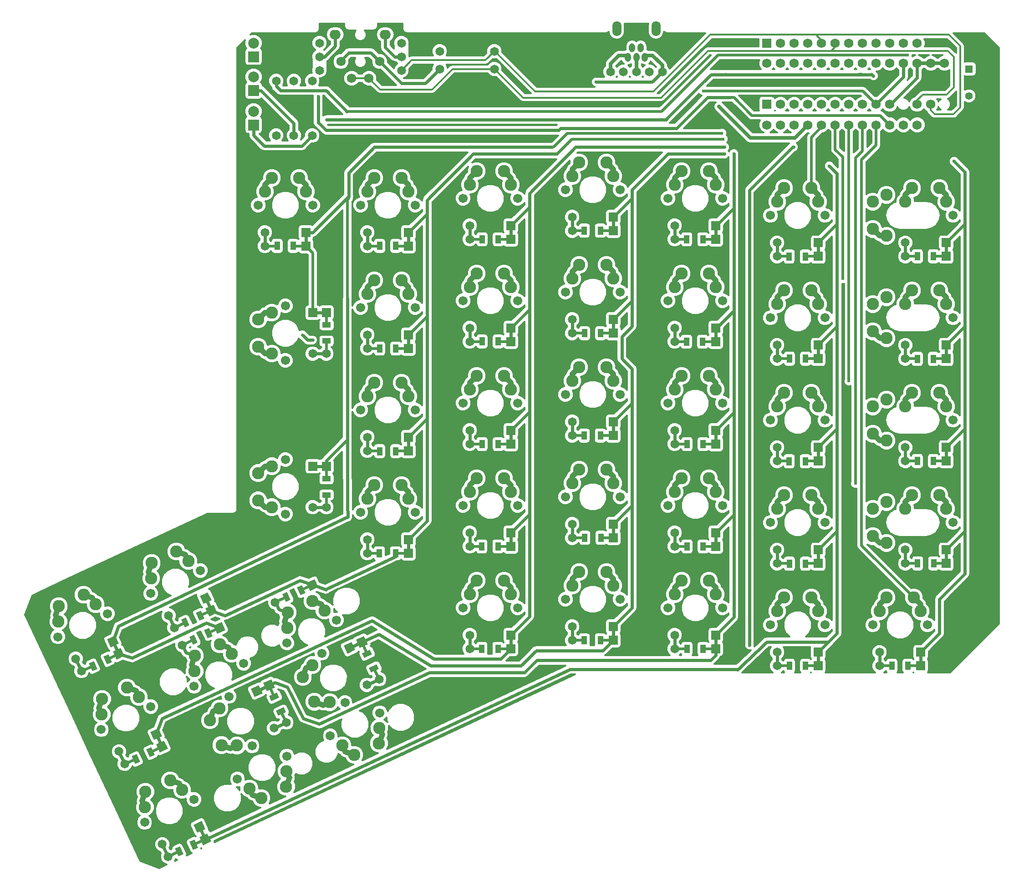
<source format=gbr>
G04 #@! TF.FileFunction,Copper,L1,Top,Signal*
%FSLAX46Y46*%
G04 Gerber Fmt 4.6, Leading zero omitted, Abs format (unit mm)*
G04 Created by KiCad (PCBNEW 4.0.6) date 04/09/17 10:00:18*
%MOMM*%
%LPD*%
G01*
G04 APERTURE LIST*
%ADD10C,0.150000*%
%ADD11C,2.286000*%
%ADD12C,1.701800*%
%ADD13C,1.651000*%
%ADD14R,1.400000X1.400000*%
%ADD15C,1.400000*%
%ADD16O,1.143000X1.651000*%
%ADD17O,1.701800X2.794000*%
%ADD18O,2.057400X1.752600*%
%ADD19C,1.752600*%
%ADD20R,2.000000X2.000000*%
%ADD21C,2.000000*%
%ADD22R,1.651000X1.651000*%
%ADD23C,2.283460*%
%ADD24C,2.280920*%
%ADD25R,1.752600X1.752600*%
%ADD26R,1.000000X1.600000*%
%ADD27R,1.600000X1.000000*%
%ADD28C,0.609600*%
%ADD29C,0.609600*%
%ADD30C,0.508000*%
%ADD31C,0.304800*%
%ADD32C,1.016000*%
%ADD33C,0.406400*%
%ADD34C,0.812800*%
%ADD35C,0.711200*%
G04 APERTURE END LIST*
D10*
D11*
X52118441Y-129541946D03*
X47436837Y-134527594D03*
D12*
X47359276Y-137366341D03*
X56567364Y-133072539D03*
D11*
X54342902Y-131307243D03*
X47514397Y-131688847D03*
D13*
X50657188Y-141433659D03*
D10*
G36*
X57163967Y-139310336D02*
X56466225Y-137814022D01*
X57962539Y-137116280D01*
X58660281Y-138612594D01*
X57163967Y-139310336D01*
X57163967Y-139310336D01*
G37*
D13*
X51730638Y-143735681D03*
D10*
G36*
X58237418Y-141612358D02*
X57539676Y-140116044D01*
X59035990Y-139418302D01*
X59733732Y-140914616D01*
X58237418Y-141612358D01*
X58237418Y-141612358D01*
G37*
D14*
X199517000Y-39751000D03*
D15*
X199517000Y-44751000D03*
D16*
X136042400Y-37553900D03*
X136842500Y-35806380D03*
X137642600Y-37553900D03*
X138442700Y-35806380D03*
X139242800Y-37553900D03*
D17*
X141290040Y-32230060D03*
X133995160Y-32230060D03*
D13*
X135229600Y-40259000D03*
X132816600Y-40259000D03*
X137642600Y-40259000D03*
X142468600Y-40259000D03*
X140055600Y-40259000D03*
D18*
X90957400Y-33375600D03*
D19*
X82702400Y-38379400D03*
X87909400Y-41478200D03*
D18*
X81661000Y-33375600D03*
D19*
X84709000Y-41478200D03*
X89916000Y-38379400D03*
D13*
X93980000Y-40005000D03*
X93980000Y-37465000D03*
X93980000Y-34925000D03*
X78740000Y-40005000D03*
X78740000Y-37465000D03*
X78740000Y-34925000D03*
D20*
X66465000Y-37465000D03*
D21*
X66465000Y-34925000D03*
D20*
X66465000Y-43765000D03*
D21*
X66465000Y-41225000D03*
D20*
X66465000Y-50165000D03*
D21*
X66465000Y-47625000D03*
D13*
X101085000Y-36465000D03*
X111245000Y-36465000D03*
X101092000Y-39751000D03*
X111252000Y-39751000D03*
X70665000Y-41985000D03*
X70665000Y-52145000D03*
X73965000Y-41985000D03*
X73965000Y-52145000D03*
X77365000Y-41985000D03*
X77365000Y-52145000D03*
D11*
X34854061Y-137591206D03*
X30172457Y-142576854D03*
D12*
X30094896Y-145415601D03*
X39302984Y-141121799D03*
D11*
X37078522Y-139356503D03*
X30250017Y-139738107D03*
D13*
X33392808Y-149482919D03*
D10*
G36*
X39899587Y-147359596D02*
X39201845Y-145863282D01*
X40698159Y-145165540D01*
X41395901Y-146661854D01*
X39899587Y-147359596D01*
X39899587Y-147359596D01*
G37*
D13*
X34466258Y-151784941D03*
D10*
G36*
X40973038Y-149661618D02*
X40275296Y-148165304D01*
X41771610Y-147467562D01*
X42469352Y-148963876D01*
X40973038Y-149661618D01*
X40973038Y-149661618D01*
G37*
D11*
X42903321Y-154855586D03*
X38221717Y-159841234D03*
D12*
X38144156Y-162679981D03*
X47352244Y-158386179D03*
D11*
X45127782Y-156620883D03*
X38299277Y-157002487D03*
D13*
X41442068Y-166747299D03*
D10*
G36*
X47948847Y-164623976D02*
X47251105Y-163127662D01*
X48747419Y-162429920D01*
X49445161Y-163926234D01*
X47948847Y-164623976D01*
X47948847Y-164623976D01*
G37*
D13*
X42515518Y-169049321D03*
D10*
G36*
X49022298Y-166925998D02*
X48324556Y-165429684D01*
X49820870Y-164731942D01*
X50518612Y-166228256D01*
X49022298Y-166925998D01*
X49022298Y-166925998D01*
G37*
D11*
X75625366Y-152910359D03*
X80611014Y-157591963D03*
D12*
X83449761Y-157669524D03*
X79155959Y-148461436D03*
D11*
X77390663Y-150685898D03*
X77772267Y-157514403D03*
D13*
X87517079Y-154371612D03*
D10*
G36*
X85393756Y-147864833D02*
X83897442Y-148562575D01*
X83199700Y-147066261D01*
X84696014Y-146368519D01*
X85393756Y-147864833D01*
X85393756Y-147864833D01*
G37*
D13*
X89819101Y-153298162D03*
D10*
G36*
X87695778Y-146791382D02*
X86199464Y-147489124D01*
X85501722Y-145992810D01*
X86998036Y-145295068D01*
X87695778Y-146791382D01*
X87695778Y-146791382D01*
G37*
D11*
X58360986Y-160962159D03*
X63346634Y-165643763D03*
D12*
X66185381Y-165721324D03*
X61891579Y-156513236D03*
D11*
X60126283Y-158737698D03*
X60507887Y-165566203D03*
D13*
X70252699Y-162423412D03*
D10*
G36*
X68129376Y-155916633D02*
X66633062Y-156614375D01*
X65935320Y-155118061D01*
X67431634Y-154420319D01*
X68129376Y-155916633D01*
X68129376Y-155916633D01*
G37*
D13*
X72554721Y-161349962D03*
D10*
G36*
X70431398Y-154843182D02*
X68935084Y-155540924D01*
X68237342Y-154044610D01*
X69733656Y-153346868D01*
X70431398Y-154843182D01*
X70431398Y-154843182D01*
G37*
D11*
X50955121Y-172122506D03*
X46273517Y-177108154D03*
D12*
X46195956Y-179946901D03*
X55404044Y-175653099D03*
D11*
X53179582Y-173887803D03*
X46351077Y-174269407D03*
D13*
X49493868Y-184014219D03*
D10*
G36*
X56000647Y-181890896D02*
X55302905Y-180394582D01*
X56799219Y-179696840D01*
X57496961Y-181193154D01*
X56000647Y-181890896D01*
X56000647Y-181890896D01*
G37*
D13*
X50567318Y-186316241D03*
D10*
G36*
X57074098Y-184192918D02*
X56376356Y-182696604D01*
X57872670Y-181998862D01*
X58570412Y-183495176D01*
X57074098Y-184192918D01*
X57074098Y-184192918D01*
G37*
D11*
X113030000Y-134947660D03*
X106680000Y-137487660D03*
D12*
X105410000Y-140027660D03*
X115570000Y-140027660D03*
D11*
X114300000Y-137487660D03*
X107950000Y-134947660D03*
D13*
X106680000Y-145107660D03*
D22*
X114300000Y-145107660D03*
D13*
X106680000Y-147647660D03*
D22*
X114300000Y-147647660D03*
D11*
X132080000Y-133350000D03*
X125730000Y-135890000D03*
D12*
X124460000Y-138430000D03*
X134620000Y-138430000D03*
D11*
X133350000Y-135890000D03*
X127000000Y-133350000D03*
D13*
X125730000Y-143510000D03*
D22*
X133350000Y-143510000D03*
D13*
X125730000Y-146050000D03*
D22*
X133350000Y-146050000D03*
D11*
X151130000Y-134947660D03*
X144780000Y-137487660D03*
D12*
X143510000Y-140027660D03*
X153670000Y-140027660D03*
D11*
X152400000Y-137487660D03*
X146050000Y-134947660D03*
D13*
X144780000Y-145107660D03*
D22*
X152400000Y-145107660D03*
D13*
X144780000Y-147647660D03*
D22*
X152400000Y-147647660D03*
D11*
X170180000Y-138122660D03*
X163830000Y-140662660D03*
D12*
X162560000Y-143202660D03*
X172720000Y-143202660D03*
D11*
X171450000Y-140662660D03*
X165100000Y-138122660D03*
D13*
X163830000Y-148282660D03*
D22*
X171450000Y-148282660D03*
D13*
X163830000Y-150822660D03*
D22*
X171450000Y-150822660D03*
D11*
X189230000Y-138122660D03*
X182880000Y-140662660D03*
D12*
X181610000Y-143202660D03*
X191770000Y-143202660D03*
D11*
X190500000Y-140662660D03*
X184150000Y-138122660D03*
D13*
X182880000Y-148282660D03*
D22*
X190500000Y-148282660D03*
D13*
X182880000Y-150822660D03*
D22*
X190500000Y-150822660D03*
D11*
X67310000Y-114945160D03*
X69850000Y-121295160D03*
D12*
X72390000Y-122565160D03*
X72390000Y-112405160D03*
D11*
X69850000Y-113675160D03*
X67310000Y-120025160D03*
D13*
X77470000Y-121295160D03*
D22*
X77470000Y-113675160D03*
D13*
X80010000Y-121295160D03*
D22*
X80010000Y-113675160D03*
D11*
X93980000Y-117167660D03*
X87630000Y-119707660D03*
D12*
X86360000Y-122247660D03*
X96520000Y-122247660D03*
D11*
X95250000Y-119707660D03*
X88900000Y-117167660D03*
D13*
X87630000Y-127327660D03*
D22*
X95250000Y-127327660D03*
D13*
X87630000Y-129867660D03*
D22*
X95250000Y-129867660D03*
D11*
X113030000Y-115897660D03*
X106680000Y-118437660D03*
D12*
X105410000Y-120977660D03*
X115570000Y-120977660D03*
D11*
X114300000Y-118437660D03*
X107950000Y-115897660D03*
D13*
X106680000Y-126057660D03*
D22*
X114300000Y-126057660D03*
D13*
X106680000Y-128597660D03*
D22*
X114300000Y-128597660D03*
D11*
X132080000Y-114300000D03*
X125730000Y-116840000D03*
D12*
X124460000Y-119380000D03*
X134620000Y-119380000D03*
D11*
X133350000Y-116840000D03*
X127000000Y-114300000D03*
D13*
X125730000Y-124460000D03*
D22*
X133350000Y-124460000D03*
D13*
X125730000Y-127000000D03*
D22*
X133350000Y-127000000D03*
D11*
X151130000Y-115897660D03*
X144780000Y-118437660D03*
D12*
X143510000Y-120977660D03*
X153670000Y-120977660D03*
D11*
X152400000Y-118437660D03*
X146050000Y-115897660D03*
D13*
X144780000Y-126057660D03*
D22*
X152400000Y-126057660D03*
D13*
X144780000Y-128597660D03*
D22*
X152400000Y-128597660D03*
D11*
X170180000Y-119072660D03*
X163830000Y-121612660D03*
D12*
X162560000Y-124152660D03*
X172720000Y-124152660D03*
D11*
X171450000Y-121612660D03*
X165100000Y-119072660D03*
D13*
X163830000Y-129232660D03*
D22*
X171450000Y-129232660D03*
D13*
X163830000Y-131772660D03*
D22*
X171450000Y-131772660D03*
D11*
X93980000Y-98117660D03*
X87630000Y-100657660D03*
D12*
X86360000Y-103197660D03*
X96520000Y-103197660D03*
D11*
X95250000Y-100657660D03*
X88900000Y-98117660D03*
D13*
X87630000Y-108277660D03*
D22*
X95250000Y-108277660D03*
D13*
X87630000Y-110817660D03*
D22*
X95250000Y-110817660D03*
D11*
X113030000Y-96847660D03*
X106680000Y-99387660D03*
D12*
X105410000Y-101927660D03*
X115570000Y-101927660D03*
D11*
X114300000Y-99387660D03*
X107950000Y-96847660D03*
D13*
X106680000Y-107007660D03*
D22*
X114300000Y-107007660D03*
D13*
X106680000Y-109547660D03*
D22*
X114300000Y-109547660D03*
D11*
X132080000Y-95250000D03*
X125730000Y-97790000D03*
D12*
X124460000Y-100330000D03*
X134620000Y-100330000D03*
D11*
X133350000Y-97790000D03*
X127000000Y-95250000D03*
D13*
X125730000Y-105410000D03*
D22*
X133350000Y-105410000D03*
D13*
X125730000Y-107950000D03*
D22*
X133350000Y-107950000D03*
D11*
X151130000Y-96847660D03*
X144780000Y-99387660D03*
D12*
X143510000Y-101927660D03*
X153670000Y-101927660D03*
D11*
X152400000Y-99387660D03*
X146050000Y-96847660D03*
D13*
X144780000Y-107007660D03*
D22*
X152400000Y-107007660D03*
D13*
X144780000Y-109547660D03*
D22*
X152400000Y-109547660D03*
D11*
X170180000Y-100022660D03*
X163830000Y-102562660D03*
D12*
X162560000Y-105102660D03*
X172720000Y-105102660D03*
D11*
X171450000Y-102562660D03*
X165100000Y-100022660D03*
D13*
X163830000Y-110182660D03*
D22*
X171450000Y-110182660D03*
D13*
X163830000Y-112722660D03*
D22*
X171450000Y-112722660D03*
D11*
X67310000Y-86370160D03*
X69850000Y-92720160D03*
D12*
X72390000Y-93990160D03*
X72390000Y-83830160D03*
D11*
X69850000Y-85100160D03*
X67310000Y-91450160D03*
D13*
X77470000Y-92720160D03*
D22*
X77470000Y-85100160D03*
D13*
X80010000Y-92720160D03*
D22*
X80010000Y-85100160D03*
D11*
X93980000Y-79067660D03*
X87630000Y-81607660D03*
D12*
X86360000Y-84147660D03*
X96520000Y-84147660D03*
D11*
X95250000Y-81607660D03*
X88900000Y-79067660D03*
D13*
X87630000Y-89227660D03*
D22*
X95250000Y-89227660D03*
D13*
X87630000Y-91767660D03*
D22*
X95250000Y-91767660D03*
D11*
X113030000Y-77797660D03*
X106680000Y-80337660D03*
D12*
X105410000Y-82877660D03*
X115570000Y-82877660D03*
D11*
X114300000Y-80337660D03*
X107950000Y-77797660D03*
D13*
X106680000Y-87957660D03*
D22*
X114300000Y-87957660D03*
D13*
X106680000Y-90497660D03*
D22*
X114300000Y-90497660D03*
D11*
X132080000Y-76200000D03*
X125730000Y-78740000D03*
D12*
X124460000Y-81280000D03*
X134620000Y-81280000D03*
D11*
X133350000Y-78740000D03*
X127000000Y-76200000D03*
D13*
X125730000Y-86360000D03*
D22*
X133350000Y-86360000D03*
D13*
X125730000Y-88900000D03*
D22*
X133350000Y-88900000D03*
D11*
X151130000Y-77797660D03*
X144780000Y-80337660D03*
D12*
X143510000Y-82877660D03*
X153670000Y-82877660D03*
D11*
X152400000Y-80337660D03*
X146050000Y-77797660D03*
D13*
X144780000Y-87957660D03*
D22*
X152400000Y-87957660D03*
D13*
X144780000Y-90497660D03*
D22*
X152400000Y-90497660D03*
D11*
X170180000Y-80972660D03*
X163830000Y-83512660D03*
D12*
X162560000Y-86052660D03*
X172720000Y-86052660D03*
D11*
X171450000Y-83512660D03*
X165100000Y-80972660D03*
D13*
X163830000Y-91132660D03*
D22*
X171450000Y-91132660D03*
D13*
X163830000Y-93672660D03*
D22*
X171450000Y-93672660D03*
D11*
X193992500Y-80972660D03*
X187642500Y-83512660D03*
D12*
X196532500Y-86052660D03*
D23*
X195262500Y-83512660D03*
D11*
X188912500Y-80972660D03*
D13*
X187642500Y-91132660D03*
D22*
X195262500Y-91132660D03*
D13*
X187642500Y-93672660D03*
D22*
X195262500Y-93672660D03*
D24*
X181610000Y-83512660D03*
X184150000Y-82242660D03*
X184150000Y-89862660D03*
X181610000Y-88592660D03*
D11*
X74930000Y-60020200D03*
X68580000Y-62560200D03*
D12*
X67310000Y-65100200D03*
X77470000Y-65100200D03*
D11*
X76200000Y-62560200D03*
X69850000Y-60020200D03*
D13*
X68580000Y-70180200D03*
D22*
X76200000Y-70180200D03*
D13*
X68580000Y-72720200D03*
D22*
X76200000Y-72720200D03*
D11*
X93980000Y-60020200D03*
X87630000Y-62560200D03*
D12*
X86360000Y-65100200D03*
X96520000Y-65100200D03*
D11*
X95250000Y-62560200D03*
X88900000Y-60020200D03*
D13*
X87630000Y-70180200D03*
D22*
X95250000Y-70180200D03*
D13*
X87630000Y-72720200D03*
D22*
X95250000Y-72720200D03*
D11*
X113030000Y-58747660D03*
X106680000Y-61287660D03*
D12*
X105410000Y-63827660D03*
X115570000Y-63827660D03*
D11*
X114300000Y-61287660D03*
X107950000Y-58747660D03*
D13*
X106680000Y-68907660D03*
D22*
X114300000Y-68907660D03*
D13*
X106680000Y-71447660D03*
D22*
X114300000Y-71447660D03*
D11*
X132080000Y-57150000D03*
X125730000Y-59690000D03*
D12*
X124460000Y-62230000D03*
X134620000Y-62230000D03*
D11*
X133350000Y-59690000D03*
X127000000Y-57150000D03*
D13*
X125730000Y-67310000D03*
D22*
X133350000Y-67310000D03*
D13*
X125730000Y-69850000D03*
D22*
X133350000Y-69850000D03*
D11*
X151130000Y-58747660D03*
X144780000Y-61287660D03*
D12*
X143510000Y-63827660D03*
X153670000Y-63827660D03*
D11*
X152400000Y-61287660D03*
X146050000Y-58747660D03*
D13*
X144780000Y-68907660D03*
D22*
X152400000Y-68907660D03*
D13*
X144780000Y-71447660D03*
D22*
X152400000Y-71447660D03*
D11*
X170180000Y-61925200D03*
X163830000Y-64465200D03*
D12*
X162560000Y-67005200D03*
X172720000Y-67005200D03*
D11*
X171450000Y-64465200D03*
X165100000Y-61925200D03*
D13*
X163830000Y-72085200D03*
D22*
X171450000Y-72085200D03*
D13*
X163830000Y-74625200D03*
D22*
X171450000Y-74625200D03*
D11*
X193992500Y-61925200D03*
X187642500Y-64465200D03*
D12*
X196532500Y-67005200D03*
D23*
X195262500Y-64465200D03*
D11*
X188912500Y-61925200D03*
D13*
X187642500Y-72085200D03*
D22*
X195262500Y-72085200D03*
D13*
X187642500Y-74625200D03*
D22*
X195262500Y-74625200D03*
D24*
X181610000Y-64465200D03*
X184150000Y-63195200D03*
X184150000Y-70815200D03*
X181610000Y-69545200D03*
D11*
X85176179Y-167376434D03*
X89857783Y-162390786D03*
D12*
X89935344Y-159552039D03*
X80727256Y-163845841D03*
D11*
X82951718Y-165611137D03*
X89780223Y-165229533D03*
X67909259Y-175425694D03*
X72590863Y-170440046D03*
D12*
X72668424Y-167601299D03*
X63460336Y-171895101D03*
D11*
X65684798Y-173660397D03*
X72513303Y-173278793D03*
D25*
X161925000Y-34925000D03*
D19*
X164465000Y-34925000D03*
X167005000Y-34925000D03*
X169545000Y-34925000D03*
X172085000Y-34925000D03*
X174625000Y-34925000D03*
X177165000Y-34925000D03*
X179705000Y-34925000D03*
X182245000Y-34925000D03*
X184785000Y-34925000D03*
X187325000Y-34925000D03*
X189865000Y-34925000D03*
X189865000Y-50165000D03*
X187325000Y-50165000D03*
X184785000Y-50165000D03*
X182245000Y-50165000D03*
X179705000Y-50165000D03*
X177165000Y-50165000D03*
X174625000Y-50165000D03*
X167005000Y-50165000D03*
X164465000Y-50165000D03*
X161925000Y-50165000D03*
X172085000Y-50165000D03*
X169545000Y-50165000D03*
X164450000Y-46330000D03*
X166990000Y-46330000D03*
X169530000Y-46330000D03*
X172070000Y-46330000D03*
X174610000Y-46330000D03*
X177150000Y-46330000D03*
X179690000Y-46330000D03*
X182230000Y-46330000D03*
X184770000Y-46330000D03*
X189850000Y-46330000D03*
X192390000Y-46330000D03*
D25*
X161910000Y-46330000D03*
D19*
X194930000Y-38710000D03*
X192390000Y-38710000D03*
X189850000Y-38710000D03*
X187310000Y-38710000D03*
X184770000Y-38710000D03*
X182230000Y-38710000D03*
X179690000Y-38710000D03*
X177150000Y-38710000D03*
X174610000Y-38710000D03*
X172070000Y-38710000D03*
X169530000Y-38710000D03*
X166990000Y-38710000D03*
X164450000Y-38710000D03*
X161910000Y-38710000D03*
D11*
X60170241Y-146806326D03*
X55488637Y-151791974D03*
D12*
X55411076Y-154630721D03*
X64619164Y-150336919D03*
D11*
X62394702Y-148571623D03*
X55566197Y-148953227D03*
X77434621Y-138754526D03*
X72753017Y-143740174D03*
D12*
X72675456Y-146578921D03*
X81883544Y-142285119D03*
D11*
X79659082Y-140519823D03*
X72830577Y-140901427D03*
X193992500Y-119072660D03*
X187642500Y-121612660D03*
D12*
X196532500Y-124152660D03*
D23*
X195262500Y-121612660D03*
D11*
X188912500Y-119072660D03*
D13*
X187642500Y-129232660D03*
D22*
X195262500Y-129232660D03*
D13*
X187642500Y-131772660D03*
D22*
X195262500Y-131772660D03*
D24*
X181610000Y-121612660D03*
X184150000Y-120342660D03*
X184150000Y-127962660D03*
X181610000Y-126692660D03*
D11*
X193992500Y-100022660D03*
X187642500Y-102562660D03*
D12*
X196532500Y-105102660D03*
D23*
X195262500Y-102562660D03*
D11*
X188912500Y-100022660D03*
D13*
X187642500Y-110182660D03*
D22*
X195262500Y-110182660D03*
D13*
X187642500Y-112722660D03*
D22*
X195262500Y-112722660D03*
D24*
X181610000Y-102562660D03*
X184150000Y-101292660D03*
X184150000Y-108912660D03*
X181610000Y-107642660D03*
D26*
X70864600Y-72669400D03*
X73864600Y-72669400D03*
D27*
X80035400Y-90374600D03*
X80035400Y-87374600D03*
X80035400Y-119025800D03*
X80035400Y-116025800D03*
D10*
G36*
X55192879Y-146934482D02*
X54516689Y-145484390D01*
X55422997Y-145061772D01*
X56099187Y-146511864D01*
X55192879Y-146934482D01*
X55192879Y-146934482D01*
G37*
G36*
X57911803Y-145666628D02*
X57235613Y-144216536D01*
X58141921Y-143793918D01*
X58818111Y-145244010D01*
X57911803Y-145666628D01*
X57911803Y-145666628D01*
G37*
G36*
X36498479Y-151811282D02*
X35822289Y-150361190D01*
X36728597Y-149938572D01*
X37404787Y-151388664D01*
X36498479Y-151811282D01*
X36498479Y-151811282D01*
G37*
G36*
X39217403Y-150543428D02*
X38541213Y-149093336D01*
X39447521Y-148670718D01*
X40123711Y-150120810D01*
X39217403Y-150543428D01*
X39217403Y-150543428D01*
G37*
D26*
X89914600Y-72669400D03*
X92914600Y-72669400D03*
X89914600Y-91770200D03*
X92914600Y-91770200D03*
X89914600Y-110871000D03*
X92914600Y-110871000D03*
X89863800Y-129870200D03*
X92863800Y-129870200D03*
D10*
G36*
X72464879Y-138958882D02*
X71788689Y-137508790D01*
X72694997Y-137086172D01*
X73371187Y-138536264D01*
X72464879Y-138958882D01*
X72464879Y-138958882D01*
G37*
G36*
X75183803Y-137691028D02*
X74507613Y-136240936D01*
X75413921Y-135818318D01*
X76090111Y-137268410D01*
X75183803Y-137691028D01*
X75183803Y-137691028D01*
G37*
G36*
X53668879Y-143683282D02*
X52992689Y-142233190D01*
X53898997Y-141810572D01*
X54575187Y-143260664D01*
X53668879Y-143683282D01*
X53668879Y-143683282D01*
G37*
G36*
X56387803Y-142415428D02*
X55711613Y-140965336D01*
X56617921Y-140542718D01*
X57294111Y-141992810D01*
X56387803Y-142415428D01*
X56387803Y-142415428D01*
G37*
D26*
X108964600Y-71450200D03*
X111964600Y-71450200D03*
X108964600Y-90449400D03*
X111964600Y-90449400D03*
X108964600Y-109550200D03*
X111964600Y-109550200D03*
X108913800Y-128600200D03*
X111913800Y-128600200D03*
X108913800Y-147650200D03*
X111913800Y-147650200D03*
D10*
G36*
X44474079Y-169083282D02*
X43797889Y-167633190D01*
X44704197Y-167210572D01*
X45380387Y-168660664D01*
X44474079Y-169083282D01*
X44474079Y-169083282D01*
G37*
G36*
X47193003Y-167815428D02*
X46516813Y-166365336D01*
X47423121Y-165942718D01*
X48099311Y-167392810D01*
X47193003Y-167815428D01*
X47193003Y-167815428D01*
G37*
D26*
X127963800Y-69824600D03*
X130963800Y-69824600D03*
X128014600Y-88925400D03*
X131014600Y-88925400D03*
X127963800Y-107975400D03*
X130963800Y-107975400D03*
X128065400Y-126974600D03*
X131065400Y-126974600D03*
X127963800Y-146075400D03*
X130963800Y-146075400D03*
D10*
G36*
X89784482Y-151410721D02*
X88334390Y-152086911D01*
X87911772Y-151180603D01*
X89361864Y-150504413D01*
X89784482Y-151410721D01*
X89784482Y-151410721D01*
G37*
G36*
X88516628Y-148691797D02*
X87066536Y-149367987D01*
X86643918Y-148461679D01*
X88094010Y-147785489D01*
X88516628Y-148691797D01*
X88516628Y-148691797D01*
G37*
D26*
X147013800Y-71450200D03*
X150013800Y-71450200D03*
X146963000Y-90500200D03*
X149963000Y-90500200D03*
X147064600Y-109550200D03*
X150064600Y-109550200D03*
X147064600Y-128600200D03*
X150064600Y-128600200D03*
X147064600Y-147650200D03*
X150064600Y-147650200D03*
D10*
G36*
X72512482Y-159437121D02*
X71062390Y-160113311D01*
X70639772Y-159207003D01*
X72089864Y-158530813D01*
X72512482Y-159437121D01*
X72512482Y-159437121D01*
G37*
G36*
X71244628Y-156718197D02*
X69794536Y-157394387D01*
X69371918Y-156488079D01*
X70822010Y-155811889D01*
X71244628Y-156718197D01*
X71244628Y-156718197D01*
G37*
D26*
X166063800Y-74650600D03*
X169063800Y-74650600D03*
X166114600Y-93649800D03*
X169114600Y-93649800D03*
X166063800Y-112750600D03*
X169063800Y-112750600D03*
X166114600Y-131800600D03*
X169114600Y-131800600D03*
X166114600Y-150799800D03*
X169114600Y-150799800D03*
D10*
G36*
X52500479Y-186304482D02*
X51824289Y-184854390D01*
X52730597Y-184431772D01*
X53406787Y-185881864D01*
X52500479Y-186304482D01*
X52500479Y-186304482D01*
G37*
G36*
X55219403Y-185036628D02*
X54543213Y-183586536D01*
X55449521Y-183163918D01*
X56125711Y-184614010D01*
X55219403Y-185036628D01*
X55219403Y-185036628D01*
G37*
D26*
X189889000Y-74599800D03*
X192889000Y-74599800D03*
X189889000Y-93700600D03*
X192889000Y-93700600D03*
X189889000Y-112699800D03*
X192889000Y-112699800D03*
X189939800Y-131749800D03*
X192939800Y-131749800D03*
X185164600Y-150799800D03*
X188164600Y-150799800D03*
D13*
X53214367Y-146974376D03*
D10*
G36*
X59721147Y-144851052D02*
X59023405Y-143354738D01*
X60519719Y-142656996D01*
X61217461Y-144153310D01*
X59721147Y-144851052D01*
X59721147Y-144851052D01*
G37*
D13*
X70486367Y-138998776D03*
D10*
G36*
X76993147Y-136875452D02*
X76295405Y-135379138D01*
X77791719Y-134681396D01*
X78489461Y-136177710D01*
X76993147Y-136875452D01*
X76993147Y-136875452D01*
G37*
D28*
X196723000Y-56921400D03*
X173507400Y-57785000D03*
X154051000Y-55562500D03*
X155778200Y-55499000D03*
X154051000Y-54292500D03*
X153797000Y-52800000D03*
X153543000Y-51689000D03*
X188036202Y-37160202D03*
X181737000Y-41021000D03*
X80165000Y-49165000D03*
X78465000Y-44865000D03*
X166852600Y-54279800D03*
X158673800Y-146939000D03*
X178384200Y-116865400D03*
X177165000Y-97815400D03*
X176047400Y-78765400D03*
X130175000Y-42164000D03*
X153035000Y-46736000D03*
X150114000Y-43815000D03*
D29*
X76527660Y-90180160D02*
X75565000Y-89217500D01*
X77470000Y-90180160D02*
X76527660Y-90180160D01*
D30*
X190500000Y-150822660D02*
X188187460Y-150822660D01*
X188187460Y-150822660D02*
X188164600Y-150799800D01*
D29*
X198755000Y-59766200D02*
X198755000Y-58953400D01*
X198755000Y-58953400D02*
X196723000Y-56921400D01*
X198755000Y-69062600D02*
X198755000Y-59766200D01*
X198755000Y-59766200D02*
X198755000Y-59105800D01*
X195262500Y-72085200D02*
X198755000Y-68592700D01*
X198755000Y-87640160D02*
X198755000Y-69062600D01*
X198755000Y-69062600D02*
X198755000Y-68592700D01*
D30*
X195262500Y-131772660D02*
X192962660Y-131772660D01*
X192962660Y-131772660D02*
X192939800Y-131749800D01*
X195262500Y-112722660D02*
X192911860Y-112722660D01*
X192911860Y-112722660D02*
X192889000Y-112699800D01*
X195262500Y-93672660D02*
X192916940Y-93672660D01*
X192916940Y-93672660D02*
X192889000Y-93700600D01*
X195262500Y-74625200D02*
X192914400Y-74625200D01*
X192914400Y-74625200D02*
X192889000Y-74599800D01*
D29*
X195262500Y-129232660D02*
X198755000Y-125740160D01*
X195262500Y-91132660D02*
X198755000Y-87640160D01*
X190500000Y-148282660D02*
X190500000Y-150822660D01*
X198755000Y-133664960D02*
X198755000Y-125740160D01*
X195262500Y-110182660D02*
X195262500Y-112722660D01*
X193992500Y-144790160D02*
X193992500Y-138427460D01*
X198755000Y-125740160D02*
X198755000Y-106690160D01*
X193992500Y-138427460D02*
X198755000Y-133664960D01*
X195262500Y-91132660D02*
X195262500Y-93672660D01*
X195262500Y-110182660D02*
X198755000Y-106690160D01*
X190500000Y-148282660D02*
X193992500Y-144790160D01*
X195262500Y-129232660D02*
X195262500Y-131772660D01*
X198755000Y-106690160D02*
X198755000Y-87640160D01*
X195262500Y-72085200D02*
X195262500Y-74625200D01*
X156565484Y-151439008D02*
X125208484Y-151439008D01*
X125208484Y-151439008D02*
X125115747Y-151531745D01*
X174942500Y-59220100D02*
X173507400Y-57785000D01*
X174942500Y-59220100D02*
X174942500Y-60960000D01*
D30*
X174942500Y-59220100D02*
X174942500Y-60960000D01*
X57473384Y-183095890D02*
X55334462Y-184100273D01*
X171450000Y-150822660D02*
X169137460Y-150822660D01*
X169137460Y-150822660D02*
X169114600Y-150799800D01*
X171450000Y-131772660D02*
X169142540Y-131772660D01*
X169142540Y-131772660D02*
X169114600Y-131800600D01*
X171450000Y-112722660D02*
X169091740Y-112722660D01*
X169091740Y-112722660D02*
X169063800Y-112750600D01*
X171450000Y-93672660D02*
X169137460Y-93672660D01*
X169137460Y-93672660D02*
X169114600Y-93649800D01*
X171450000Y-74625200D02*
X169089200Y-74625200D01*
X169089200Y-74625200D02*
X169063800Y-74650600D01*
D29*
X174942500Y-60960000D02*
X174942500Y-59626500D01*
X174942500Y-68580000D02*
X174942500Y-60960000D01*
X57472580Y-183095900D02*
X125115747Y-151531745D01*
X174942500Y-144790160D02*
X174942500Y-125740160D01*
X174942500Y-125740160D02*
X174942500Y-106690160D01*
X173360080Y-146372580D02*
X174942500Y-144790160D01*
X171450000Y-91132660D02*
X171450000Y-93672660D01*
X171450000Y-129232660D02*
X171450000Y-131772660D01*
X171450000Y-72085200D02*
X171450000Y-74625200D01*
X171450000Y-110182660D02*
X174942500Y-106690160D01*
X171450000Y-148282660D02*
X171450000Y-150822660D01*
X174942500Y-106690160D02*
X174942500Y-87640160D01*
X56400700Y-180794660D02*
X57472580Y-183095900D01*
X171450000Y-72085200D02*
X171450000Y-72072500D01*
X161919920Y-146372580D02*
X156565484Y-151439008D01*
X156565484Y-151439008D02*
X156489400Y-151511000D01*
X171450000Y-91132660D02*
X174942500Y-87640160D01*
X161919920Y-146372580D02*
X173360080Y-146372580D01*
X171450000Y-72072500D02*
X174942500Y-68580000D01*
X171450000Y-129232660D02*
X174942500Y-125740160D01*
X171450000Y-148282660D02*
X173360080Y-146372580D01*
X171450000Y-110182660D02*
X171450000Y-112722660D01*
X174942500Y-68580000D02*
X174942500Y-87640160D01*
D30*
X86598750Y-146392096D02*
X87580273Y-148576738D01*
X133350000Y-146050000D02*
X130989200Y-146050000D01*
X130989200Y-146050000D02*
X130963800Y-146075400D01*
X133350000Y-127000000D02*
X131090800Y-127000000D01*
X131090800Y-127000000D02*
X131065400Y-126974600D01*
X133350000Y-107950000D02*
X130989200Y-107950000D01*
X130989200Y-107950000D02*
X130963800Y-107975400D01*
X133350000Y-88900000D02*
X131040000Y-88900000D01*
X131040000Y-88900000D02*
X131014600Y-88925400D01*
X133350000Y-69850000D02*
X130989200Y-69850000D01*
X130989200Y-69850000D02*
X130963800Y-69824600D01*
D29*
X86601300Y-146392900D02*
X89738200Y-144957800D01*
X131445000Y-147955000D02*
X133350000Y-146050000D01*
X89738200Y-144957800D02*
X99377500Y-150812500D01*
X133350000Y-67310000D02*
X136842500Y-63817500D01*
X134937500Y-93662500D02*
X134937500Y-89535000D01*
X133350000Y-105410000D02*
X133350000Y-107950000D01*
X133350000Y-124460000D02*
X136842500Y-120967500D01*
X133350000Y-105410000D02*
X136842500Y-101917500D01*
X136842500Y-140017500D02*
X136842500Y-120967500D01*
X133350000Y-143510000D02*
X133350000Y-146050000D01*
X84297520Y-147464780D02*
X86601300Y-146392900D01*
X131445000Y-147955000D02*
X119062500Y-147955000D01*
X136842500Y-87630000D02*
X136842500Y-82867500D01*
X133350000Y-143510000D02*
X136842500Y-140017500D01*
X133350000Y-124460000D02*
X133350000Y-127000000D01*
X116205000Y-150812500D02*
X99377500Y-150812500D01*
X133350000Y-86360000D02*
X136842500Y-82867500D01*
X119062500Y-147955000D02*
X116205000Y-150812500D01*
X134937500Y-89535000D02*
X136842500Y-87630000D01*
X136842500Y-95567500D02*
X134937500Y-93662500D01*
X133350000Y-67310000D02*
X133350000Y-69850000D01*
X133350000Y-86360000D02*
X133350000Y-88900000D01*
X136842500Y-120967500D02*
X136842500Y-101917500D01*
X136842500Y-101917500D02*
X136842500Y-95567500D01*
X136842500Y-63817500D02*
X136842500Y-62230000D01*
X136842500Y-82867500D02*
X136842500Y-63817500D01*
X136842500Y-62230000D02*
X143510000Y-55562500D01*
X154051000Y-55562500D02*
X143510000Y-55562500D01*
X152400000Y-147647660D02*
X152400000Y-148844000D01*
X151460200Y-149783800D02*
X150291800Y-149783800D01*
X152400000Y-148844000D02*
X151460200Y-149783800D01*
X155778200Y-122707400D02*
X155778200Y-141729460D01*
X155778200Y-141729460D02*
X152400000Y-145107660D01*
X152400000Y-126057660D02*
X152427940Y-126057660D01*
X152427940Y-126057660D02*
X155778200Y-122707400D01*
X152400000Y-107007660D02*
X152427940Y-107007660D01*
X152427940Y-107007660D02*
X155778200Y-103657400D01*
X152400000Y-87957660D02*
X152529540Y-87957660D01*
X152529540Y-87957660D02*
X155778200Y-84709000D01*
X152400000Y-68907660D02*
X152478740Y-68907660D01*
X152478740Y-68907660D02*
X155778200Y-65608200D01*
X155778200Y-55499000D02*
X155778200Y-65608200D01*
X155778200Y-65608200D02*
X155778200Y-84709000D01*
X155778200Y-84709000D02*
X155778200Y-103657400D01*
X155778200Y-103657400D02*
X155778200Y-122707400D01*
X72733676Y-154804716D02*
X75702160Y-160583880D01*
X150291800Y-149783800D02*
X119138700Y-149783800D01*
X78656180Y-161658300D02*
X99192080Y-152082500D01*
X99192080Y-152082500D02*
X116840000Y-152082500D01*
X119138700Y-149783800D02*
X116840000Y-152082500D01*
X70487540Y-153906220D02*
X72733676Y-154804716D01*
X69334380Y-154442160D02*
X70487540Y-153906220D01*
X75702160Y-160583880D02*
X78656180Y-161658300D01*
D30*
X70308273Y-156603138D02*
X69316600Y-154305000D01*
X152400000Y-147647660D02*
X150067140Y-147647660D01*
X150067140Y-147647660D02*
X150064600Y-147650200D01*
X152400000Y-128597660D02*
X150067140Y-128597660D01*
X150067140Y-128597660D02*
X150064600Y-128600200D01*
X152400000Y-109547660D02*
X150067140Y-109547660D01*
X150067140Y-109547660D02*
X150064600Y-109550200D01*
X152400000Y-90497660D02*
X149965540Y-90497660D01*
X149965540Y-90497660D02*
X149963000Y-90500200D01*
X152400000Y-71447660D02*
X150016340Y-71447660D01*
X150016340Y-71447660D02*
X150013800Y-71450200D01*
D29*
X152400000Y-107007660D02*
X152400000Y-109547660D01*
X152400000Y-68907660D02*
X152400000Y-71447660D01*
X152400000Y-145107660D02*
X152400000Y-147647660D01*
X152400000Y-87957660D02*
X152400000Y-90497660D01*
X152400000Y-126057660D02*
X152400000Y-128597660D01*
X67033140Y-155516580D02*
X69334380Y-154442160D01*
D30*
X49421584Y-165828970D02*
X47308062Y-166879073D01*
X114300000Y-147647660D02*
X111916340Y-147647660D01*
X111916340Y-147647660D02*
X111913800Y-147650200D01*
X114300000Y-128597660D02*
X111916340Y-128597660D01*
X111916340Y-128597660D02*
X111913800Y-128600200D01*
X114300000Y-109547660D02*
X111967140Y-109547660D01*
X111967140Y-109547660D02*
X111964600Y-109550200D01*
X114300000Y-90497660D02*
X112012860Y-90497660D01*
X112012860Y-90497660D02*
X111964600Y-90449400D01*
X114300000Y-71447660D02*
X111967140Y-71447660D01*
X111967140Y-71447660D02*
X111964600Y-71450200D01*
D29*
X117792500Y-65415160D02*
X117792500Y-62865000D01*
X154051000Y-54292500D02*
X126365000Y-54292500D01*
X126365000Y-54292500D02*
X117792500Y-62865000D01*
X114300000Y-87957660D02*
X117792500Y-84465160D01*
X114300000Y-145107660D02*
X117792500Y-141615160D01*
X117792500Y-84465160D02*
X117792500Y-65415160D01*
X114300000Y-107007660D02*
X117792500Y-103515160D01*
X114300000Y-87957660D02*
X114300000Y-90497660D01*
X114300000Y-107007660D02*
X114300000Y-109547660D01*
X117792500Y-141615160D02*
X117792500Y-122565160D01*
X114300000Y-68907660D02*
X114300000Y-71447660D01*
X48348900Y-163527740D02*
X49423320Y-165831520D01*
X114300000Y-126057660D02*
X117792500Y-122565160D01*
X117792500Y-122565160D02*
X117792500Y-103515160D01*
X48348900Y-163527740D02*
X49423320Y-160576260D01*
X114300000Y-147647660D02*
X112405160Y-149542500D01*
X114300000Y-145107660D02*
X114300000Y-147647660D01*
X117792500Y-103515160D02*
X117792500Y-84465160D01*
X114300000Y-126057660D02*
X114300000Y-128597660D01*
X49423320Y-160576260D02*
X88468200Y-142417800D01*
X114300000Y-68907660D02*
X117792500Y-65415160D01*
X112405160Y-149542500D02*
X100012500Y-149542500D01*
X100012500Y-149542500D02*
X88468200Y-142417800D01*
D30*
X77443233Y-135727624D02*
X75298862Y-136754673D01*
X153797000Y-52800000D02*
X125635000Y-52800000D01*
D29*
X125412500Y-53022500D02*
X122872500Y-55562500D01*
X122872500Y-55562500D02*
X107315000Y-55562500D01*
X98742500Y-66687700D02*
X98742500Y-64135000D01*
X107315000Y-55562500D02*
X98742500Y-64135000D01*
D30*
X125635000Y-52800000D02*
X125412500Y-53022500D01*
D29*
X77443233Y-135727624D02*
X79927412Y-136613652D01*
X79927412Y-136613652D02*
X80087322Y-136453742D01*
X92863800Y-129870200D02*
X92863800Y-130453000D01*
X92863800Y-130453000D02*
X80087322Y-136453742D01*
X61168280Y-141437360D02*
X75057914Y-134959483D01*
X77443233Y-135727624D02*
X75099638Y-134940023D01*
D30*
X58636704Y-140515330D02*
X56502862Y-141479073D01*
X95250000Y-129867660D02*
X92866340Y-129867660D01*
X92866340Y-129867660D02*
X92863800Y-129870200D01*
X95250000Y-110817660D02*
X92967940Y-110817660D01*
X92967940Y-110817660D02*
X92914600Y-110871000D01*
X95250000Y-91767660D02*
X92917140Y-91767660D01*
X92917140Y-91767660D02*
X92914600Y-91770200D01*
X95250000Y-72720200D02*
X92965400Y-72720200D01*
X92965400Y-72720200D02*
X92914600Y-72669400D01*
D29*
X95250000Y-70180200D02*
X98742500Y-66687700D01*
X95250000Y-89227660D02*
X95250000Y-89217500D01*
X58635900Y-140515340D02*
X61168280Y-141437360D01*
X95250000Y-89227660D02*
X95250000Y-91767660D01*
X98742500Y-104785160D02*
X98742500Y-104775000D01*
X95250000Y-108277660D02*
X98742500Y-104785160D01*
X98742500Y-104775000D02*
X98742500Y-85725000D01*
X98742500Y-123835160D02*
X95250000Y-127327660D01*
X57564020Y-138211560D02*
X58635900Y-140515340D01*
X95250000Y-70180200D02*
X95250000Y-72720200D01*
X98742500Y-85725000D02*
X98742500Y-66687700D01*
X98742500Y-104785160D02*
X98742500Y-123835160D01*
X95250000Y-89217500D02*
X98742500Y-85725000D01*
X95250000Y-108277660D02*
X95250000Y-110817660D01*
X95250000Y-127327660D02*
X95250000Y-129867660D01*
X41372324Y-148564590D02*
X43930283Y-149385566D01*
X43930283Y-149385566D02*
X44025255Y-149290594D01*
X60120433Y-143754024D02*
X57663867Y-142841616D01*
X57663867Y-142841616D02*
X44025255Y-149290594D01*
X83935277Y-120776665D02*
X83992616Y-123106426D01*
X83900000Y-108700000D02*
X83900000Y-111300000D01*
X83900000Y-111300000D02*
X83935277Y-120776665D01*
X83992616Y-123106426D02*
X83953539Y-123145503D01*
X40298873Y-146262568D02*
X41304389Y-143444883D01*
X41304389Y-143444883D02*
X83953539Y-123125780D01*
D30*
X60120433Y-143754024D02*
X58026862Y-144730273D01*
X41372324Y-148564590D02*
X39332462Y-149607073D01*
X80010000Y-113675160D02*
X80010000Y-116000400D01*
X80010000Y-116000400D02*
X80035400Y-116025800D01*
X80010000Y-85100160D02*
X80010000Y-87349200D01*
X80010000Y-87349200D02*
X80035400Y-87374600D01*
X76200000Y-72720200D02*
X73915400Y-72720200D01*
X73915400Y-72720200D02*
X73864600Y-72669400D01*
X124841000Y-51689000D02*
X153543000Y-51689000D01*
X124841000Y-51689000D02*
X124333000Y-52197000D01*
X122237500Y-54292500D02*
X124333000Y-52197000D01*
X121793000Y-54292500D02*
X122237500Y-54292500D01*
X77470000Y-85100160D02*
X77470000Y-73990200D01*
X77470000Y-73990200D02*
X76200000Y-72720200D01*
X83900000Y-82500000D02*
X83900000Y-64100000D01*
X84200000Y-63800000D02*
X84200000Y-63437500D01*
X83900000Y-64100000D02*
X84200000Y-63800000D01*
D29*
X84200000Y-63437500D02*
X84137500Y-63500000D01*
X84137500Y-59055000D02*
X84137500Y-63500000D01*
X88900000Y-54292500D02*
X84137500Y-59055000D01*
X121793000Y-54292500D02*
X88900000Y-54292500D01*
X121920000Y-54292500D02*
X121793000Y-54292500D01*
X77457300Y-70180200D02*
X84200000Y-63437500D01*
X76200000Y-70180200D02*
X77457300Y-70180200D01*
X83900000Y-103000000D02*
X83900000Y-82500000D01*
X80010000Y-113675160D02*
X80010000Y-112590000D01*
X80010000Y-112590000D02*
X83900000Y-108700000D01*
X83900000Y-108700000D02*
X83900000Y-103000000D01*
X40297100Y-146263360D02*
X41371520Y-148564600D01*
X77470000Y-113675160D02*
X80010000Y-113675160D01*
X76200000Y-70180200D02*
X76200000Y-72720200D01*
X77470000Y-85100160D02*
X80010000Y-85100160D01*
D30*
X152831798Y-37160202D02*
X152120600Y-37871400D01*
X143281400Y-46710600D02*
X152120600Y-37871400D01*
X188036202Y-37160202D02*
X152831800Y-37160202D01*
X152831800Y-37160202D02*
X152831798Y-37160202D01*
X141960600Y-47665000D02*
X142327000Y-47665000D01*
X142327000Y-47665000D02*
X143281400Y-46710600D01*
X83865000Y-47665000D02*
X141960600Y-47665000D01*
X141960600Y-47665000D02*
X141986000Y-47665000D01*
X142835000Y-47157000D02*
X143281400Y-46710600D01*
D29*
X78965000Y-43765000D02*
X79965000Y-43765000D01*
X83865000Y-47665000D02*
X80465000Y-44265000D01*
X80165000Y-43965000D02*
X80465000Y-44265000D01*
X70665000Y-42965000D02*
X70665000Y-41985000D01*
X70665000Y-42965000D02*
X71465000Y-43765000D01*
X71465000Y-43765000D02*
X78965000Y-43765000D01*
X79965000Y-43765000D02*
X80165000Y-43965000D01*
X83765000Y-47665000D02*
X83865000Y-47665000D01*
X80165000Y-49165000D02*
X80045000Y-49165000D01*
X80865000Y-49165000D02*
X80045000Y-49165000D01*
X80665000Y-49165000D02*
X80865000Y-49165000D01*
X80865000Y-49165000D02*
X143165000Y-49165000D01*
X181481000Y-40765000D02*
X181737000Y-41021000D01*
D31*
X181381000Y-40665000D02*
X181737000Y-41021000D01*
D29*
X143165000Y-49165000D02*
X143465000Y-48865000D01*
X150315000Y-42015000D02*
X143465000Y-48865000D01*
X143365000Y-48965000D02*
X143465000Y-48865000D01*
X179465000Y-40765000D02*
X181481000Y-40765000D01*
X154165000Y-40765000D02*
X179465000Y-40765000D01*
X151865000Y-40765000D02*
X151565000Y-40765000D01*
X151565000Y-40765000D02*
X150315000Y-42015000D01*
X154265000Y-40765000D02*
X154165000Y-40765000D01*
X154165000Y-40765000D02*
X151865000Y-40765000D01*
X150315000Y-42015000D02*
X150365000Y-41965000D01*
D31*
X178965000Y-40665000D02*
X179565000Y-40665000D01*
X154165000Y-40665000D02*
X154265000Y-40765000D01*
D29*
X78465000Y-49765000D02*
X78565000Y-49765000D01*
X78465000Y-44865000D02*
X78465000Y-49765000D01*
X79972201Y-51172201D02*
X83157799Y-51172201D01*
X78565000Y-49765000D02*
X79972201Y-51172201D01*
D30*
X183007000Y-48387000D02*
X184785000Y-50165000D01*
X154813000Y-45015000D02*
X155759000Y-45015000D01*
X155759000Y-45015000D02*
X159131000Y-48387000D01*
X159131000Y-48387000D02*
X183007000Y-48387000D01*
X155137000Y-45015000D02*
X154813000Y-45015000D01*
D29*
X150915000Y-45015000D02*
X155137000Y-45015000D01*
X145150598Y-50779402D02*
X150915000Y-45015000D01*
X123565000Y-50779402D02*
X145150598Y-50779402D01*
X123422201Y-50922201D02*
X123565000Y-50779402D01*
X123172201Y-51172201D02*
X123422201Y-50922201D01*
X83157799Y-51172201D02*
X123172201Y-51172201D01*
D32*
X53807360Y-130154680D02*
X54343300Y-131307840D01*
X52118260Y-129542540D02*
X53807360Y-130154680D01*
D29*
X166852600Y-54279800D02*
X166700200Y-54279800D01*
X158673800Y-62306200D02*
X158673800Y-146939000D01*
X166700200Y-54279800D02*
X158673800Y-62306200D01*
D31*
X177150000Y-46330000D02*
X177648000Y-46330000D01*
X177150000Y-46330000D02*
X177402108Y-46330000D01*
D30*
X177150000Y-46330000D02*
X177430000Y-46330000D01*
D32*
X34853880Y-137591800D02*
X36540440Y-138206480D01*
X85176360Y-167375840D02*
X83487260Y-166761160D01*
X44592240Y-155470860D02*
X45128180Y-156621480D01*
X50954940Y-172123100D02*
X52644040Y-172737780D01*
X75628500Y-152910540D02*
X76240640Y-151223980D01*
X83487260Y-166761160D02*
X82951320Y-165610540D01*
X66222880Y-174812960D02*
X65684400Y-173662340D01*
X52644040Y-172737780D02*
X53179980Y-173888400D01*
X58361580Y-160962340D02*
X58976260Y-159273240D01*
X67909440Y-175427640D02*
X66222880Y-174812960D01*
X36540440Y-138206480D02*
X37078920Y-139357100D01*
X42903140Y-154856180D02*
X44592240Y-155470860D01*
X58976260Y-159273240D02*
X60126880Y-158737300D01*
X76240640Y-151223980D02*
X77393800Y-150685500D01*
D30*
X182245000Y-50165000D02*
X182245000Y-53924200D01*
X179501800Y-128394460D02*
X189230000Y-138122660D01*
X179501800Y-56667400D02*
X179501800Y-128394460D01*
X182245000Y-53924200D02*
X179501800Y-56667400D01*
D31*
X174610000Y-46330000D02*
X175054216Y-46330000D01*
D30*
X182081250Y-50328750D02*
X182245000Y-50165000D01*
X174610000Y-46330000D02*
X174610000Y-46410000D01*
D32*
X132080000Y-133350000D02*
X133350000Y-134620000D01*
X190500000Y-139392660D02*
X190500000Y-140662660D01*
X189230000Y-138122660D02*
X190500000Y-139392660D01*
X170180000Y-138122660D02*
X171450000Y-139392660D01*
X171450000Y-139392660D02*
X171450000Y-140662660D01*
X114300000Y-136217660D02*
X114300000Y-137487660D01*
X133350000Y-134620000D02*
X133350000Y-135890000D01*
X113030000Y-134947660D02*
X114300000Y-136217660D01*
X151130000Y-134947660D02*
X152400000Y-136217660D01*
X152400000Y-136217660D02*
X152400000Y-137487660D01*
X77434440Y-138755120D02*
X79123540Y-139369800D01*
X60170060Y-146806920D02*
X61856620Y-147421600D01*
X79123540Y-139369800D02*
X79659480Y-140520420D01*
X61856620Y-147421600D02*
X62395100Y-148572220D01*
X193992500Y-119072660D02*
X195262500Y-120342660D01*
X195262500Y-120342660D02*
X195262500Y-121612660D01*
D30*
X179705000Y-50165000D02*
X179705000Y-54991000D01*
X178384200Y-56311800D02*
X178384200Y-116865400D01*
X179705000Y-54991000D02*
X178384200Y-56311800D01*
D31*
X179705000Y-50165000D02*
X179485000Y-50165000D01*
D33*
X179705000Y-50165000D02*
X179575000Y-50165000D01*
D31*
X172070000Y-46330000D02*
X172070000Y-46610000D01*
D32*
X93980000Y-117167660D02*
X95250000Y-118437660D01*
X114300000Y-117167660D02*
X114300000Y-118437660D01*
X95250000Y-118437660D02*
X95250000Y-119707660D01*
X132080000Y-114300000D02*
X133350000Y-115570000D01*
X170180000Y-119072660D02*
X171450000Y-120342660D01*
X171450000Y-120342660D02*
X171450000Y-121612660D01*
X151130000Y-115897660D02*
X152400000Y-117167660D01*
X152400000Y-117167660D02*
X152400000Y-118437660D01*
X113030000Y-115897660D02*
X114300000Y-117167660D01*
X67310000Y-114945160D02*
X68580000Y-113675160D01*
X133350000Y-115570000D02*
X133350000Y-116840000D01*
X68580000Y-113675160D02*
X69850000Y-113675160D01*
D30*
X177165000Y-50165000D02*
X177165000Y-50622200D01*
X177165000Y-50622200D02*
X177165000Y-97815400D01*
D32*
X195262500Y-101292660D02*
X195262500Y-102562660D01*
X193992500Y-100022660D02*
X195262500Y-101292660D01*
D31*
X169530000Y-46330000D02*
X169630000Y-46330000D01*
D33*
X169530000Y-46330000D02*
X169530000Y-46350000D01*
X177165000Y-50165000D02*
X177105000Y-50165000D01*
D32*
X171450000Y-101292660D02*
X171450000Y-102562660D01*
X170180000Y-100022660D02*
X171450000Y-101292660D01*
X132080000Y-95250000D02*
X133350000Y-96520000D01*
X114300000Y-98117660D02*
X114300000Y-99387660D01*
X93980000Y-98117660D02*
X95250000Y-99387660D01*
X152400000Y-98117660D02*
X152400000Y-99387660D01*
X151130000Y-96847660D02*
X152400000Y-98117660D01*
X113030000Y-96847660D02*
X114300000Y-98117660D01*
X95250000Y-99387660D02*
X95250000Y-100657660D01*
X133350000Y-96520000D02*
X133350000Y-97790000D01*
D30*
X174625000Y-50165000D02*
X174625000Y-54737000D01*
X176047400Y-56159400D02*
X176047400Y-78765400D01*
X174625000Y-54737000D02*
X176047400Y-56159400D01*
D32*
X195262500Y-82242660D02*
X195262500Y-83512660D01*
X193992500Y-80972660D02*
X195262500Y-82242660D01*
X114300000Y-79067660D02*
X114300000Y-80337660D01*
X93980000Y-79067660D02*
X95250000Y-80337660D01*
X170180000Y-80972660D02*
X171450000Y-82242660D01*
X171450000Y-82242660D02*
X171450000Y-83512660D01*
X67310000Y-86370160D02*
X68580000Y-85100160D01*
X151130000Y-77797660D02*
X152400000Y-79067660D01*
X152400000Y-79067660D02*
X152400000Y-80337660D01*
X95250000Y-80337660D02*
X95250000Y-81607660D01*
X68580000Y-85100160D02*
X69850000Y-85100160D01*
X133350000Y-77470000D02*
X133350000Y-78740000D01*
X132080000Y-76200000D02*
X133350000Y-77470000D01*
X113030000Y-77797660D02*
X114300000Y-79067660D01*
D30*
X172085000Y-50165000D02*
X172085000Y-50571400D01*
X172085000Y-50571400D02*
X170180000Y-52476400D01*
X170180000Y-52476400D02*
X170180000Y-61925200D01*
D33*
X164465000Y-46345000D02*
X164450000Y-46330000D01*
D32*
X133350000Y-58420000D02*
X133350000Y-59690000D01*
X76200000Y-61290200D02*
X76200000Y-62560200D01*
X93980000Y-60020200D02*
X95250000Y-61290200D01*
X151130000Y-58747660D02*
X152400000Y-60017660D01*
X152400000Y-60017660D02*
X152400000Y-61287660D01*
X171450000Y-63195200D02*
X171450000Y-64465200D01*
X170180000Y-61925200D02*
X171450000Y-63195200D01*
X95250000Y-61290200D02*
X95250000Y-62560200D01*
X114300000Y-60017660D02*
X114300000Y-61287660D01*
X74930000Y-60020200D02*
X76200000Y-61290200D01*
X113030000Y-58747660D02*
X114300000Y-60017660D01*
X195262500Y-63195200D02*
X195262500Y-64465200D01*
X193992500Y-61925200D02*
X195262500Y-63195200D01*
X132080000Y-57150000D02*
X133350000Y-58420000D01*
D31*
X174625000Y-34925000D02*
X174625000Y-35636200D01*
X174625000Y-35636200D02*
X173888400Y-36372800D01*
X141249400Y-45085000D02*
X142265400Y-45085000D01*
X190906400Y-44526200D02*
X189850000Y-45582600D01*
X195376800Y-44526200D02*
X190906400Y-44526200D01*
X196697600Y-43205400D02*
X195376800Y-44526200D01*
X196697600Y-37515800D02*
X196697600Y-43205400D01*
X195554600Y-36372800D02*
X196697600Y-37515800D01*
X150977600Y-36372800D02*
X173888400Y-36372800D01*
X173888400Y-36372800D02*
X195554600Y-36372800D01*
X142265400Y-45085000D02*
X150977600Y-36372800D01*
X189850000Y-45582600D02*
X189850000Y-46330000D01*
X111252000Y-39751000D02*
X116586000Y-45085000D01*
X116586000Y-45085000D02*
X140335000Y-45085000D01*
X140335000Y-45085000D02*
X141249400Y-45085000D01*
X141249400Y-45085000D02*
X141351000Y-45085000D01*
X189850000Y-46330000D02*
X189850000Y-46543200D01*
X103488602Y-39751000D02*
X103488602Y-39767398D01*
X111252000Y-39751000D02*
X103488602Y-39751000D01*
X99695000Y-43561000D02*
X89992200Y-43561000D01*
X103488602Y-39767398D02*
X99695000Y-43561000D01*
X89992200Y-43561000D02*
X87909400Y-41478200D01*
X84709000Y-41478200D02*
X87909400Y-41478200D01*
X172085000Y-34925000D02*
X172085000Y-34417000D01*
X172085000Y-34417000D02*
X171043600Y-33375600D01*
X140614400Y-43914602D02*
X140819598Y-43914602D01*
X192390000Y-47432200D02*
X193116200Y-48158400D01*
X193116200Y-48158400D02*
X196596000Y-48158400D01*
X196596000Y-48158400D02*
X197891400Y-46863000D01*
X197891400Y-46863000D02*
X197891400Y-35509200D01*
X197891400Y-35509200D02*
X195757800Y-33375600D01*
X195757800Y-33375600D02*
X171043600Y-33375600D01*
X171043600Y-33375600D02*
X151358600Y-33375600D01*
X192390000Y-47432200D02*
X192390000Y-46330000D01*
X140819598Y-43914602D02*
X151358600Y-33375600D01*
X192390000Y-46330000D02*
X192390000Y-46166800D01*
X192390000Y-46330000D02*
X192734800Y-46330000D01*
X101092000Y-38100000D02*
X109610000Y-38100000D01*
X93980000Y-40005000D02*
X95885000Y-38100000D01*
X101092000Y-38100000D02*
X95885000Y-38100000D01*
X109610000Y-38100000D02*
X111245000Y-36465000D01*
X111245000Y-36465000D02*
X111365000Y-36465000D01*
X111365000Y-36465000D02*
X118814602Y-43914602D01*
X118765000Y-43865000D02*
X118765000Y-43914602D01*
X118814602Y-43914602D02*
X118765000Y-43865000D01*
X139572458Y-43914602D02*
X140614400Y-43914602D01*
X140614400Y-43914602D02*
X140743398Y-43914602D01*
X140743398Y-43914602D02*
X140743940Y-43914060D01*
X118765000Y-43914602D02*
X139572458Y-43914602D01*
X139572458Y-43914602D02*
X139573000Y-43914060D01*
X192938000Y-46330000D02*
X192390000Y-46330000D01*
D34*
X192405000Y-46315000D02*
X192390000Y-46330000D01*
D29*
X184770000Y-46330000D02*
X184911600Y-46330000D01*
X184911600Y-46330000D02*
X189850000Y-41391600D01*
X189850000Y-41391600D02*
X189850000Y-38710000D01*
X134493000Y-42164000D02*
X140563600Y-42164000D01*
X130175000Y-42164000D02*
X134493000Y-42164000D01*
X140563600Y-42164000D02*
X142468600Y-40259000D01*
D30*
X199497000Y-44771000D02*
X199517000Y-44751000D01*
D35*
X139242800Y-37279580D02*
X140679580Y-37279580D01*
X140679580Y-37279580D02*
X142468600Y-39068600D01*
X142468600Y-39068600D02*
X142468600Y-40259000D01*
D30*
X194955000Y-38735000D02*
X194930000Y-38710000D01*
D35*
X192390000Y-38710000D02*
X194930000Y-38710000D01*
X189850000Y-38710000D02*
X192390000Y-38710000D01*
D29*
X184770000Y-46330000D02*
X185014000Y-46330000D01*
X187310000Y-38710000D02*
X187310000Y-41250000D01*
X187310000Y-41250000D02*
X182230000Y-46330000D01*
X96647000Y-42418000D02*
X98425000Y-42418000D01*
X89941400Y-38379400D02*
X93980000Y-42418000D01*
X93980000Y-42418000D02*
X96647000Y-42418000D01*
X98425000Y-42418000D02*
X101092000Y-39751000D01*
X89916000Y-38379400D02*
X89941400Y-38379400D01*
D35*
X153035000Y-46736000D02*
X158877000Y-52578000D01*
X167132000Y-52578000D02*
X169545000Y-50165000D01*
X158877000Y-52578000D02*
X167132000Y-52578000D01*
D29*
X88239600Y-36703000D02*
X89916000Y-38379400D01*
X84201000Y-36703000D02*
X88239600Y-36703000D01*
X82702400Y-38201600D02*
X84201000Y-36703000D01*
D31*
X82702400Y-38379400D02*
X82702400Y-38201600D01*
D30*
X150114000Y-43815000D02*
X154051000Y-43815000D01*
X154051000Y-43815000D02*
X153797000Y-43815000D01*
X163195000Y-43815000D02*
X179715000Y-43815000D01*
X153797000Y-43815000D02*
X163195000Y-43815000D01*
X179715000Y-43815000D02*
X182230000Y-46330000D01*
D35*
X136042400Y-37279580D02*
X134350420Y-37279580D01*
X132816600Y-38813400D02*
X132816600Y-40259000D01*
X134350420Y-37279580D02*
X132816600Y-38813400D01*
D29*
X136042400Y-37279580D02*
X135856980Y-37465000D01*
D30*
X182230000Y-46330000D02*
X182230000Y-46340000D01*
X187579000Y-38979000D02*
X187310000Y-38710000D01*
X182230000Y-46330000D02*
X182230000Y-46116000D01*
D29*
X187325000Y-38725000D02*
X187310000Y-38710000D01*
D35*
X137642600Y-37279580D02*
X137642600Y-40259000D01*
X138442700Y-36080700D02*
X138442700Y-35587300D01*
D29*
X92710000Y-37465000D02*
X93980000Y-37465000D01*
X90957400Y-33375600D02*
X90957400Y-35712400D01*
X90957400Y-35712400D02*
X92710000Y-37465000D01*
X81661000Y-33375600D02*
X81661000Y-35496500D01*
X79692500Y-37465000D02*
X78740000Y-37465000D01*
X81661000Y-35496500D02*
X79692500Y-37465000D01*
X66465000Y-43765000D02*
X67865000Y-43765000D01*
X73965000Y-49865000D02*
X73965000Y-52145000D01*
X67865000Y-43765000D02*
X73965000Y-49865000D01*
X68465000Y-54065000D02*
X75445000Y-54065000D01*
X66465000Y-50165000D02*
X66465000Y-52065000D01*
X66465000Y-52065000D02*
X67865000Y-53465000D01*
X68465000Y-54065000D02*
X67865000Y-53465000D01*
X75445000Y-54065000D02*
X77365000Y-52145000D01*
D30*
X68580000Y-72720200D02*
X70813800Y-72720200D01*
X70813800Y-72720200D02*
X70864600Y-72669400D01*
D29*
X68580000Y-70180200D02*
X68580000Y-72720200D01*
D32*
X69850000Y-60020200D02*
X68580000Y-61290200D01*
X68580000Y-61290200D02*
X68580000Y-62560200D01*
D30*
X80010000Y-92720160D02*
X80010000Y-90400000D01*
X80010000Y-90400000D02*
X80035400Y-90374600D01*
D32*
X68580000Y-92720160D02*
X69850000Y-92720160D01*
D29*
X77470000Y-92720160D02*
X80010000Y-92720160D01*
D32*
X67310000Y-91450160D02*
X68580000Y-92720160D01*
D30*
X80010000Y-121295160D02*
X80010000Y-119051200D01*
X80010000Y-119051200D02*
X80035400Y-119025800D01*
D32*
X68580000Y-121295160D02*
X69850000Y-121295160D01*
D29*
X77470000Y-121295160D02*
X80010000Y-121295160D01*
D32*
X67310000Y-120025160D02*
X68580000Y-121295160D01*
D30*
X53214367Y-146974376D02*
X55307938Y-145998127D01*
D32*
X54950360Y-150642320D02*
X55488840Y-151792940D01*
X55565040Y-148953220D02*
X54950360Y-150642320D01*
D29*
X55565040Y-148953220D02*
X53878480Y-148338540D01*
X53878480Y-148338540D02*
X53340000Y-147187920D01*
D30*
X34466258Y-151784941D02*
X36613538Y-150874927D01*
D32*
X29634180Y-141427200D02*
X30172660Y-142577820D01*
X30248860Y-139738100D02*
X29634180Y-141427200D01*
D29*
X33393380Y-149484080D02*
X34465260Y-151785320D01*
D30*
X87630000Y-72720200D02*
X89863800Y-72720200D01*
X89863800Y-72720200D02*
X89914600Y-72669400D01*
D29*
X87630000Y-70180200D02*
X87630000Y-72720200D01*
D32*
X87630000Y-61290200D02*
X87630000Y-62560200D01*
X88900000Y-60020200D02*
X87630000Y-61290200D01*
D30*
X87630000Y-91767660D02*
X89912060Y-91767660D01*
X89912060Y-91767660D02*
X89914600Y-91770200D01*
D29*
X87630000Y-89227660D02*
X87630000Y-91767660D01*
D32*
X87630000Y-80337660D02*
X87630000Y-81607660D01*
X88900000Y-79067660D02*
X87630000Y-80337660D01*
D30*
X87630000Y-110817660D02*
X89861260Y-110817660D01*
X89861260Y-110817660D02*
X89914600Y-110871000D01*
D29*
X87630000Y-108277660D02*
X87630000Y-110817660D01*
D32*
X87630000Y-99387660D02*
X87630000Y-100657660D01*
X88900000Y-98117660D02*
X87630000Y-99387660D01*
D30*
X87630000Y-129867660D02*
X89861260Y-129867660D01*
X89861260Y-129867660D02*
X89863800Y-129870200D01*
D32*
X88900000Y-117167660D02*
X87630000Y-118437660D01*
X87630000Y-118437660D02*
X87630000Y-119707660D01*
D29*
X87630000Y-127327660D02*
X87630000Y-129867660D01*
D30*
X70537167Y-138947976D02*
X72579938Y-138022527D01*
D29*
X71142860Y-140289280D02*
X70606920Y-139136120D01*
X72829420Y-140901420D02*
X71142860Y-140289280D01*
D32*
X72829420Y-140901420D02*
X72217280Y-142590520D01*
X72217280Y-142590520D02*
X72753220Y-143741140D01*
X47513240Y-131688840D02*
X46901100Y-133375400D01*
X46901100Y-133375400D02*
X47437040Y-134526020D01*
D30*
X51730638Y-143735681D02*
X53783938Y-142746927D01*
D29*
X50657760Y-141432280D02*
X51729640Y-143736060D01*
D30*
X106680000Y-71447660D02*
X108962060Y-71447660D01*
X108962060Y-71447660D02*
X108964600Y-71450200D01*
D29*
X106680000Y-68907660D02*
X106680000Y-71447660D01*
D32*
X107950000Y-58747660D02*
X106680000Y-60017660D01*
X106680000Y-60017660D02*
X106680000Y-61287660D01*
D30*
X106680000Y-90497660D02*
X108916340Y-90497660D01*
X108916340Y-90497660D02*
X108964600Y-90449400D01*
D29*
X106680000Y-87957660D02*
X106680000Y-90497660D01*
D32*
X107950000Y-77797660D02*
X106680000Y-79067660D01*
X106680000Y-79067660D02*
X106680000Y-80337660D01*
D30*
X106680000Y-109547660D02*
X108962060Y-109547660D01*
X108962060Y-109547660D02*
X108964600Y-109550200D01*
D32*
X107950000Y-96847660D02*
X106680000Y-98117660D01*
X106680000Y-98117660D02*
X106680000Y-99387660D01*
D29*
X106680000Y-107007660D02*
X106680000Y-109547660D01*
D30*
X106680000Y-128597660D02*
X108911260Y-128597660D01*
X108911260Y-128597660D02*
X108913800Y-128600200D01*
D32*
X106680000Y-117167660D02*
X106680000Y-118437660D01*
X107950000Y-115897660D02*
X106680000Y-117167660D01*
D29*
X106680000Y-126057660D02*
X106680000Y-128597660D01*
D30*
X106680000Y-147647660D02*
X108911260Y-147647660D01*
X108911260Y-147647660D02*
X108913800Y-147650200D01*
D29*
X106680000Y-145107660D02*
X106680000Y-147647660D01*
D32*
X106680000Y-136217660D02*
X106680000Y-137487660D01*
X107950000Y-134947660D02*
X106680000Y-136217660D01*
D30*
X42515518Y-169049321D02*
X44589138Y-168146927D01*
D29*
X41442640Y-166748460D02*
X42517060Y-169052240D01*
D32*
X37685980Y-158691580D02*
X38221920Y-159842200D01*
X38300660Y-157005020D02*
X37685980Y-158691580D01*
D30*
X125730000Y-88900000D02*
X127989200Y-88900000D01*
X127989200Y-88900000D02*
X128014600Y-88925400D01*
D32*
X125730000Y-77470000D02*
X125730000Y-78740000D01*
X127000000Y-76200000D02*
X125730000Y-77470000D01*
D29*
X125730000Y-86360000D02*
X125730000Y-88900000D01*
D30*
X125730000Y-107950000D02*
X127938400Y-107950000D01*
X127938400Y-107950000D02*
X127963800Y-107975400D01*
D29*
X125730000Y-105410000D02*
X125730000Y-107950000D01*
D32*
X127000000Y-95250000D02*
X125730000Y-96520000D01*
X125730000Y-96520000D02*
X125730000Y-97790000D01*
D30*
X125730000Y-127000000D02*
X128040000Y-127000000D01*
X128040000Y-127000000D02*
X128065400Y-126974600D01*
D32*
X125730000Y-115570000D02*
X125730000Y-116840000D01*
D29*
X125730000Y-124460000D02*
X125730000Y-127000000D01*
D32*
X127000000Y-114300000D02*
X125730000Y-115570000D01*
D30*
X125730000Y-146050000D02*
X127938400Y-146050000D01*
X127938400Y-146050000D02*
X127963800Y-146075400D01*
D29*
X125730000Y-143510000D02*
X125730000Y-146050000D01*
D32*
X125730000Y-134620000D02*
X125730000Y-135890000D01*
X127000000Y-133350000D02*
X125730000Y-134620000D01*
D30*
X89819101Y-153298162D02*
X88848127Y-151295662D01*
D32*
X79461360Y-158127700D02*
X80611980Y-157591760D01*
X90393520Y-163540440D02*
X89857580Y-162389820D01*
X89778840Y-165229540D02*
X90393520Y-163540440D01*
D29*
X87518240Y-154371040D02*
X89822020Y-153299160D01*
D32*
X77774800Y-157515560D02*
X79461360Y-158127700D01*
D30*
X144780000Y-90497660D02*
X146960460Y-90497660D01*
X146960460Y-90497660D02*
X146963000Y-90500200D01*
D29*
X144780000Y-87957660D02*
X144780000Y-90497660D01*
D32*
X144780000Y-79067660D02*
X144780000Y-80337660D01*
X146050000Y-77797660D02*
X144780000Y-79067660D01*
D30*
X144780000Y-109547660D02*
X147062060Y-109547660D01*
X147062060Y-109547660D02*
X147064600Y-109550200D01*
D32*
X146050000Y-96847660D02*
X144780000Y-98117660D01*
X144780000Y-98117660D02*
X144780000Y-99387660D01*
D29*
X144780000Y-107007660D02*
X144780000Y-109547660D01*
D30*
X144780000Y-128597660D02*
X147062060Y-128597660D01*
X147062060Y-128597660D02*
X147064600Y-128600200D01*
D32*
X144780000Y-117167660D02*
X144780000Y-118437660D01*
D29*
X144780000Y-126057660D02*
X144780000Y-128597660D01*
D32*
X146050000Y-115897660D02*
X144780000Y-117167660D01*
D30*
X144780000Y-147647660D02*
X147062060Y-147647660D01*
X147062060Y-147647660D02*
X147064600Y-147650200D01*
D32*
X146050000Y-134947660D02*
X144780000Y-136217660D01*
X144780000Y-136217660D02*
X144780000Y-137487660D01*
D29*
X144780000Y-145107660D02*
X144780000Y-147647660D01*
D30*
X72554721Y-161349962D02*
X71576127Y-159322062D01*
D32*
X72514460Y-173278800D02*
X73129140Y-171592240D01*
X73129140Y-171592240D02*
X72590660Y-170441620D01*
X60507880Y-165564820D02*
X62196980Y-166179500D01*
X62196980Y-166179500D02*
X63347600Y-165643560D01*
D29*
X70253860Y-162422840D02*
X72555100Y-161348420D01*
D30*
X163830000Y-74625200D02*
X166038400Y-74625200D01*
X166038400Y-74625200D02*
X166063800Y-74650600D01*
D32*
X165100000Y-61925200D02*
X163830000Y-63195200D01*
X163830000Y-63195200D02*
X163830000Y-64465200D01*
D29*
X163830000Y-72085200D02*
X163830000Y-74625200D01*
D30*
X163830000Y-93672660D02*
X166091740Y-93672660D01*
X166091740Y-93672660D02*
X166114600Y-93649800D01*
D32*
X163830000Y-82242660D02*
X163830000Y-83512660D01*
D29*
X163830000Y-91132660D02*
X163830000Y-93672660D01*
D32*
X165100000Y-80972660D02*
X163830000Y-82242660D01*
D30*
X163830000Y-131772660D02*
X166086660Y-131772660D01*
X166086660Y-131772660D02*
X166114600Y-131800600D01*
D29*
X163830000Y-129232660D02*
X163830000Y-131772660D01*
D32*
X163830000Y-120342660D02*
X163830000Y-121612660D01*
X165100000Y-119072660D02*
X163830000Y-120342660D01*
D30*
X163830000Y-150822660D02*
X166091740Y-150822660D01*
X166091740Y-150822660D02*
X166114600Y-150799800D01*
D32*
X163830000Y-139392660D02*
X163830000Y-140662660D01*
D29*
X163830000Y-148282660D02*
X163830000Y-150822660D01*
D32*
X165100000Y-138122660D02*
X163830000Y-139392660D01*
D30*
X50567318Y-186316241D02*
X52615538Y-185368127D01*
D32*
X45737780Y-175955960D02*
X46273720Y-177109120D01*
D29*
X49494440Y-184015380D02*
X50566320Y-186316620D01*
D32*
X46349920Y-174269400D02*
X45737780Y-175955960D01*
D30*
X187642500Y-74625200D02*
X189863600Y-74625200D01*
X189863600Y-74625200D02*
X189889000Y-74599800D01*
D32*
X181610000Y-69545200D02*
X182880000Y-70815200D01*
X182880000Y-70815200D02*
X184150000Y-70815200D01*
X188912500Y-61925200D02*
X187642500Y-63195200D01*
X187642500Y-63195200D02*
X187642500Y-64465200D01*
D29*
X187642500Y-72085200D02*
X187642500Y-74625200D01*
D32*
X187642500Y-82242660D02*
X187642500Y-83512660D01*
D30*
X187642500Y-93672660D02*
X189861060Y-93672660D01*
X189861060Y-93672660D02*
X189889000Y-93700600D01*
D29*
X187642500Y-91132660D02*
X187642500Y-93672660D01*
D32*
X188912500Y-80972660D02*
X187642500Y-82242660D01*
X182880000Y-89862660D02*
X184150000Y-89862660D01*
X181610000Y-88592660D02*
X182880000Y-89862660D01*
D30*
X187642500Y-112722660D02*
X189866140Y-112722660D01*
X189866140Y-112722660D02*
X189889000Y-112699800D01*
D32*
X182880000Y-108912660D02*
X184150000Y-108912660D01*
X181610000Y-107642660D02*
X182880000Y-108912660D01*
D29*
X187642500Y-110182660D02*
X187642500Y-112722660D01*
D32*
X188912500Y-100022660D02*
X187642500Y-101292660D01*
X187642500Y-101292660D02*
X187642500Y-102562660D01*
X187642500Y-120342660D02*
X187642500Y-121612660D01*
X188912500Y-119072660D02*
X187642500Y-120342660D01*
D30*
X187642500Y-131772660D02*
X189916940Y-131772660D01*
X189916940Y-131772660D02*
X189939800Y-131749800D01*
D32*
X181610000Y-126692660D02*
X182880000Y-127962660D01*
X182880000Y-127962660D02*
X184150000Y-127962660D01*
D29*
X187642500Y-129232660D02*
X187642500Y-131772660D01*
D30*
X182880000Y-150822660D02*
X185141740Y-150822660D01*
X185141740Y-150822660D02*
X185164600Y-150799800D01*
D32*
X184150000Y-138122660D02*
X182880000Y-139392660D01*
D29*
X182880000Y-148282660D02*
X182880000Y-150822660D01*
D32*
X182880000Y-139392660D02*
X182880000Y-140662660D01*
D30*
X125730000Y-69850000D02*
X127938400Y-69850000D01*
X127938400Y-69850000D02*
X127963800Y-69824600D01*
D32*
X127000000Y-57150000D02*
X125730000Y-58420000D01*
X125730000Y-58420000D02*
X125730000Y-59690000D01*
D29*
X125730000Y-67310000D02*
X125730000Y-69850000D01*
D30*
X163830000Y-112722660D02*
X166035860Y-112722660D01*
X166035860Y-112722660D02*
X166063800Y-112750600D01*
D32*
X165100000Y-100022660D02*
X163830000Y-101292660D01*
D29*
X163830000Y-110182660D02*
X163830000Y-112722660D01*
D32*
X163830000Y-101292660D02*
X163830000Y-102562660D01*
D30*
X144780000Y-71447660D02*
X147011260Y-71447660D01*
X147011260Y-71447660D02*
X147013800Y-71450200D01*
D32*
X146050000Y-58747660D02*
X144780000Y-60017660D01*
X144780000Y-60017660D02*
X144780000Y-61287660D01*
D29*
X144780000Y-68907660D02*
X144780000Y-71447660D01*
D31*
G36*
X83362800Y-31750000D02*
X83427571Y-32075625D01*
X83612023Y-32351677D01*
X83888075Y-32536129D01*
X84213700Y-32600900D01*
X85449418Y-32600900D01*
X85330016Y-32720094D01*
X85153701Y-33144708D01*
X85153299Y-33604474D01*
X85328874Y-34029396D01*
X85653694Y-34354784D01*
X86078308Y-34531099D01*
X86538074Y-34531501D01*
X86962996Y-34355926D01*
X87288384Y-34031106D01*
X87464699Y-33606492D01*
X87465101Y-33146726D01*
X87289526Y-32721804D01*
X87168833Y-32600900D01*
X88709500Y-32600900D01*
X89035125Y-32536129D01*
X89311177Y-32351677D01*
X89495629Y-32075625D01*
X89560400Y-31750000D01*
X89560400Y-31330900D01*
X94195900Y-31330900D01*
X94195900Y-32258000D01*
X94260671Y-32583625D01*
X94445123Y-32859677D01*
X94721175Y-33044129D01*
X95046800Y-33108900D01*
X131902200Y-33108900D01*
X132227825Y-33044129D01*
X132493795Y-32866414D01*
X132598901Y-33394816D01*
X132926510Y-33885117D01*
X133416811Y-34212726D01*
X133995160Y-34327767D01*
X134573509Y-34212726D01*
X135063810Y-33885117D01*
X135391419Y-33394816D01*
X135506460Y-32816467D01*
X135506460Y-31643653D01*
X135444249Y-31330900D01*
X139840951Y-31330900D01*
X139778740Y-31643653D01*
X139778740Y-32816467D01*
X139893781Y-33394816D01*
X140221390Y-33885117D01*
X140711691Y-34212726D01*
X141290040Y-34327767D01*
X141868389Y-34212726D01*
X142358690Y-33885117D01*
X142686299Y-33394816D01*
X142795952Y-32843556D01*
X142806723Y-32859677D01*
X143082775Y-33044129D01*
X143408400Y-33108900D01*
X150475827Y-33108900D01*
X143856879Y-39727848D01*
X143729020Y-39418405D01*
X143484600Y-39173558D01*
X143484600Y-39068600D01*
X143407262Y-38679794D01*
X143240488Y-38430200D01*
X143187020Y-38350179D01*
X141398000Y-36561160D01*
X141068387Y-36340918D01*
X140973273Y-36321999D01*
X140679580Y-36263580D01*
X139910161Y-36263580D01*
X139714228Y-36132662D01*
X139667848Y-36123436D01*
X139674600Y-36089491D01*
X139674600Y-35523269D01*
X139580827Y-35051841D01*
X139313785Y-34652184D01*
X138914128Y-34385142D01*
X138442700Y-34291369D01*
X137971272Y-34385142D01*
X137642600Y-34604753D01*
X137313928Y-34385142D01*
X136842500Y-34291369D01*
X136371072Y-34385142D01*
X135971415Y-34652184D01*
X135704373Y-35051841D01*
X135610600Y-35523269D01*
X135610600Y-36089491D01*
X135617352Y-36123436D01*
X135570972Y-36132662D01*
X135375039Y-36263580D01*
X134350420Y-36263580D01*
X134056727Y-36321999D01*
X133961613Y-36340918D01*
X133631999Y-36561160D01*
X132098180Y-38094980D01*
X131877938Y-38424593D01*
X131877938Y-38424594D01*
X131800600Y-38813400D01*
X131800600Y-39173679D01*
X131557649Y-39416206D01*
X131330958Y-39962139D01*
X131330442Y-40553267D01*
X131556180Y-41099595D01*
X131655212Y-41198800D01*
X130175269Y-41198800D01*
X129983852Y-41198633D01*
X129628973Y-41345266D01*
X129357221Y-41616544D01*
X129209968Y-41971168D01*
X129209633Y-42355148D01*
X129356266Y-42710027D01*
X129627544Y-42981779D01*
X129805632Y-43055728D01*
X129805634Y-43055729D01*
X129805636Y-43055729D01*
X129916591Y-43101802D01*
X119151275Y-43101802D01*
X112730712Y-36681240D01*
X112731158Y-36170733D01*
X112505420Y-35624405D01*
X112087794Y-35206049D01*
X111541861Y-34979358D01*
X110950733Y-34978842D01*
X110404405Y-35204580D01*
X109986049Y-35622206D01*
X109759358Y-36168139D01*
X109758842Y-36759267D01*
X109771244Y-36789283D01*
X109273328Y-37287200D01*
X102352502Y-37287200D01*
X102570642Y-36761861D01*
X102571158Y-36170733D01*
X102345420Y-35624405D01*
X101927794Y-35206049D01*
X101381861Y-34979358D01*
X100790733Y-34978842D01*
X100244405Y-35204580D01*
X99826049Y-35622206D01*
X99599358Y-36168139D01*
X99598842Y-36759267D01*
X99816979Y-37287200D01*
X95885000Y-37287200D01*
X95573955Y-37349071D01*
X95465939Y-37421244D01*
X95466158Y-37170733D01*
X95402400Y-37016427D01*
X95402400Y-35374165D01*
X95465642Y-35221861D01*
X95466158Y-34630733D01*
X95240420Y-34084405D01*
X94822794Y-33666049D01*
X94276861Y-33439358D01*
X93685733Y-33438842D01*
X93139405Y-33664580D01*
X92721049Y-34082206D01*
X92494358Y-34628139D01*
X92493842Y-35219267D01*
X92557600Y-35373573D01*
X92557600Y-35947601D01*
X91922600Y-35312602D01*
X91922600Y-34667277D01*
X92229502Y-34462211D01*
X92562617Y-33963670D01*
X92679591Y-33375600D01*
X92562617Y-32787530D01*
X92229502Y-32288989D01*
X91730961Y-31955874D01*
X91142891Y-31838900D01*
X90771909Y-31838900D01*
X90183839Y-31955874D01*
X89685298Y-32288989D01*
X89352183Y-32787530D01*
X89235209Y-33375600D01*
X89352183Y-33963670D01*
X89685298Y-34462211D01*
X89992200Y-34667277D01*
X89992200Y-35712400D01*
X90056780Y-36037069D01*
X90065671Y-36081766D01*
X90274901Y-36394899D01*
X92027501Y-38147500D01*
X92264107Y-38305595D01*
X92340634Y-38356729D01*
X92710000Y-38430200D01*
X92843968Y-38430200D01*
X93137206Y-38723951D01*
X93163204Y-38734746D01*
X93139405Y-38744580D01*
X92721049Y-39162206D01*
X92535663Y-39608665D01*
X91452573Y-38525575D01*
X91452966Y-38075072D01*
X91219511Y-37510066D01*
X90787607Y-37077409D01*
X90223010Y-36842967D01*
X89744148Y-36842550D01*
X88922099Y-36020501D01*
X88608966Y-35811271D01*
X88239600Y-35737800D01*
X84201000Y-35737800D01*
X83892915Y-35799082D01*
X83831633Y-35811271D01*
X83518500Y-36020501D01*
X82696308Y-36842694D01*
X82398072Y-36842434D01*
X81833066Y-37075889D01*
X81400409Y-37507793D01*
X81165967Y-38072390D01*
X81165434Y-38683728D01*
X81398889Y-39248734D01*
X81830793Y-39681391D01*
X82395390Y-39915833D01*
X83006728Y-39916366D01*
X83571734Y-39682911D01*
X84004391Y-39251007D01*
X84238833Y-38686410D01*
X84239366Y-38075072D01*
X84226080Y-38042918D01*
X84600799Y-37668200D01*
X85385807Y-37668200D01*
X85330016Y-37723894D01*
X85153701Y-38148508D01*
X85153299Y-38608274D01*
X85328874Y-39033196D01*
X85653694Y-39358584D01*
X86078308Y-39534899D01*
X86538074Y-39535301D01*
X86962996Y-39359726D01*
X87288384Y-39034906D01*
X87464699Y-38610292D01*
X87465101Y-38150526D01*
X87289526Y-37725604D01*
X87232222Y-37668200D01*
X87839802Y-37668200D01*
X88379449Y-38207847D01*
X88379034Y-38683728D01*
X88612489Y-39248734D01*
X89044393Y-39681391D01*
X89608990Y-39915833D01*
X90113274Y-39916273D01*
X92945201Y-42748200D01*
X90328872Y-42748200D01*
X89422375Y-41841703D01*
X89445833Y-41785210D01*
X89446366Y-41173872D01*
X89212911Y-40608866D01*
X88781007Y-40176209D01*
X88216410Y-39941767D01*
X87605072Y-39941234D01*
X87040066Y-40174689D01*
X86607409Y-40606593D01*
X86582990Y-40665400D01*
X86035870Y-40665400D01*
X86012511Y-40608866D01*
X85580607Y-40176209D01*
X85016010Y-39941767D01*
X84404672Y-39941234D01*
X83839666Y-40174689D01*
X83407009Y-40606593D01*
X83172567Y-41171190D01*
X83172034Y-41782528D01*
X83405489Y-42347534D01*
X83837393Y-42780191D01*
X84401990Y-43014633D01*
X85013328Y-43015166D01*
X85578334Y-42781711D01*
X86010991Y-42349807D01*
X86035410Y-42291000D01*
X86582530Y-42291000D01*
X86605889Y-42347534D01*
X87037793Y-42780191D01*
X87602390Y-43014633D01*
X88213728Y-43015166D01*
X88272578Y-42990850D01*
X89417464Y-44135736D01*
X89681155Y-44311929D01*
X89992200Y-44373800D01*
X99695000Y-44373800D01*
X100006045Y-44311929D01*
X100269736Y-44135736D01*
X103841673Y-40563800D01*
X109980095Y-40563800D01*
X109991580Y-40591595D01*
X110409206Y-41009951D01*
X110955139Y-41236642D01*
X111546267Y-41237158D01*
X111576283Y-41224755D01*
X116011264Y-45659736D01*
X116274955Y-45835929D01*
X116586000Y-45897800D01*
X142265400Y-45897800D01*
X142576445Y-45835929D01*
X142840136Y-45659736D01*
X151314273Y-37185600D01*
X151513244Y-37185600D01*
X151474025Y-37224819D01*
X151474022Y-37224821D01*
X142634824Y-46064020D01*
X142634821Y-46064022D01*
X141948244Y-46750600D01*
X84315599Y-46750600D01*
X81147501Y-43582503D01*
X81147499Y-43582500D01*
X80847502Y-43282504D01*
X80847500Y-43282501D01*
X80647499Y-43082501D01*
X80334366Y-42873271D01*
X79965000Y-42799800D01*
X78635575Y-42799800D01*
X78850642Y-42281861D01*
X78851158Y-41690733D01*
X78768600Y-41490926D01*
X79034267Y-41491158D01*
X79580595Y-41265420D01*
X79998951Y-40847794D01*
X80225642Y-40301861D01*
X80226158Y-39710733D01*
X80162400Y-39556427D01*
X80162400Y-38289554D01*
X80374999Y-38147499D01*
X82343499Y-36179000D01*
X82552729Y-35865867D01*
X82566505Y-35796607D01*
X82626200Y-35496500D01*
X82626200Y-34667277D01*
X82933102Y-34462211D01*
X83266217Y-33963670D01*
X83383191Y-33375600D01*
X83266217Y-32787530D01*
X82933102Y-32288989D01*
X82434561Y-31955874D01*
X81846491Y-31838900D01*
X81475509Y-31838900D01*
X80887439Y-31955874D01*
X80388898Y-32288989D01*
X80055783Y-32787530D01*
X79938809Y-33375600D01*
X80055783Y-33963670D01*
X80388898Y-34462211D01*
X80695800Y-34667277D01*
X80695800Y-35096701D01*
X79584622Y-36207880D01*
X79582794Y-36206049D01*
X79556796Y-36195254D01*
X79580595Y-36185420D01*
X79998951Y-35767794D01*
X80225642Y-35221861D01*
X80226158Y-34630733D01*
X80000420Y-34084405D01*
X79582794Y-33666049D01*
X79036861Y-33439358D01*
X78445733Y-33438842D01*
X77899405Y-33664580D01*
X77481049Y-34082206D01*
X77254358Y-34628139D01*
X77253842Y-35219267D01*
X77479580Y-35765595D01*
X77897206Y-36183951D01*
X77923204Y-36194746D01*
X77899405Y-36204580D01*
X77481049Y-36622206D01*
X77254358Y-37168139D01*
X77253842Y-37759267D01*
X77317600Y-37913573D01*
X77317600Y-39555835D01*
X77254358Y-39708139D01*
X77253842Y-40299267D01*
X77336400Y-40499074D01*
X77070733Y-40498842D01*
X76524405Y-40724580D01*
X76106049Y-41142206D01*
X75879358Y-41688139D01*
X75878842Y-42279267D01*
X76093922Y-42799800D01*
X75235575Y-42799800D01*
X75450642Y-42281861D01*
X75451158Y-41690733D01*
X75225420Y-41144405D01*
X74807794Y-40726049D01*
X74261861Y-40499358D01*
X73670733Y-40498842D01*
X73124405Y-40724580D01*
X72706049Y-41142206D01*
X72479358Y-41688139D01*
X72478842Y-42279267D01*
X72693922Y-42799800D01*
X71935575Y-42799800D01*
X72150642Y-42281861D01*
X72151158Y-41690733D01*
X71925420Y-41144405D01*
X71507794Y-40726049D01*
X70961861Y-40499358D01*
X70370733Y-40498842D01*
X69824405Y-40724580D01*
X69406049Y-41142206D01*
X69179358Y-41688139D01*
X69178842Y-42279267D01*
X69404580Y-42825595D01*
X69738634Y-43160233D01*
X69764499Y-43290264D01*
X69773271Y-43334366D01*
X69982501Y-43647499D01*
X70782501Y-44447500D01*
X71079029Y-44645634D01*
X71095634Y-44656729D01*
X71465000Y-44730200D01*
X77499917Y-44730200D01*
X77499633Y-45056148D01*
X77499800Y-45056552D01*
X77499800Y-49765000D01*
X77573271Y-50134366D01*
X77782501Y-50447499D01*
X78083871Y-50648869D01*
X79289702Y-51854701D01*
X79565414Y-52038926D01*
X79602835Y-52063930D01*
X79972201Y-52137401D01*
X123099442Y-52137401D01*
X121909544Y-53327300D01*
X88900000Y-53327300D01*
X88575398Y-53391867D01*
X88530634Y-53400771D01*
X88217500Y-53610001D01*
X83455001Y-58372501D01*
X83245771Y-58685634D01*
X83172300Y-59055000D01*
X83172300Y-63100201D01*
X77436357Y-68836145D01*
X77287466Y-68734412D01*
X77025500Y-68681362D01*
X75374500Y-68681362D01*
X75129770Y-68727411D01*
X74905001Y-68872046D01*
X74754212Y-69092734D01*
X74701162Y-69354700D01*
X74701162Y-71005700D01*
X74747211Y-71250430D01*
X74840363Y-71395193D01*
X74626566Y-71249112D01*
X74364600Y-71196062D01*
X73364600Y-71196062D01*
X73119870Y-71242111D01*
X72895101Y-71386746D01*
X72744312Y-71607434D01*
X72691262Y-71869400D01*
X72691262Y-73469400D01*
X72737311Y-73714130D01*
X72881946Y-73938899D01*
X73102634Y-74089688D01*
X73364600Y-74142738D01*
X74364600Y-74142738D01*
X74609330Y-74096689D01*
X74834099Y-73952054D01*
X74842913Y-73939155D01*
X74891846Y-74015199D01*
X75112534Y-74165988D01*
X75374500Y-74219038D01*
X76405681Y-74219038D01*
X76555600Y-74368957D01*
X76555600Y-83618050D01*
X76399770Y-83647371D01*
X76175001Y-83792006D01*
X76024212Y-84012694D01*
X75971162Y-84274660D01*
X75971162Y-85925660D01*
X76017211Y-86170390D01*
X76161846Y-86395159D01*
X76382534Y-86545948D01*
X76644500Y-86598998D01*
X78295500Y-86598998D01*
X78540230Y-86552949D01*
X78742391Y-86422862D01*
X78744018Y-86423974D01*
X78615112Y-86612634D01*
X78562062Y-86874600D01*
X78562062Y-87874600D01*
X78608111Y-88119330D01*
X78752746Y-88344099D01*
X78973434Y-88494888D01*
X79235400Y-88547938D01*
X80835400Y-88547938D01*
X81080130Y-88501889D01*
X81304899Y-88357254D01*
X81455688Y-88136566D01*
X81508738Y-87874600D01*
X81508738Y-86874600D01*
X81462689Y-86629870D01*
X81318054Y-86405101D01*
X81310651Y-86400043D01*
X81455788Y-86187626D01*
X81508838Y-85925660D01*
X81508838Y-84274660D01*
X81462789Y-84029930D01*
X81318154Y-83805161D01*
X81097466Y-83654372D01*
X80835500Y-83601322D01*
X79184500Y-83601322D01*
X78939770Y-83647371D01*
X78737609Y-83777458D01*
X78557466Y-83654372D01*
X78384400Y-83619325D01*
X78384400Y-73990200D01*
X78314795Y-73640274D01*
X78141621Y-73381101D01*
X78116578Y-73343621D01*
X77698838Y-72925881D01*
X77698838Y-71894700D01*
X77652789Y-71649970D01*
X77522702Y-71447809D01*
X77645788Y-71267666D01*
X77679498Y-71101202D01*
X77826666Y-71071929D01*
X78139799Y-70862699D01*
X82985600Y-66016899D01*
X82985600Y-82244610D01*
X82934800Y-82500000D01*
X82934800Y-108300201D01*
X79327501Y-111907501D01*
X79142613Y-112184204D01*
X78939770Y-112222371D01*
X78737609Y-112352458D01*
X78557466Y-112229372D01*
X78295500Y-112176322D01*
X76644500Y-112176322D01*
X76399770Y-112222371D01*
X76175001Y-112367006D01*
X76024212Y-112587694D01*
X75971162Y-112849660D01*
X75971162Y-114500660D01*
X76017211Y-114745390D01*
X76161846Y-114970159D01*
X76382534Y-115120948D01*
X76644500Y-115173998D01*
X78295500Y-115173998D01*
X78540230Y-115127949D01*
X78742391Y-114997862D01*
X78787925Y-115028974D01*
X78765901Y-115043146D01*
X78615112Y-115263834D01*
X78562062Y-115525800D01*
X78562062Y-116525800D01*
X78608111Y-116770530D01*
X78752746Y-116995299D01*
X78973434Y-117146088D01*
X79235400Y-117199138D01*
X80835400Y-117199138D01*
X81080130Y-117153089D01*
X81304899Y-117008454D01*
X81455688Y-116787766D01*
X81508738Y-116525800D01*
X81508738Y-115525800D01*
X81462689Y-115281070D01*
X81318054Y-115056301D01*
X81256710Y-115014387D01*
X81304999Y-114983314D01*
X81455788Y-114762626D01*
X81508838Y-114500660D01*
X81508838Y-112849660D01*
X81462789Y-112604930D01*
X81422570Y-112542428D01*
X82934800Y-111030199D01*
X82934800Y-111300000D01*
X82935157Y-111301797D01*
X82934807Y-111303593D01*
X82970084Y-120780258D01*
X82972122Y-120790307D01*
X82970369Y-120800413D01*
X83012323Y-122505055D01*
X54470417Y-136103120D01*
X54617158Y-135749729D01*
X54618080Y-134693783D01*
X54214838Y-133717864D01*
X53468823Y-132970546D01*
X52493609Y-132565602D01*
X51437663Y-132564680D01*
X50461744Y-132967922D01*
X49714426Y-133713937D01*
X49309482Y-134689151D01*
X49308560Y-135745097D01*
X49711802Y-136721016D01*
X50457817Y-137468334D01*
X51070704Y-137722827D01*
X40889251Y-142573521D01*
X40738769Y-142685786D01*
X40588679Y-142797295D01*
X40588179Y-142798131D01*
X40587395Y-142798716D01*
X40491522Y-142959700D01*
X40395338Y-143120480D01*
X39777457Y-144851923D01*
X38917280Y-145253030D01*
X38714941Y-145398192D01*
X38572356Y-145624268D01*
X38528961Y-145888005D01*
X38591593Y-146147847D01*
X39289335Y-147644161D01*
X39434497Y-147846500D01*
X39637834Y-147974744D01*
X39628467Y-148031675D01*
X39422798Y-147997834D01*
X39162956Y-148060466D01*
X38256648Y-148483084D01*
X38054309Y-148628247D01*
X37911724Y-148854322D01*
X37868329Y-149118060D01*
X37930962Y-149377901D01*
X38607152Y-150827993D01*
X38752313Y-151030332D01*
X38978389Y-151172917D01*
X39242126Y-151216312D01*
X39501968Y-151153680D01*
X40408276Y-150731062D01*
X40610615Y-150585899D01*
X40753200Y-150359824D01*
X40763703Y-150295990D01*
X40997761Y-150334502D01*
X41257603Y-150271870D01*
X42185389Y-149839237D01*
X43635321Y-150304592D01*
X43783756Y-150321619D01*
X43930283Y-150350765D01*
X43969620Y-150342941D01*
X44009470Y-150347512D01*
X44153113Y-150306442D01*
X44299649Y-150277295D01*
X44333002Y-150255009D01*
X44371563Y-150243984D01*
X44488558Y-150151069D01*
X44549396Y-150110418D01*
X51728692Y-146715710D01*
X51728209Y-147268643D01*
X51953947Y-147814971D01*
X52371573Y-148233327D01*
X52858122Y-148435360D01*
X53004276Y-148747660D01*
X53115567Y-148899003D01*
X53226094Y-149049880D01*
X53226856Y-149050343D01*
X53227384Y-149051061D01*
X53387670Y-149148022D01*
X53547972Y-149245389D01*
X53768904Y-149325909D01*
X53990706Y-149862711D01*
X53852402Y-150242762D01*
X53852282Y-150243541D01*
X53851871Y-150244221D01*
X53817570Y-150469149D01*
X53783075Y-150693347D01*
X53783263Y-150694116D01*
X53783144Y-150694898D01*
X53837431Y-150915430D01*
X53860603Y-151010107D01*
X53685550Y-151431682D01*
X53684924Y-152149119D01*
X53725372Y-152247011D01*
X53017195Y-151537597D01*
X52041981Y-151132653D01*
X50986035Y-151131731D01*
X50010116Y-151534973D01*
X49262798Y-152280988D01*
X48857854Y-153256202D01*
X48856932Y-154312148D01*
X49260174Y-155288067D01*
X50006189Y-156035385D01*
X50981403Y-156440329D01*
X52037349Y-156441251D01*
X53013268Y-156038009D01*
X53760586Y-155291994D01*
X53905189Y-154943752D01*
X54129111Y-155485685D01*
X54553876Y-155911192D01*
X55109141Y-156141758D01*
X55710373Y-156142283D01*
X56266040Y-155912686D01*
X56691547Y-155487921D01*
X56922113Y-154932656D01*
X56922638Y-154331424D01*
X56693041Y-153775757D01*
X56318360Y-153400422D01*
X56508847Y-153321714D01*
X57016594Y-152814852D01*
X57291724Y-152152266D01*
X57292350Y-151434829D01*
X57018377Y-150771764D01*
X56658371Y-150411129D01*
X57094154Y-149976105D01*
X57369284Y-149313519D01*
X57369910Y-148596082D01*
X57095937Y-147933017D01*
X56589075Y-147425270D01*
X56136576Y-147237376D01*
X56383752Y-147122116D01*
X56586091Y-146976953D01*
X56728676Y-146750878D01*
X56772071Y-146487140D01*
X56709438Y-146227299D01*
X56033248Y-144777207D01*
X55981342Y-144704856D01*
X56603558Y-144410643D01*
X56625362Y-144501101D01*
X57301552Y-145951193D01*
X57446713Y-146153532D01*
X57672789Y-146296117D01*
X57936526Y-146339512D01*
X58196368Y-146276880D01*
X58495268Y-146137501D01*
X58367154Y-146446034D01*
X58366528Y-147163471D01*
X58640501Y-147826536D01*
X59147363Y-148334283D01*
X59809949Y-148609413D01*
X60527386Y-148610039D01*
X60591290Y-148583634D01*
X60590989Y-148928768D01*
X60864962Y-149591833D01*
X61371824Y-150099580D01*
X62034410Y-150374710D01*
X62751847Y-150375336D01*
X63107958Y-150228194D01*
X63107602Y-150636216D01*
X63337199Y-151191883D01*
X63761964Y-151617390D01*
X64317229Y-151847956D01*
X64918461Y-151848481D01*
X65474128Y-151618884D01*
X65899635Y-151194119D01*
X66130201Y-150638854D01*
X66130726Y-150037622D01*
X65901129Y-149481955D01*
X65893228Y-149474040D01*
X66559570Y-149198713D01*
X67174587Y-148584768D01*
X67507843Y-147782199D01*
X67508601Y-146913191D01*
X67176747Y-146110042D01*
X66562802Y-145495025D01*
X65760233Y-145161769D01*
X64891225Y-145161011D01*
X64088076Y-145492865D01*
X63473059Y-146106810D01*
X63139803Y-146909379D01*
X63139786Y-146928316D01*
X62818081Y-146794732D01*
X62780402Y-146743493D01*
X62646350Y-146560505D01*
X62645429Y-146559946D01*
X62644789Y-146559075D01*
X62450338Y-146441447D01*
X62256709Y-146323835D01*
X61862851Y-146180290D01*
X61699981Y-145786116D01*
X61193119Y-145278369D01*
X60772537Y-145103728D01*
X61502026Y-144763562D01*
X61704365Y-144618400D01*
X61846950Y-144392324D01*
X61890345Y-144128587D01*
X61827713Y-143868745D01*
X61138434Y-142390580D01*
X61210277Y-142401646D01*
X61210358Y-142401626D01*
X61210441Y-142401639D01*
X61394889Y-142356492D01*
X61576096Y-142312172D01*
X61576163Y-142312123D01*
X61576245Y-142312103D01*
X69000596Y-138849518D01*
X69000209Y-139293043D01*
X69225947Y-139839371D01*
X69643573Y-140257727D01*
X70164348Y-140473971D01*
X70267573Y-140696077D01*
X70268205Y-140696942D01*
X70268460Y-140697978D01*
X70379181Y-140848698D01*
X70489874Y-141000069D01*
X70490788Y-141000625D01*
X70491421Y-141001487D01*
X70651834Y-141098630D01*
X70811587Y-141195849D01*
X70812641Y-141196013D01*
X70813558Y-141196568D01*
X71034357Y-141276708D01*
X71256134Y-141813448D01*
X71118792Y-142192421D01*
X71084618Y-142416513D01*
X71049970Y-142640983D01*
X71050226Y-142642033D01*
X71050064Y-142643098D01*
X71104310Y-142863464D01*
X71126552Y-142954529D01*
X70993290Y-143275461D01*
X70363493Y-143013946D01*
X69494485Y-143013188D01*
X68691336Y-143345042D01*
X68076319Y-143958987D01*
X67743063Y-144761556D01*
X67742305Y-145630564D01*
X68074159Y-146433713D01*
X68688104Y-147048730D01*
X69490673Y-147381986D01*
X70359681Y-147382744D01*
X71162830Y-147050890D01*
X71214095Y-146999714D01*
X71393491Y-147433885D01*
X71818256Y-147859392D01*
X72373521Y-148089958D01*
X72974753Y-148090483D01*
X73530420Y-147860886D01*
X73955927Y-147436121D01*
X74186493Y-146880856D01*
X74187018Y-146279624D01*
X73957421Y-145723957D01*
X73582740Y-145348622D01*
X73773227Y-145269914D01*
X74280974Y-144763052D01*
X74556104Y-144100466D01*
X74556730Y-143383029D01*
X74282757Y-142719964D01*
X73922751Y-142359329D01*
X74358534Y-141924305D01*
X74633664Y-141261719D01*
X74634290Y-140544282D01*
X74360317Y-139881217D01*
X73853455Y-139373470D01*
X73491426Y-139223142D01*
X73655752Y-139146516D01*
X73858091Y-139001353D01*
X74000676Y-138775278D01*
X74044071Y-138511540D01*
X73981438Y-138251699D01*
X73320683Y-136834707D01*
X73912779Y-136558564D01*
X74573552Y-137975593D01*
X74718713Y-138177932D01*
X74944789Y-138320517D01*
X75208526Y-138363912D01*
X75468368Y-138301280D01*
X75718580Y-138184604D01*
X75631534Y-138394234D01*
X75630908Y-139111671D01*
X75904881Y-139774736D01*
X76411743Y-140282483D01*
X77074329Y-140557613D01*
X77791766Y-140558239D01*
X77855670Y-140531834D01*
X77855369Y-140876968D01*
X78129342Y-141540033D01*
X78636204Y-142047780D01*
X79298790Y-142322910D01*
X80016227Y-142323536D01*
X80372338Y-142176394D01*
X80371982Y-142584416D01*
X80601579Y-143140083D01*
X81026344Y-143565590D01*
X81581609Y-143796156D01*
X82182841Y-143796681D01*
X82738508Y-143567084D01*
X83164015Y-143142319D01*
X83394581Y-142587054D01*
X83395106Y-141985822D01*
X83165509Y-141430155D01*
X83102286Y-141366822D01*
X83208925Y-141411102D01*
X84264871Y-141412024D01*
X85240790Y-141008782D01*
X85923805Y-140326957D01*
X103898438Y-140326957D01*
X104128035Y-140882624D01*
X104552800Y-141308131D01*
X105108065Y-141538697D01*
X105709297Y-141539222D01*
X106264964Y-141309625D01*
X106690471Y-140884860D01*
X106828139Y-140553317D01*
X107835240Y-140553317D01*
X108238482Y-141529236D01*
X108984497Y-142276554D01*
X109959711Y-142681498D01*
X111015657Y-142682420D01*
X111991576Y-142279178D01*
X112738894Y-141533163D01*
X113143838Y-140557949D01*
X113144760Y-139502003D01*
X112741518Y-138526084D01*
X111995503Y-137778766D01*
X111020289Y-137373822D01*
X109964343Y-137372900D01*
X108988424Y-137776142D01*
X108241106Y-138522157D01*
X107836162Y-139497371D01*
X107835240Y-140553317D01*
X106828139Y-140553317D01*
X106921037Y-140329595D01*
X106921562Y-139728363D01*
X106740895Y-139291115D01*
X107037145Y-139291373D01*
X107700210Y-139017400D01*
X108207957Y-138510538D01*
X108483087Y-137847952D01*
X108483713Y-137130515D01*
X108324151Y-136744346D01*
X108970210Y-136477400D01*
X109477957Y-135970538D01*
X109753087Y-135307952D01*
X109753713Y-134590515D01*
X109479740Y-133927450D01*
X108972878Y-133419703D01*
X108310292Y-133144573D01*
X107592855Y-133143947D01*
X106929790Y-133417920D01*
X106422043Y-133924782D01*
X106146913Y-134587368D01*
X106146467Y-135098826D01*
X105853816Y-135391476D01*
X105600539Y-135770532D01*
X105539349Y-136078151D01*
X105152043Y-136464782D01*
X104876913Y-137127368D01*
X104876287Y-137844805D01*
X105150260Y-138507870D01*
X105158515Y-138516140D01*
X105110703Y-138516098D01*
X104555036Y-138745695D01*
X104129529Y-139170460D01*
X103898963Y-139725725D01*
X103898438Y-140326957D01*
X85923805Y-140326957D01*
X85988108Y-140262767D01*
X86393052Y-139287553D01*
X86393974Y-138231607D01*
X85990732Y-137255688D01*
X85244717Y-136508370D01*
X84269503Y-136103426D01*
X83213557Y-136102504D01*
X82315734Y-136473477D01*
X93238145Y-131343538D01*
X93363800Y-131343538D01*
X93608530Y-131297489D01*
X93833299Y-131152854D01*
X93885951Y-131075795D01*
X93941846Y-131162659D01*
X94162534Y-131313448D01*
X94424500Y-131366498D01*
X96075500Y-131366498D01*
X96320230Y-131320449D01*
X96544999Y-131175814D01*
X96695788Y-130955126D01*
X96748838Y-130693160D01*
X96748838Y-129042160D01*
X96702789Y-128797430D01*
X96572702Y-128595269D01*
X96695788Y-128415126D01*
X96748838Y-128153160D01*
X96748838Y-127193820D01*
X97590731Y-126351927D01*
X105193842Y-126351927D01*
X105419580Y-126898255D01*
X105714800Y-127193991D01*
X105714800Y-127461628D01*
X105421049Y-127754866D01*
X105194358Y-128300799D01*
X105193842Y-128891927D01*
X105419580Y-129438255D01*
X105837206Y-129856611D01*
X106383139Y-130083302D01*
X106974267Y-130083818D01*
X107520595Y-129858080D01*
X107778226Y-129600899D01*
X107786511Y-129644930D01*
X107931146Y-129869699D01*
X108151834Y-130020488D01*
X108413800Y-130073538D01*
X109413800Y-130073538D01*
X109658530Y-130027489D01*
X109883299Y-129882854D01*
X110034088Y-129662166D01*
X110087138Y-129400200D01*
X110087138Y-127800200D01*
X110041089Y-127555470D01*
X109896454Y-127330701D01*
X109675766Y-127179912D01*
X109413800Y-127126862D01*
X108413800Y-127126862D01*
X108169070Y-127172911D01*
X107944301Y-127317546D01*
X107793512Y-127538234D01*
X107781447Y-127597814D01*
X107645200Y-127461329D01*
X107645200Y-127193692D01*
X107938951Y-126900454D01*
X108165642Y-126354521D01*
X108166158Y-125763393D01*
X107940420Y-125217065D01*
X107522794Y-124798709D01*
X106976861Y-124572018D01*
X106385733Y-124571502D01*
X105839405Y-124797240D01*
X105421049Y-125214866D01*
X105194358Y-125760799D01*
X105193842Y-126351927D01*
X97590731Y-126351927D01*
X99425000Y-124517659D01*
X99634229Y-124204526D01*
X99644546Y-124152660D01*
X99707700Y-123835160D01*
X99707700Y-121276957D01*
X103898438Y-121276957D01*
X104128035Y-121832624D01*
X104552800Y-122258131D01*
X105108065Y-122488697D01*
X105709297Y-122489222D01*
X106264964Y-122259625D01*
X106690471Y-121834860D01*
X106828139Y-121503317D01*
X107835240Y-121503317D01*
X108238482Y-122479236D01*
X108984497Y-123226554D01*
X109959711Y-123631498D01*
X111015657Y-123632420D01*
X111991576Y-123229178D01*
X112738894Y-122483163D01*
X113143838Y-121507949D01*
X113144760Y-120452003D01*
X112741518Y-119476084D01*
X111995503Y-118728766D01*
X111020289Y-118323822D01*
X109964343Y-118322900D01*
X108988424Y-118726142D01*
X108241106Y-119472157D01*
X107836162Y-120447371D01*
X107835240Y-121503317D01*
X106828139Y-121503317D01*
X106921037Y-121279595D01*
X106921562Y-120678363D01*
X106740895Y-120241115D01*
X107037145Y-120241373D01*
X107700210Y-119967400D01*
X108207957Y-119460538D01*
X108483087Y-118797952D01*
X108483713Y-118080515D01*
X108324151Y-117694346D01*
X108970210Y-117427400D01*
X109477957Y-116920538D01*
X109753087Y-116257952D01*
X109753713Y-115540515D01*
X109479740Y-114877450D01*
X108972878Y-114369703D01*
X108310292Y-114094573D01*
X107592855Y-114093947D01*
X106929790Y-114367920D01*
X106422043Y-114874782D01*
X106146913Y-115537368D01*
X106146467Y-116048826D01*
X105853816Y-116341476D01*
X105600539Y-116720532D01*
X105539349Y-117028151D01*
X105152043Y-117414782D01*
X104876913Y-118077368D01*
X104876287Y-118794805D01*
X105150260Y-119457870D01*
X105158515Y-119466140D01*
X105110703Y-119466098D01*
X104555036Y-119695695D01*
X104129529Y-120120460D01*
X103898963Y-120675725D01*
X103898438Y-121276957D01*
X99707700Y-121276957D01*
X99707700Y-107301927D01*
X105193842Y-107301927D01*
X105419580Y-107848255D01*
X105714800Y-108143991D01*
X105714800Y-108411628D01*
X105421049Y-108704866D01*
X105194358Y-109250799D01*
X105193842Y-109841927D01*
X105419580Y-110388255D01*
X105837206Y-110806611D01*
X106383139Y-111033302D01*
X106974267Y-111033818D01*
X107520595Y-110808080D01*
X107820993Y-110508206D01*
X107837311Y-110594930D01*
X107981946Y-110819699D01*
X108202634Y-110970488D01*
X108464600Y-111023538D01*
X109464600Y-111023538D01*
X109709330Y-110977489D01*
X109934099Y-110832854D01*
X110084888Y-110612166D01*
X110137938Y-110350200D01*
X110137938Y-108750200D01*
X110091889Y-108505470D01*
X109947254Y-108280701D01*
X109726566Y-108129912D01*
X109464600Y-108076862D01*
X108464600Y-108076862D01*
X108219870Y-108122911D01*
X107995101Y-108267546D01*
X107844312Y-108488234D01*
X107823679Y-108590120D01*
X107645200Y-108411329D01*
X107645200Y-108143692D01*
X107938951Y-107850454D01*
X108165642Y-107304521D01*
X108166158Y-106713393D01*
X107940420Y-106167065D01*
X107522794Y-105748709D01*
X106976861Y-105522018D01*
X106385733Y-105521502D01*
X105839405Y-105747240D01*
X105421049Y-106164866D01*
X105194358Y-106710799D01*
X105193842Y-107301927D01*
X99707700Y-107301927D01*
X99707700Y-102226957D01*
X103898438Y-102226957D01*
X104128035Y-102782624D01*
X104552800Y-103208131D01*
X105108065Y-103438697D01*
X105709297Y-103439222D01*
X106264964Y-103209625D01*
X106690471Y-102784860D01*
X106828139Y-102453317D01*
X107835240Y-102453317D01*
X108238482Y-103429236D01*
X108984497Y-104176554D01*
X109959711Y-104581498D01*
X111015657Y-104582420D01*
X111991576Y-104179178D01*
X112738894Y-103433163D01*
X113143838Y-102457949D01*
X113144760Y-101402003D01*
X112741518Y-100426084D01*
X111995503Y-99678766D01*
X111020289Y-99273822D01*
X109964343Y-99272900D01*
X108988424Y-99676142D01*
X108241106Y-100422157D01*
X107836162Y-101397371D01*
X107835240Y-102453317D01*
X106828139Y-102453317D01*
X106921037Y-102229595D01*
X106921562Y-101628363D01*
X106740895Y-101191115D01*
X107037145Y-101191373D01*
X107700210Y-100917400D01*
X108207957Y-100410538D01*
X108483087Y-99747952D01*
X108483713Y-99030515D01*
X108324151Y-98644346D01*
X108970210Y-98377400D01*
X109477957Y-97870538D01*
X109753087Y-97207952D01*
X109753713Y-96490515D01*
X109479740Y-95827450D01*
X108972878Y-95319703D01*
X108310292Y-95044573D01*
X107592855Y-95043947D01*
X106929790Y-95317920D01*
X106422043Y-95824782D01*
X106146913Y-96487368D01*
X106146467Y-96998826D01*
X105853816Y-97291476D01*
X105600539Y-97670532D01*
X105539349Y-97978151D01*
X105152043Y-98364782D01*
X104876913Y-99027368D01*
X104876287Y-99744805D01*
X105150260Y-100407870D01*
X105158515Y-100416140D01*
X105110703Y-100416098D01*
X104555036Y-100645695D01*
X104129529Y-101070460D01*
X103898963Y-101625725D01*
X103898438Y-102226957D01*
X99707700Y-102226957D01*
X99707700Y-88251927D01*
X105193842Y-88251927D01*
X105419580Y-88798255D01*
X105714800Y-89093991D01*
X105714800Y-89361628D01*
X105421049Y-89654866D01*
X105194358Y-90200799D01*
X105193842Y-90791927D01*
X105419580Y-91338255D01*
X105837206Y-91756611D01*
X106383139Y-91983302D01*
X106974267Y-91983818D01*
X107520595Y-91758080D01*
X107829040Y-91450173D01*
X107837311Y-91494130D01*
X107981946Y-91718899D01*
X108202634Y-91869688D01*
X108464600Y-91922738D01*
X109464600Y-91922738D01*
X109709330Y-91876689D01*
X109934099Y-91732054D01*
X110084888Y-91511366D01*
X110137938Y-91249400D01*
X110137938Y-89649400D01*
X110091889Y-89404670D01*
X109947254Y-89179901D01*
X109726566Y-89029112D01*
X109464600Y-88976062D01*
X108464600Y-88976062D01*
X108219870Y-89022111D01*
X107995101Y-89166746D01*
X107844312Y-89387434D01*
X107815127Y-89531553D01*
X107645200Y-89361329D01*
X107645200Y-89093692D01*
X107938951Y-88800454D01*
X108165642Y-88254521D01*
X108166158Y-87663393D01*
X107940420Y-87117065D01*
X107522794Y-86698709D01*
X106976861Y-86472018D01*
X106385733Y-86471502D01*
X105839405Y-86697240D01*
X105421049Y-87114866D01*
X105194358Y-87660799D01*
X105193842Y-88251927D01*
X99707700Y-88251927D01*
X99707700Y-83176957D01*
X103898438Y-83176957D01*
X104128035Y-83732624D01*
X104552800Y-84158131D01*
X105108065Y-84388697D01*
X105709297Y-84389222D01*
X106264964Y-84159625D01*
X106690471Y-83734860D01*
X106828139Y-83403317D01*
X107835240Y-83403317D01*
X108238482Y-84379236D01*
X108984497Y-85126554D01*
X109959711Y-85531498D01*
X111015657Y-85532420D01*
X111991576Y-85129178D01*
X112738894Y-84383163D01*
X113143838Y-83407949D01*
X113144760Y-82352003D01*
X112741518Y-81376084D01*
X111995503Y-80628766D01*
X111020289Y-80223822D01*
X109964343Y-80222900D01*
X108988424Y-80626142D01*
X108241106Y-81372157D01*
X107836162Y-82347371D01*
X107835240Y-83403317D01*
X106828139Y-83403317D01*
X106921037Y-83179595D01*
X106921562Y-82578363D01*
X106740895Y-82141115D01*
X107037145Y-82141373D01*
X107700210Y-81867400D01*
X108207957Y-81360538D01*
X108483087Y-80697952D01*
X108483713Y-79980515D01*
X108324151Y-79594346D01*
X108970210Y-79327400D01*
X109477957Y-78820538D01*
X109753087Y-78157952D01*
X109753713Y-77440515D01*
X109479740Y-76777450D01*
X108972878Y-76269703D01*
X108310292Y-75994573D01*
X107592855Y-75993947D01*
X106929790Y-76267920D01*
X106422043Y-76774782D01*
X106146913Y-77437368D01*
X106146467Y-77948826D01*
X105853816Y-78241476D01*
X105600539Y-78620532D01*
X105539349Y-78928151D01*
X105152043Y-79314782D01*
X104876913Y-79977368D01*
X104876287Y-80694805D01*
X105150260Y-81357870D01*
X105158515Y-81366140D01*
X105110703Y-81366098D01*
X104555036Y-81595695D01*
X104129529Y-82020460D01*
X103898963Y-82575725D01*
X103898438Y-83176957D01*
X99707700Y-83176957D01*
X99707700Y-69201927D01*
X105193842Y-69201927D01*
X105419580Y-69748255D01*
X105714800Y-70043991D01*
X105714800Y-70311628D01*
X105421049Y-70604866D01*
X105194358Y-71150799D01*
X105193842Y-71741927D01*
X105419580Y-72288255D01*
X105837206Y-72706611D01*
X106383139Y-72933302D01*
X106974267Y-72933818D01*
X107520595Y-72708080D01*
X107820993Y-72408206D01*
X107837311Y-72494930D01*
X107981946Y-72719699D01*
X108202634Y-72870488D01*
X108464600Y-72923538D01*
X109464600Y-72923538D01*
X109709330Y-72877489D01*
X109934099Y-72732854D01*
X110084888Y-72512166D01*
X110137938Y-72250200D01*
X110137938Y-70650200D01*
X110091889Y-70405470D01*
X109947254Y-70180701D01*
X109726566Y-70029912D01*
X109464600Y-69976862D01*
X108464600Y-69976862D01*
X108219870Y-70022911D01*
X107995101Y-70167546D01*
X107844312Y-70388234D01*
X107823679Y-70490120D01*
X107645200Y-70311329D01*
X107645200Y-70043692D01*
X107938951Y-69750454D01*
X108165642Y-69204521D01*
X108166158Y-68613393D01*
X107940420Y-68067065D01*
X107522794Y-67648709D01*
X106976861Y-67422018D01*
X106385733Y-67421502D01*
X105839405Y-67647240D01*
X105421049Y-68064866D01*
X105194358Y-68610799D01*
X105193842Y-69201927D01*
X99707700Y-69201927D01*
X99707700Y-64534798D01*
X106354106Y-57888393D01*
X106146913Y-58387368D01*
X106146467Y-58898826D01*
X105853816Y-59191476D01*
X105600539Y-59570532D01*
X105539349Y-59878151D01*
X105152043Y-60264782D01*
X104876913Y-60927368D01*
X104876287Y-61644805D01*
X105150260Y-62307870D01*
X105158515Y-62316140D01*
X105110703Y-62316098D01*
X104555036Y-62545695D01*
X104129529Y-62970460D01*
X103898963Y-63525725D01*
X103898438Y-64126957D01*
X104128035Y-64682624D01*
X104552800Y-65108131D01*
X105108065Y-65338697D01*
X105709297Y-65339222D01*
X106264964Y-65109625D01*
X106690471Y-64684860D01*
X106828139Y-64353317D01*
X107835240Y-64353317D01*
X108238482Y-65329236D01*
X108984497Y-66076554D01*
X109959711Y-66481498D01*
X111015657Y-66482420D01*
X111991576Y-66079178D01*
X112738894Y-65333163D01*
X113143838Y-64357949D01*
X113144760Y-63302003D01*
X112741518Y-62326084D01*
X111995503Y-61578766D01*
X111020289Y-61173822D01*
X109964343Y-61172900D01*
X108988424Y-61576142D01*
X108241106Y-62322157D01*
X107836162Y-63297371D01*
X107835240Y-64353317D01*
X106828139Y-64353317D01*
X106921037Y-64129595D01*
X106921562Y-63528363D01*
X106740895Y-63091115D01*
X107037145Y-63091373D01*
X107700210Y-62817400D01*
X108207957Y-62310538D01*
X108483087Y-61647952D01*
X108483713Y-60930515D01*
X108324151Y-60544346D01*
X108970210Y-60277400D01*
X109477957Y-59770538D01*
X109753087Y-59107952D01*
X109753713Y-58390515D01*
X109479740Y-57727450D01*
X108972878Y-57219703D01*
X108310292Y-56944573D01*
X107592855Y-56943947D01*
X107091323Y-57151176D01*
X107714799Y-56527700D01*
X122764801Y-56527700D01*
X117110001Y-62182501D01*
X116900771Y-62495634D01*
X116827300Y-62865000D01*
X116827300Y-62947988D01*
X116427200Y-62547189D01*
X115871935Y-62316623D01*
X115821905Y-62316579D01*
X115827957Y-62310538D01*
X116103087Y-61647952D01*
X116103713Y-60930515D01*
X115829740Y-60267450D01*
X115440533Y-59877564D01*
X115379461Y-59570532D01*
X115218547Y-59329708D01*
X115126184Y-59191476D01*
X115126181Y-59191474D01*
X114833270Y-58898562D01*
X114833713Y-58390515D01*
X114559740Y-57727450D01*
X114052878Y-57219703D01*
X113390292Y-56944573D01*
X112672855Y-56943947D01*
X112009790Y-57217920D01*
X111502043Y-57724782D01*
X111226913Y-58387368D01*
X111226287Y-59104805D01*
X111500260Y-59767870D01*
X112007122Y-60275617D01*
X112655713Y-60544936D01*
X112496913Y-60927368D01*
X112496287Y-61644805D01*
X112770260Y-62307870D01*
X113277122Y-62815617D01*
X113939708Y-63090747D01*
X114239473Y-63091009D01*
X114058963Y-63525725D01*
X114058438Y-64126957D01*
X114288035Y-64682624D01*
X114712800Y-65108131D01*
X115268065Y-65338697D01*
X115869297Y-65339222D01*
X116424964Y-65109625D01*
X116827300Y-64707991D01*
X116827300Y-65015361D01*
X114433840Y-67408822D01*
X113474500Y-67408822D01*
X113229770Y-67454871D01*
X113005001Y-67599506D01*
X112854212Y-67820194D01*
X112801162Y-68082160D01*
X112801162Y-69733160D01*
X112847211Y-69977890D01*
X112977298Y-70180051D01*
X112961610Y-70203011D01*
X112947254Y-70180701D01*
X112726566Y-70029912D01*
X112464600Y-69976862D01*
X111464600Y-69976862D01*
X111219870Y-70022911D01*
X110995101Y-70167546D01*
X110844312Y-70388234D01*
X110791262Y-70650200D01*
X110791262Y-72250200D01*
X110837311Y-72494930D01*
X110981946Y-72719699D01*
X111202634Y-72870488D01*
X111464600Y-72923538D01*
X112464600Y-72923538D01*
X112709330Y-72877489D01*
X112934099Y-72732854D01*
X112960589Y-72694084D01*
X112991846Y-72742659D01*
X113212534Y-72893448D01*
X113474500Y-72946498D01*
X115125500Y-72946498D01*
X115370230Y-72900449D01*
X115594999Y-72755814D01*
X115745788Y-72535126D01*
X115798838Y-72273160D01*
X115798838Y-70622160D01*
X115752789Y-70377430D01*
X115622702Y-70175269D01*
X115745788Y-69995126D01*
X115798838Y-69733160D01*
X115798838Y-68773820D01*
X116827300Y-67745359D01*
X116827300Y-81997988D01*
X116427200Y-81597189D01*
X115871935Y-81366623D01*
X115821905Y-81366579D01*
X115827957Y-81360538D01*
X116103087Y-80697952D01*
X116103713Y-79980515D01*
X115829740Y-79317450D01*
X115440533Y-78927564D01*
X115379461Y-78620532D01*
X115218547Y-78379708D01*
X115126184Y-78241476D01*
X115126181Y-78241474D01*
X114833270Y-77948562D01*
X114833713Y-77440515D01*
X114559740Y-76777450D01*
X114052878Y-76269703D01*
X113390292Y-75994573D01*
X112672855Y-75993947D01*
X112009790Y-76267920D01*
X111502043Y-76774782D01*
X111226913Y-77437368D01*
X111226287Y-78154805D01*
X111500260Y-78817870D01*
X112007122Y-79325617D01*
X112655713Y-79594936D01*
X112496913Y-79977368D01*
X112496287Y-80694805D01*
X112770260Y-81357870D01*
X113277122Y-81865617D01*
X113939708Y-82140747D01*
X114239473Y-82141009D01*
X114058963Y-82575725D01*
X114058438Y-83176957D01*
X114288035Y-83732624D01*
X114712800Y-84158131D01*
X115268065Y-84388697D01*
X115869297Y-84389222D01*
X116424964Y-84159625D01*
X116827300Y-83757991D01*
X116827300Y-84065361D01*
X114433840Y-86458822D01*
X113474500Y-86458822D01*
X113229770Y-86504871D01*
X113005001Y-86649506D01*
X112854212Y-86870194D01*
X112801162Y-87132160D01*
X112801162Y-88783160D01*
X112847211Y-89027890D01*
X112943280Y-89177186D01*
X112726566Y-89029112D01*
X112464600Y-88976062D01*
X111464600Y-88976062D01*
X111219870Y-89022111D01*
X110995101Y-89166746D01*
X110844312Y-89387434D01*
X110791262Y-89649400D01*
X110791262Y-91249400D01*
X110837311Y-91494130D01*
X110981946Y-91718899D01*
X111202634Y-91869688D01*
X111464600Y-91922738D01*
X112464600Y-91922738D01*
X112709330Y-91876689D01*
X112934099Y-91732054D01*
X112943754Y-91717923D01*
X112991846Y-91792659D01*
X113212534Y-91943448D01*
X113474500Y-91996498D01*
X115125500Y-91996498D01*
X115370230Y-91950449D01*
X115594999Y-91805814D01*
X115745788Y-91585126D01*
X115798838Y-91323160D01*
X115798838Y-89672160D01*
X115752789Y-89427430D01*
X115622702Y-89225269D01*
X115745788Y-89045126D01*
X115798838Y-88783160D01*
X115798838Y-87823820D01*
X116827300Y-86795359D01*
X116827300Y-101047988D01*
X116427200Y-100647189D01*
X115871935Y-100416623D01*
X115821905Y-100416579D01*
X115827957Y-100410538D01*
X116103087Y-99747952D01*
X116103713Y-99030515D01*
X115829740Y-98367450D01*
X115440533Y-97977564D01*
X115379461Y-97670532D01*
X115218547Y-97429708D01*
X115126184Y-97291476D01*
X115126181Y-97291474D01*
X114833270Y-96998562D01*
X114833713Y-96490515D01*
X114559740Y-95827450D01*
X114052878Y-95319703D01*
X113390292Y-95044573D01*
X112672855Y-95043947D01*
X112009790Y-95317920D01*
X111502043Y-95824782D01*
X111226913Y-96487368D01*
X111226287Y-97204805D01*
X111500260Y-97867870D01*
X112007122Y-98375617D01*
X112655713Y-98644936D01*
X112496913Y-99027368D01*
X112496287Y-99744805D01*
X112770260Y-100407870D01*
X113277122Y-100915617D01*
X113939708Y-101190747D01*
X114239473Y-101191009D01*
X114058963Y-101625725D01*
X114058438Y-102226957D01*
X114288035Y-102782624D01*
X114712800Y-103208131D01*
X115268065Y-103438697D01*
X115869297Y-103439222D01*
X116424964Y-103209625D01*
X116827300Y-102807991D01*
X116827300Y-103115361D01*
X114433840Y-105508822D01*
X113474500Y-105508822D01*
X113229770Y-105554871D01*
X113005001Y-105699506D01*
X112854212Y-105920194D01*
X112801162Y-106182160D01*
X112801162Y-107833160D01*
X112847211Y-108077890D01*
X112977298Y-108280051D01*
X112961610Y-108303011D01*
X112947254Y-108280701D01*
X112726566Y-108129912D01*
X112464600Y-108076862D01*
X111464600Y-108076862D01*
X111219870Y-108122911D01*
X110995101Y-108267546D01*
X110844312Y-108488234D01*
X110791262Y-108750200D01*
X110791262Y-110350200D01*
X110837311Y-110594930D01*
X110981946Y-110819699D01*
X111202634Y-110970488D01*
X111464600Y-111023538D01*
X112464600Y-111023538D01*
X112709330Y-110977489D01*
X112934099Y-110832854D01*
X112960589Y-110794084D01*
X112991846Y-110842659D01*
X113212534Y-110993448D01*
X113474500Y-111046498D01*
X115125500Y-111046498D01*
X115370230Y-111000449D01*
X115594999Y-110855814D01*
X115745788Y-110635126D01*
X115798838Y-110373160D01*
X115798838Y-108722160D01*
X115752789Y-108477430D01*
X115622702Y-108275269D01*
X115745788Y-108095126D01*
X115798838Y-107833160D01*
X115798838Y-106873820D01*
X116827300Y-105845359D01*
X116827300Y-120097988D01*
X116427200Y-119697189D01*
X115871935Y-119466623D01*
X115821905Y-119466579D01*
X115827957Y-119460538D01*
X116103087Y-118797952D01*
X116103713Y-118080515D01*
X115829740Y-117417450D01*
X115440533Y-117027564D01*
X115379461Y-116720532D01*
X115218547Y-116479708D01*
X115126184Y-116341476D01*
X115126181Y-116341474D01*
X114833270Y-116048562D01*
X114833713Y-115540515D01*
X114559740Y-114877450D01*
X114052878Y-114369703D01*
X113390292Y-114094573D01*
X112672855Y-114093947D01*
X112009790Y-114367920D01*
X111502043Y-114874782D01*
X111226913Y-115537368D01*
X111226287Y-116254805D01*
X111500260Y-116917870D01*
X112007122Y-117425617D01*
X112655713Y-117694936D01*
X112496913Y-118077368D01*
X112496287Y-118794805D01*
X112770260Y-119457870D01*
X113277122Y-119965617D01*
X113939708Y-120240747D01*
X114239473Y-120241009D01*
X114058963Y-120675725D01*
X114058438Y-121276957D01*
X114288035Y-121832624D01*
X114712800Y-122258131D01*
X115268065Y-122488697D01*
X115869297Y-122489222D01*
X116424964Y-122259625D01*
X116827300Y-121857991D01*
X116827300Y-122165361D01*
X114433840Y-124558822D01*
X113474500Y-124558822D01*
X113229770Y-124604871D01*
X113005001Y-124749506D01*
X112854212Y-124970194D01*
X112801162Y-125232160D01*
X112801162Y-126883160D01*
X112847211Y-127127890D01*
X112977298Y-127330051D01*
X112935448Y-127391300D01*
X112896454Y-127330701D01*
X112675766Y-127179912D01*
X112413800Y-127126862D01*
X111413800Y-127126862D01*
X111169070Y-127172911D01*
X110944301Y-127317546D01*
X110793512Y-127538234D01*
X110740462Y-127800200D01*
X110740462Y-129400200D01*
X110786511Y-129644930D01*
X110931146Y-129869699D01*
X111151834Y-130020488D01*
X111413800Y-130073538D01*
X112413800Y-130073538D01*
X112658530Y-130027489D01*
X112883299Y-129882854D01*
X112935951Y-129805795D01*
X112991846Y-129892659D01*
X113212534Y-130043448D01*
X113474500Y-130096498D01*
X115125500Y-130096498D01*
X115370230Y-130050449D01*
X115594999Y-129905814D01*
X115745788Y-129685126D01*
X115798838Y-129423160D01*
X115798838Y-127772160D01*
X115752789Y-127527430D01*
X115622702Y-127325269D01*
X115745788Y-127145126D01*
X115798838Y-126883160D01*
X115798838Y-125923820D01*
X116827300Y-124895359D01*
X116827300Y-139147988D01*
X116427200Y-138747189D01*
X115871935Y-138516623D01*
X115821905Y-138516579D01*
X115827957Y-138510538D01*
X116103087Y-137847952D01*
X116103713Y-137130515D01*
X115829740Y-136467450D01*
X115440533Y-136077564D01*
X115379461Y-135770532D01*
X115232421Y-135550472D01*
X115126184Y-135391476D01*
X115126181Y-135391474D01*
X114833270Y-135098562D01*
X114833713Y-134590515D01*
X114559740Y-133927450D01*
X114052878Y-133419703D01*
X113390292Y-133144573D01*
X112672855Y-133143947D01*
X112009790Y-133417920D01*
X111502043Y-133924782D01*
X111226913Y-134587368D01*
X111226287Y-135304805D01*
X111500260Y-135967870D01*
X112007122Y-136475617D01*
X112655713Y-136744936D01*
X112496913Y-137127368D01*
X112496287Y-137844805D01*
X112770260Y-138507870D01*
X113277122Y-139015617D01*
X113939708Y-139290747D01*
X114239473Y-139291009D01*
X114058963Y-139725725D01*
X114058438Y-140326957D01*
X114288035Y-140882624D01*
X114712800Y-141308131D01*
X115268065Y-141538697D01*
X115869297Y-141539222D01*
X116424964Y-141309625D01*
X116827300Y-140907991D01*
X116827300Y-141215361D01*
X114433840Y-143608822D01*
X113474500Y-143608822D01*
X113229770Y-143654871D01*
X113005001Y-143799506D01*
X112854212Y-144020194D01*
X112801162Y-144282160D01*
X112801162Y-145933160D01*
X112847211Y-146177890D01*
X112977298Y-146380051D01*
X112935448Y-146441300D01*
X112896454Y-146380701D01*
X112675766Y-146229912D01*
X112413800Y-146176862D01*
X111413800Y-146176862D01*
X111169070Y-146222911D01*
X110944301Y-146367546D01*
X110793512Y-146588234D01*
X110740462Y-146850200D01*
X110740462Y-148450200D01*
X110764377Y-148577300D01*
X110061399Y-148577300D01*
X110087138Y-148450200D01*
X110087138Y-146850200D01*
X110041089Y-146605470D01*
X109896454Y-146380701D01*
X109675766Y-146229912D01*
X109413800Y-146176862D01*
X108413800Y-146176862D01*
X108169070Y-146222911D01*
X107944301Y-146367546D01*
X107793512Y-146588234D01*
X107781447Y-146647814D01*
X107645200Y-146511329D01*
X107645200Y-146243692D01*
X107938951Y-145950454D01*
X108165642Y-145404521D01*
X108166158Y-144813393D01*
X107940420Y-144267065D01*
X107522794Y-143848709D01*
X106976861Y-143622018D01*
X106385733Y-143621502D01*
X105839405Y-143847240D01*
X105421049Y-144264866D01*
X105194358Y-144810799D01*
X105193842Y-145401927D01*
X105419580Y-145948255D01*
X105714800Y-146243991D01*
X105714800Y-146511628D01*
X105421049Y-146804866D01*
X105194358Y-147350799D01*
X105193842Y-147941927D01*
X105419580Y-148488255D01*
X105508470Y-148577300D01*
X100286365Y-148577300D01*
X88975117Y-141596432D01*
X88883118Y-141562160D01*
X88799243Y-141511147D01*
X88708381Y-141497067D01*
X88622207Y-141464965D01*
X88524095Y-141468509D01*
X88427082Y-141453476D01*
X88337739Y-141475241D01*
X88245850Y-141478561D01*
X88156568Y-141519378D01*
X88061181Y-141542616D01*
X79747926Y-145408831D01*
X79933338Y-144962309D01*
X79934260Y-143906363D01*
X79531018Y-142930444D01*
X78785003Y-142183126D01*
X77809789Y-141778182D01*
X76753843Y-141777260D01*
X75777924Y-142180502D01*
X75030606Y-142926517D01*
X74625662Y-143901731D01*
X74624740Y-144957677D01*
X75027982Y-145933596D01*
X75773997Y-146680914D01*
X76428383Y-146952639D01*
X62495237Y-153432476D01*
X62668958Y-153014109D01*
X62669880Y-151958163D01*
X62266638Y-150982244D01*
X61520623Y-150234926D01*
X60545409Y-149829982D01*
X59489463Y-149829060D01*
X58513544Y-150232302D01*
X57766226Y-150978317D01*
X57361282Y-151953531D01*
X57360360Y-153009477D01*
X57763602Y-153985396D01*
X58509617Y-154732714D01*
X59138197Y-154993723D01*
X49016301Y-159701076D01*
X49015914Y-159701359D01*
X49015453Y-159701472D01*
X48864404Y-159812213D01*
X48712365Y-159923454D01*
X48712117Y-159923862D01*
X48711732Y-159924144D01*
X48614012Y-160085165D01*
X48516667Y-160245217D01*
X48516594Y-160245686D01*
X48516345Y-160246097D01*
X47837342Y-162111349D01*
X46966540Y-162517410D01*
X46764201Y-162662572D01*
X46621616Y-162888648D01*
X46578221Y-163152385D01*
X46640853Y-163412227D01*
X47338595Y-164908541D01*
X47483757Y-165110880D01*
X47687094Y-165239124D01*
X47673701Y-165320524D01*
X47662135Y-165313229D01*
X47398398Y-165269834D01*
X47138556Y-165332466D01*
X46232248Y-165755084D01*
X46029909Y-165900247D01*
X45887324Y-166126322D01*
X45843929Y-166390060D01*
X45906562Y-166649901D01*
X46582752Y-168099993D01*
X46727913Y-168302332D01*
X46953989Y-168444917D01*
X47217726Y-168488312D01*
X47477568Y-168425680D01*
X48383876Y-168003062D01*
X48586215Y-167857899D01*
X48728800Y-167631824D01*
X48745302Y-167531532D01*
X48783284Y-167555487D01*
X49047021Y-167598882D01*
X49306863Y-167536250D01*
X50803177Y-166838508D01*
X51005516Y-166693346D01*
X51148101Y-166467270D01*
X51191496Y-166203533D01*
X51128864Y-165943691D01*
X51119378Y-165923348D01*
X58704174Y-165923348D01*
X58978147Y-166586413D01*
X59485009Y-167094160D01*
X60147595Y-167369290D01*
X60865032Y-167369916D01*
X61420640Y-167140343D01*
X61796889Y-167277264D01*
X61796891Y-167277265D01*
X61796894Y-167277265D01*
X61797423Y-167277458D01*
X62021529Y-167311939D01*
X62247443Y-167346810D01*
X62247724Y-167346741D01*
X62248007Y-167346785D01*
X62469466Y-167292582D01*
X62560989Y-167270228D01*
X62986342Y-167446850D01*
X63703779Y-167447476D01*
X64366844Y-167173503D01*
X64874591Y-166666641D01*
X64909555Y-166582438D01*
X65328181Y-167001795D01*
X65883446Y-167232361D01*
X66484678Y-167232886D01*
X67040345Y-167003289D01*
X67465852Y-166578524D01*
X67696418Y-166023259D01*
X67696943Y-165422027D01*
X67467346Y-164866360D01*
X67042581Y-164440853D01*
X66487316Y-164210287D01*
X65886084Y-164209762D01*
X65330417Y-164439359D01*
X64955082Y-164814040D01*
X64876374Y-164623553D01*
X64369512Y-164115806D01*
X63706926Y-163840676D01*
X62989489Y-163840050D01*
X62326424Y-164114023D01*
X61965789Y-164474029D01*
X61530765Y-164038246D01*
X60868179Y-163763116D01*
X60150742Y-163762490D01*
X59487677Y-164036463D01*
X58979930Y-164543325D01*
X58704800Y-165205911D01*
X58704174Y-165923348D01*
X51119378Y-165923348D01*
X50431122Y-164447377D01*
X50285960Y-164245038D01*
X50082623Y-164116794D01*
X50118045Y-163901511D01*
X50055413Y-163641669D01*
X49650607Y-162773558D01*
X50193349Y-161282620D01*
X60380251Y-156545035D01*
X60380017Y-156812533D01*
X60430438Y-156934562D01*
X59769138Y-156933985D01*
X59106073Y-157207958D01*
X58598326Y-157714820D01*
X58350846Y-158310818D01*
X58298168Y-158349447D01*
X58115165Y-158483509D01*
X58115015Y-158483756D01*
X58114783Y-158483926D01*
X57996917Y-158678186D01*
X57878495Y-158873151D01*
X57878451Y-158873437D01*
X57878302Y-158873682D01*
X57734117Y-159269894D01*
X57340776Y-159432419D01*
X56833029Y-159939281D01*
X56557899Y-160601867D01*
X56557273Y-161319304D01*
X56831246Y-161982369D01*
X57338108Y-162490116D01*
X58000694Y-162765246D01*
X58718131Y-162765872D01*
X59381196Y-162491899D01*
X59888943Y-161985037D01*
X60030995Y-161642937D01*
X61383720Y-161642937D01*
X61786962Y-162618856D01*
X62532977Y-163366174D01*
X63508191Y-163771118D01*
X64564137Y-163772040D01*
X65540056Y-163368798D01*
X66192312Y-162717679D01*
X68766541Y-162717679D01*
X68992279Y-163264007D01*
X69409905Y-163682363D01*
X69955838Y-163909054D01*
X70546966Y-163909570D01*
X71093294Y-163683832D01*
X71511650Y-163266206D01*
X71699864Y-162812936D01*
X71936829Y-162702300D01*
X72257860Y-162835604D01*
X72848988Y-162836120D01*
X73395316Y-162610382D01*
X73813672Y-162192756D01*
X74040363Y-161646823D01*
X74040879Y-161055695D01*
X73815141Y-160509367D01*
X73397515Y-160091011D01*
X72978654Y-159917085D01*
X72999386Y-159902211D01*
X73141971Y-159676135D01*
X73185366Y-159412398D01*
X73122734Y-159152556D01*
X72700116Y-158246248D01*
X72554953Y-158043909D01*
X72328878Y-157901324D01*
X72065140Y-157857929D01*
X71805299Y-157920562D01*
X70355207Y-158596752D01*
X70152868Y-158741913D01*
X70010283Y-158967989D01*
X69966888Y-159231726D01*
X70029520Y-159491568D01*
X70452138Y-160397876D01*
X70597301Y-160600215D01*
X70823376Y-160742800D01*
X71087114Y-160786195D01*
X71190229Y-160761340D01*
X71108275Y-160958708D01*
X70869010Y-161070417D01*
X70549560Y-160937770D01*
X69958432Y-160937254D01*
X69412104Y-161162992D01*
X68993748Y-161580618D01*
X68767057Y-162126551D01*
X68766541Y-162717679D01*
X66192312Y-162717679D01*
X66287374Y-162622783D01*
X66692318Y-161647569D01*
X66693240Y-160591623D01*
X66289998Y-159615704D01*
X65543983Y-158868386D01*
X64568769Y-158463442D01*
X63512823Y-158462520D01*
X62536904Y-158865762D01*
X61789586Y-159611777D01*
X61384642Y-160586991D01*
X61383720Y-161642937D01*
X60030995Y-161642937D01*
X60164073Y-161322451D01*
X60164699Y-160605014D01*
X60138294Y-160541110D01*
X60483428Y-160541411D01*
X61146493Y-160267438D01*
X61654240Y-159760576D01*
X61929370Y-159097990D01*
X61929996Y-158380553D01*
X61782854Y-158024442D01*
X62190876Y-158024798D01*
X62746543Y-157795201D01*
X63172050Y-157370436D01*
X63402616Y-156815171D01*
X63403141Y-156213939D01*
X63173544Y-155658272D01*
X62892456Y-155376693D01*
X77644611Y-148515962D01*
X77644397Y-148760733D01*
X77694818Y-148882762D01*
X77033518Y-148882185D01*
X76370453Y-149156158D01*
X75862706Y-149663020D01*
X75613749Y-150262574D01*
X75561945Y-150300630D01*
X75378782Y-150435082D01*
X75378669Y-150435268D01*
X75378495Y-150435396D01*
X75260503Y-150630236D01*
X75142489Y-150824952D01*
X75142456Y-150825166D01*
X75142344Y-150825351D01*
X75000027Y-151217462D01*
X74605156Y-151380619D01*
X74097409Y-151887481D01*
X73822279Y-152550067D01*
X73821653Y-153267504D01*
X74095626Y-153930569D01*
X74602488Y-154438316D01*
X75265074Y-154713446D01*
X75982511Y-154714072D01*
X76645576Y-154440099D01*
X77153323Y-153933237D01*
X77295375Y-153591137D01*
X78648100Y-153591137D01*
X79051342Y-154567056D01*
X79797357Y-155314374D01*
X80772571Y-155719318D01*
X81828517Y-155720240D01*
X82804436Y-155316998D01*
X83456692Y-154665879D01*
X86030921Y-154665879D01*
X86256659Y-155212207D01*
X86674285Y-155630563D01*
X87220218Y-155857254D01*
X87811346Y-155857770D01*
X88357674Y-155632032D01*
X88776030Y-155214406D01*
X88963380Y-154763217D01*
X89203551Y-154651473D01*
X89522240Y-154783804D01*
X90113368Y-154784320D01*
X90659696Y-154558582D01*
X91078052Y-154140956D01*
X91304743Y-153595023D01*
X91305259Y-153003895D01*
X91079521Y-152457567D01*
X90661895Y-152039211D01*
X90270285Y-151876601D01*
X90271386Y-151875811D01*
X90413971Y-151649735D01*
X90457366Y-151385998D01*
X90394734Y-151126156D01*
X89972116Y-150219848D01*
X89826953Y-150017509D01*
X89600878Y-149874924D01*
X89337140Y-149831529D01*
X89077299Y-149894162D01*
X87627207Y-150570352D01*
X87424868Y-150715513D01*
X87282283Y-150941589D01*
X87238888Y-151205326D01*
X87301520Y-151465168D01*
X87724138Y-152371476D01*
X87869301Y-152573815D01*
X88095376Y-152716400D01*
X88359114Y-152759795D01*
X88442041Y-152739806D01*
X88371604Y-152909438D01*
X88135269Y-153019397D01*
X87813940Y-152885970D01*
X87222812Y-152885454D01*
X86676484Y-153111192D01*
X86258128Y-153528818D01*
X86031437Y-154074751D01*
X86030921Y-154665879D01*
X83456692Y-154665879D01*
X83551754Y-154570983D01*
X83956698Y-153595769D01*
X83957620Y-152539823D01*
X83554378Y-151563904D01*
X82808363Y-150816586D01*
X81833149Y-150411642D01*
X80777203Y-150410720D01*
X79801284Y-150813962D01*
X79053966Y-151559977D01*
X78649022Y-152535191D01*
X78648100Y-153591137D01*
X77295375Y-153591137D01*
X77428453Y-153270651D01*
X77429079Y-152553214D01*
X77402674Y-152489310D01*
X77747808Y-152489611D01*
X78410873Y-152215638D01*
X78918620Y-151708776D01*
X79193750Y-151046190D01*
X79194376Y-150328753D01*
X79047234Y-149972642D01*
X79455256Y-149972998D01*
X80010923Y-149743401D01*
X80436430Y-149318636D01*
X80666996Y-148763371D01*
X80667521Y-148162139D01*
X80437924Y-147606472D01*
X80172324Y-147340408D01*
X88403756Y-143512246D01*
X89329301Y-144083456D01*
X87532830Y-144905323D01*
X87463126Y-144808164D01*
X87237050Y-144665579D01*
X86973313Y-144622184D01*
X86713471Y-144684816D01*
X85217157Y-145382558D01*
X85014818Y-145527720D01*
X84886574Y-145731057D01*
X84671291Y-145695635D01*
X84411449Y-145758267D01*
X82915135Y-146456009D01*
X82712796Y-146601171D01*
X82570211Y-146827247D01*
X82526816Y-147090984D01*
X82589448Y-147350826D01*
X83287190Y-148847140D01*
X83432352Y-149049479D01*
X83658428Y-149192064D01*
X83922165Y-149235459D01*
X84182007Y-149172827D01*
X85678321Y-148475085D01*
X85880660Y-148329923D01*
X86008904Y-148126586D01*
X86068809Y-148136442D01*
X86014429Y-148222665D01*
X85971034Y-148486402D01*
X86033666Y-148746244D01*
X86456284Y-149652552D01*
X86601447Y-149854891D01*
X86827522Y-149997476D01*
X87091260Y-150040871D01*
X87351101Y-149978238D01*
X88801193Y-149302048D01*
X89003532Y-149156887D01*
X89146117Y-148930811D01*
X89189512Y-148667074D01*
X89126880Y-148407232D01*
X88704262Y-147500924D01*
X88559099Y-147298585D01*
X88333024Y-147156000D01*
X88254226Y-147143035D01*
X88325267Y-147030396D01*
X88368662Y-146766659D01*
X88342415Y-146657769D01*
X89674459Y-146048373D01*
X98436131Y-151370020D01*
X84961076Y-157653380D01*
X84961323Y-157370227D01*
X84731726Y-156814560D01*
X84306961Y-156389053D01*
X83751696Y-156158487D01*
X83150464Y-156157962D01*
X82594797Y-156387559D01*
X82219462Y-156762240D01*
X82140754Y-156571753D01*
X81633892Y-156064006D01*
X80971306Y-155788876D01*
X80253869Y-155788250D01*
X79590804Y-156062223D01*
X79230169Y-156422229D01*
X78795145Y-155986446D01*
X78132559Y-155711316D01*
X77415122Y-155710690D01*
X76752057Y-155984663D01*
X76244310Y-156491525D01*
X75969180Y-157154111D01*
X75968554Y-157871548D01*
X76242527Y-158534613D01*
X76749389Y-159042360D01*
X77411975Y-159317490D01*
X78129412Y-159318116D01*
X78684554Y-159088736D01*
X79062732Y-159225996D01*
X79287292Y-159260352D01*
X79511823Y-159295010D01*
X79512592Y-159294822D01*
X79513375Y-159294942D01*
X79734456Y-159240633D01*
X79825369Y-159218428D01*
X80250722Y-159395050D01*
X80968159Y-159395676D01*
X81631224Y-159121703D01*
X82138971Y-158614841D01*
X82173935Y-158530638D01*
X82461647Y-158818852D01*
X78610500Y-160614625D01*
X76387781Y-159806190D01*
X73592237Y-154363713D01*
X73495676Y-154242046D01*
X73407815Y-154113956D01*
X73379281Y-154095389D01*
X73358119Y-154068725D01*
X73222353Y-153993275D01*
X73092157Y-153908556D01*
X70846021Y-153010060D01*
X70831460Y-153007348D01*
X70818813Y-152999651D01*
X70646878Y-152972963D01*
X70475788Y-152941091D01*
X70461301Y-152944157D01*
X70446667Y-152941885D01*
X70285632Y-152981073D01*
X70198746Y-152859964D01*
X69972670Y-152717379D01*
X69708933Y-152673984D01*
X69449091Y-152736616D01*
X67952777Y-153434358D01*
X67750438Y-153579520D01*
X67622194Y-153782857D01*
X67406911Y-153747435D01*
X67147069Y-153810067D01*
X65650755Y-154507809D01*
X65448416Y-154652971D01*
X65305831Y-154879047D01*
X65262436Y-155142784D01*
X65325068Y-155402626D01*
X66022810Y-156898940D01*
X66167972Y-157101279D01*
X66394048Y-157243864D01*
X66657785Y-157287259D01*
X66917627Y-157224627D01*
X68413941Y-156526885D01*
X68616280Y-156381723D01*
X68744524Y-156178386D01*
X68783012Y-156184718D01*
X68742429Y-156249065D01*
X68699034Y-156512802D01*
X68761666Y-156772644D01*
X69184284Y-157678952D01*
X69329447Y-157881291D01*
X69555522Y-158023876D01*
X69819260Y-158067271D01*
X70079101Y-158004638D01*
X71529193Y-157328448D01*
X71731532Y-157183287D01*
X71874117Y-156957211D01*
X71917512Y-156693474D01*
X71854880Y-156433632D01*
X71432262Y-155527324D01*
X71287099Y-155324985D01*
X71061024Y-155182400D01*
X71003643Y-155172959D01*
X71014083Y-155156406D01*
X72040044Y-155566809D01*
X74843598Y-161024882D01*
X74949497Y-161158315D01*
X75050241Y-161295648D01*
X75066149Y-161305296D01*
X75077716Y-161319871D01*
X75226606Y-161402614D01*
X75372247Y-161490946D01*
X78326267Y-162565366D01*
X78514669Y-162594320D01*
X78698272Y-162622582D01*
X78698385Y-162622554D01*
X78698499Y-162622572D01*
X78879311Y-162578284D01*
X79064082Y-162533072D01*
X82842491Y-160771216D01*
X82677462Y-161168651D01*
X82676540Y-162224597D01*
X83079782Y-163200516D01*
X83825797Y-163947834D01*
X84801011Y-164352778D01*
X85856957Y-164353700D01*
X86832876Y-163950458D01*
X87580194Y-163204443D01*
X87985138Y-162229229D01*
X87986060Y-161173283D01*
X87582818Y-160197364D01*
X86836803Y-159450046D01*
X86222690Y-159195044D01*
X99406054Y-153047700D01*
X116840000Y-153047700D01*
X117209366Y-152974229D01*
X117522499Y-152764999D01*
X119538499Y-150749000D01*
X124510627Y-150749000D01*
X91313454Y-166239710D01*
X91583310Y-165589825D01*
X91583936Y-164872388D01*
X91354363Y-164316780D01*
X91491284Y-163940531D01*
X91491285Y-163940529D01*
X91491285Y-163940526D01*
X91491478Y-163939997D01*
X91525959Y-163715891D01*
X91560830Y-163489977D01*
X91560761Y-163489696D01*
X91560805Y-163489413D01*
X91506602Y-163267954D01*
X91484248Y-163176431D01*
X91660870Y-162751078D01*
X91661496Y-162033641D01*
X91624635Y-161944432D01*
X92324145Y-162645163D01*
X93299359Y-163050107D01*
X94355305Y-163051029D01*
X95331224Y-162647787D01*
X96078542Y-161901772D01*
X96483486Y-160926558D01*
X96484408Y-159870612D01*
X96081166Y-158894693D01*
X95335151Y-158147375D01*
X94359937Y-157742431D01*
X93303991Y-157741509D01*
X92328072Y-158144751D01*
X91580754Y-158890766D01*
X91438698Y-159232876D01*
X91217309Y-158697075D01*
X90792544Y-158271568D01*
X90237279Y-158041002D01*
X89636047Y-158040477D01*
X89080380Y-158270074D01*
X88654873Y-158694839D01*
X88424307Y-159250104D01*
X88423782Y-159851336D01*
X88653379Y-160407003D01*
X89028060Y-160782338D01*
X88837573Y-160861046D01*
X88329826Y-161367908D01*
X88054696Y-162030494D01*
X88054070Y-162747931D01*
X88328043Y-163410996D01*
X88688049Y-163771631D01*
X88252266Y-164206655D01*
X87977136Y-164869241D01*
X87976510Y-165586678D01*
X88250483Y-166249743D01*
X88757345Y-166757490D01*
X89419931Y-167032620D01*
X89613856Y-167032789D01*
X86708652Y-168388437D01*
X86979266Y-167736726D01*
X86979892Y-167019289D01*
X86705919Y-166356224D01*
X86199057Y-165848477D01*
X85536471Y-165573347D01*
X84819034Y-165572721D01*
X84755130Y-165599126D01*
X84755431Y-165253992D01*
X84481458Y-164590927D01*
X83974596Y-164083180D01*
X83312010Y-163808050D01*
X82594573Y-163807424D01*
X82238462Y-163954566D01*
X82238818Y-163546544D01*
X82009221Y-162990877D01*
X81584456Y-162565370D01*
X81029191Y-162334804D01*
X80427959Y-162334279D01*
X79872292Y-162563876D01*
X79446785Y-162988641D01*
X79216219Y-163543906D01*
X79215694Y-164145138D01*
X79445291Y-164700805D01*
X79451709Y-164707234D01*
X78781770Y-164984047D01*
X78166753Y-165597992D01*
X77833497Y-166400561D01*
X77832739Y-167269569D01*
X78164593Y-168072718D01*
X78778538Y-168687735D01*
X79581107Y-169020991D01*
X80450115Y-169021749D01*
X81253264Y-168689895D01*
X81868281Y-168075950D01*
X82201537Y-167273381D01*
X82201555Y-167252335D01*
X82524839Y-167386575D01*
X82562978Y-167438584D01*
X82697529Y-167622255D01*
X82697778Y-167622406D01*
X82697947Y-167622637D01*
X82891746Y-167740223D01*
X83087171Y-167858925D01*
X83087457Y-167858969D01*
X83087702Y-167859118D01*
X83483914Y-168003303D01*
X83646439Y-168396644D01*
X84153301Y-168904391D01*
X84815887Y-169179521D01*
X85012961Y-169179693D01*
X74042435Y-174298841D01*
X74316390Y-173639085D01*
X74317016Y-172921648D01*
X74089175Y-172370232D01*
X74226905Y-171992329D01*
X74227069Y-171991264D01*
X74227629Y-171990339D01*
X74261879Y-171765750D01*
X74296450Y-171541778D01*
X74296194Y-171540730D01*
X74296357Y-171539662D01*
X74242095Y-171319232D01*
X74218537Y-171222779D01*
X74349317Y-170907825D01*
X74977847Y-171168814D01*
X75846855Y-171169572D01*
X76650004Y-170837718D01*
X77265021Y-170223773D01*
X77598277Y-169421204D01*
X77599035Y-168552196D01*
X77267181Y-167749047D01*
X76653236Y-167134030D01*
X75850667Y-166800774D01*
X74981659Y-166800016D01*
X74178510Y-167131870D01*
X74129786Y-167180509D01*
X73950389Y-166746335D01*
X73525624Y-166320828D01*
X72970359Y-166090262D01*
X72369127Y-166089737D01*
X71813460Y-166319334D01*
X71387953Y-166744099D01*
X71157387Y-167299364D01*
X71156862Y-167900596D01*
X71386459Y-168456263D01*
X71761140Y-168831598D01*
X71570653Y-168910306D01*
X71062906Y-169417168D01*
X70787776Y-170079754D01*
X70787150Y-170797191D01*
X71061123Y-171460256D01*
X71421129Y-171820891D01*
X70985346Y-172255915D01*
X70710216Y-172918501D01*
X70709590Y-173635938D01*
X70983563Y-174299003D01*
X71490425Y-174806750D01*
X72153011Y-175081880D01*
X72363958Y-175082064D01*
X69437633Y-176447568D01*
X69712346Y-175785986D01*
X69712972Y-175068549D01*
X69438999Y-174405484D01*
X68932137Y-173897737D01*
X68269551Y-173622607D01*
X67552114Y-173621981D01*
X67488210Y-173648386D01*
X67488511Y-173303252D01*
X67214538Y-172640187D01*
X66707676Y-172132440D01*
X66045090Y-171857310D01*
X65327653Y-171856684D01*
X64971542Y-172003826D01*
X64971898Y-171595804D01*
X64742301Y-171040137D01*
X64317536Y-170614630D01*
X63762271Y-170384064D01*
X63161039Y-170383539D01*
X62605372Y-170613136D01*
X62179865Y-171037901D01*
X61949299Y-171593166D01*
X61948774Y-172194398D01*
X62178371Y-172750065D01*
X62247723Y-172819538D01*
X62132415Y-172771658D01*
X61076469Y-172770736D01*
X60100550Y-173173978D01*
X59353232Y-173919993D01*
X58948288Y-174895207D01*
X58947366Y-175951153D01*
X59350608Y-176927072D01*
X60096623Y-177674390D01*
X61071837Y-178079334D01*
X62127783Y-178080256D01*
X63103702Y-177677014D01*
X63851020Y-176930999D01*
X64255964Y-175955785D01*
X64256886Y-174899839D01*
X64174241Y-174699824D01*
X64661920Y-175188354D01*
X65258732Y-175436172D01*
X65298835Y-175490707D01*
X65433150Y-175674055D01*
X65434072Y-175674615D01*
X65434712Y-175675485D01*
X65629039Y-175793039D01*
X65822791Y-175910725D01*
X66217885Y-176054720D01*
X66379519Y-176445904D01*
X66886381Y-176953651D01*
X67548967Y-177228781D01*
X67763063Y-177228968D01*
X58399633Y-181598201D01*
X58337760Y-181511958D01*
X58134423Y-181383714D01*
X58169845Y-181168431D01*
X58107213Y-180908589D01*
X57409471Y-179412275D01*
X57264309Y-179209936D01*
X57038233Y-179067351D01*
X56774496Y-179023956D01*
X56514654Y-179086588D01*
X55018340Y-179784330D01*
X54816001Y-179929492D01*
X54673416Y-180155568D01*
X54630021Y-180419305D01*
X54692653Y-180679147D01*
X55390395Y-182175461D01*
X55535557Y-182377800D01*
X55738894Y-182506044D01*
X55729928Y-182560536D01*
X55688535Y-182534429D01*
X55424798Y-182491034D01*
X55164956Y-182553666D01*
X54258648Y-182976284D01*
X54056309Y-183121447D01*
X53913724Y-183347522D01*
X53870329Y-183611260D01*
X53932962Y-183871101D01*
X54609152Y-185321193D01*
X54754313Y-185523532D01*
X54935965Y-185638099D01*
X54047561Y-186052294D01*
X54079671Y-185857140D01*
X54017038Y-185597299D01*
X53340848Y-184147207D01*
X53195687Y-183944868D01*
X52969611Y-183802283D01*
X52705874Y-183758888D01*
X52446032Y-183821520D01*
X51539724Y-184244138D01*
X51337385Y-184389301D01*
X51194800Y-184615376D01*
X51151405Y-184879114D01*
X51170356Y-184957735D01*
X50956845Y-184869077D01*
X50846331Y-184631811D01*
X50979510Y-184311080D01*
X50980026Y-183719952D01*
X50754288Y-183173624D01*
X50336662Y-182755268D01*
X49790729Y-182528577D01*
X49199601Y-182528061D01*
X48653273Y-182753799D01*
X48234917Y-183171425D01*
X48008226Y-183717358D01*
X48007710Y-184308486D01*
X48233448Y-184854814D01*
X48651074Y-185273170D01*
X49102923Y-185460794D01*
X49214316Y-185699946D01*
X49081676Y-186019380D01*
X49081160Y-186610508D01*
X49306898Y-187156836D01*
X49724524Y-187575192D01*
X50270457Y-187801883D01*
X50294824Y-187801904D01*
X48943626Y-188431863D01*
X45387125Y-187138590D01*
X40876482Y-177465299D01*
X44469804Y-177465299D01*
X44743777Y-178128364D01*
X45250639Y-178636111D01*
X45334842Y-178671075D01*
X44915485Y-179089701D01*
X44684919Y-179644966D01*
X44684394Y-180246198D01*
X44913991Y-180801865D01*
X45338756Y-181227372D01*
X45894021Y-181457938D01*
X46495253Y-181458463D01*
X47050920Y-181228866D01*
X47476427Y-180804101D01*
X47706993Y-180248836D01*
X47707518Y-179647604D01*
X47477921Y-179091937D01*
X47103240Y-178716602D01*
X47293727Y-178637894D01*
X47606509Y-178325657D01*
X48145240Y-178325657D01*
X48548482Y-179301576D01*
X49294497Y-180048894D01*
X50269711Y-180453838D01*
X51325657Y-180454760D01*
X52301576Y-180051518D01*
X53048894Y-179305503D01*
X53453838Y-178330289D01*
X53454760Y-177274343D01*
X53051518Y-176298424D01*
X52305503Y-175551106D01*
X51330289Y-175146162D01*
X50274343Y-175145240D01*
X49298424Y-175548482D01*
X48551106Y-176294497D01*
X48146162Y-177269711D01*
X48145240Y-178325657D01*
X47606509Y-178325657D01*
X47801474Y-178131032D01*
X48076604Y-177468446D01*
X48077230Y-176751009D01*
X47803257Y-176087944D01*
X47443251Y-175727309D01*
X47879034Y-175292285D01*
X48154164Y-174629699D01*
X48154790Y-173912262D01*
X47880817Y-173249197D01*
X47373955Y-172741450D01*
X46743474Y-172479651D01*
X49151408Y-172479651D01*
X49425381Y-173142716D01*
X49932243Y-173650463D01*
X50594829Y-173925593D01*
X51312266Y-173926219D01*
X51376170Y-173899814D01*
X51375869Y-174244948D01*
X51649842Y-174908013D01*
X52156704Y-175415760D01*
X52819290Y-175690890D01*
X53536727Y-175691516D01*
X53892838Y-175544374D01*
X53892482Y-175952396D01*
X54122079Y-176508063D01*
X54546844Y-176933570D01*
X55102109Y-177164136D01*
X55703341Y-177164661D01*
X56259008Y-176935064D01*
X56684515Y-176510299D01*
X56915081Y-175955034D01*
X56915606Y-175353802D01*
X56686009Y-174798135D01*
X56261244Y-174372628D01*
X55705979Y-174142062D01*
X55104747Y-174141537D01*
X54982718Y-174191958D01*
X54983295Y-173530658D01*
X54709322Y-172867593D01*
X54202460Y-172359846D01*
X53606462Y-172112366D01*
X53567833Y-172059688D01*
X53433771Y-171876685D01*
X53433524Y-171876535D01*
X53433354Y-171876303D01*
X53239094Y-171758437D01*
X53044129Y-171640015D01*
X53043843Y-171639971D01*
X53043598Y-171639822D01*
X52647386Y-171495637D01*
X52484861Y-171102296D01*
X51977999Y-170594549D01*
X51315413Y-170319419D01*
X50597976Y-170318793D01*
X49934911Y-170592766D01*
X49427164Y-171099628D01*
X49152034Y-171762214D01*
X49151408Y-172479651D01*
X46743474Y-172479651D01*
X46711369Y-172466320D01*
X45993932Y-172465694D01*
X45330867Y-172739667D01*
X44823120Y-173246529D01*
X44547990Y-173909115D01*
X44547364Y-174626552D01*
X44776253Y-175180506D01*
X44639484Y-175557332D01*
X44605193Y-175781463D01*
X44570428Y-176005438D01*
X44570734Y-176006695D01*
X44570538Y-176007975D01*
X44624679Y-176228375D01*
X44647389Y-176321697D01*
X44470430Y-176747862D01*
X44469804Y-177465299D01*
X40876482Y-177465299D01*
X36015907Y-167041566D01*
X39955910Y-167041566D01*
X40181648Y-167587894D01*
X40599274Y-168006250D01*
X41051882Y-168194189D01*
X41162871Y-168432173D01*
X41029876Y-168752460D01*
X41029360Y-169343588D01*
X41255098Y-169889916D01*
X41672724Y-170308272D01*
X42218657Y-170534963D01*
X42809785Y-170535479D01*
X43356113Y-170309741D01*
X43392059Y-170273857D01*
X65409620Y-170273857D01*
X65812862Y-171249776D01*
X66558877Y-171997094D01*
X67534091Y-172402038D01*
X68590037Y-172402960D01*
X69565956Y-171999718D01*
X70313274Y-171253703D01*
X70718218Y-170278489D01*
X70719140Y-169222543D01*
X70315898Y-168246624D01*
X69569883Y-167499306D01*
X68594669Y-167094362D01*
X67538723Y-167093440D01*
X66562804Y-167496682D01*
X65815486Y-168242697D01*
X65410542Y-169217911D01*
X65409620Y-170273857D01*
X43392059Y-170273857D01*
X43774469Y-169892115D01*
X43945115Y-169481153D01*
X44008989Y-169570186D01*
X44235065Y-169712771D01*
X44498802Y-169756166D01*
X44758644Y-169693534D01*
X45664952Y-169270916D01*
X45867291Y-169125753D01*
X46009876Y-168899678D01*
X46053271Y-168635940D01*
X45990638Y-168376099D01*
X45314448Y-166926007D01*
X45169287Y-166723668D01*
X44943211Y-166581083D01*
X44679474Y-166537688D01*
X44419632Y-166600320D01*
X43513324Y-167022938D01*
X43310985Y-167168101D01*
X43168400Y-167394176D01*
X43125005Y-167657914D01*
X43134535Y-167697450D01*
X42905966Y-167602540D01*
X42794815Y-167364208D01*
X42927710Y-167044160D01*
X42928226Y-166453032D01*
X42702488Y-165906704D01*
X42284862Y-165488348D01*
X41738929Y-165261657D01*
X41147801Y-165261141D01*
X40601473Y-165486879D01*
X40183117Y-165904505D01*
X39956426Y-166450438D01*
X39955910Y-167041566D01*
X36015907Y-167041566D01*
X32824936Y-160198379D01*
X36418004Y-160198379D01*
X36691977Y-160861444D01*
X37198839Y-161369191D01*
X37283042Y-161404155D01*
X36863685Y-161822781D01*
X36633119Y-162378046D01*
X36632594Y-162979278D01*
X36862191Y-163534945D01*
X37286956Y-163960452D01*
X37842221Y-164191018D01*
X38443453Y-164191543D01*
X38999120Y-163961946D01*
X39424627Y-163537181D01*
X39655193Y-162981916D01*
X39655718Y-162380684D01*
X39426121Y-161825017D01*
X39051440Y-161449682D01*
X39241927Y-161370974D01*
X39554709Y-161058737D01*
X40093440Y-161058737D01*
X40496682Y-162034656D01*
X41242697Y-162781974D01*
X42217911Y-163186918D01*
X43273857Y-163187840D01*
X44249776Y-162784598D01*
X44997094Y-162038583D01*
X45402038Y-161063369D01*
X45402960Y-160007423D01*
X44999718Y-159031504D01*
X44253703Y-158284186D01*
X43278489Y-157879242D01*
X42222543Y-157878320D01*
X41246624Y-158281562D01*
X40499306Y-159027577D01*
X40094362Y-160002791D01*
X40093440Y-161058737D01*
X39554709Y-161058737D01*
X39749674Y-160864112D01*
X40024804Y-160201526D01*
X40025430Y-159484089D01*
X39751457Y-158821024D01*
X39391451Y-158460389D01*
X39827234Y-158025365D01*
X40102364Y-157362779D01*
X40102990Y-156645342D01*
X39829017Y-155982277D01*
X39322155Y-155474530D01*
X38691674Y-155212731D01*
X41099608Y-155212731D01*
X41373581Y-155875796D01*
X41880443Y-156383543D01*
X42543029Y-156658673D01*
X43260466Y-156659299D01*
X43324370Y-156632894D01*
X43324069Y-156978028D01*
X43598042Y-157641093D01*
X44104904Y-158148840D01*
X44767490Y-158423970D01*
X45484927Y-158424596D01*
X45841038Y-158277454D01*
X45840682Y-158685476D01*
X46070279Y-159241143D01*
X46495044Y-159666650D01*
X47050309Y-159897216D01*
X47651541Y-159897741D01*
X48207208Y-159668144D01*
X48632715Y-159243379D01*
X48863281Y-158688114D01*
X48863806Y-158086882D01*
X48634209Y-157531215D01*
X48209444Y-157105708D01*
X47654179Y-156875142D01*
X47052947Y-156874617D01*
X46930918Y-156925038D01*
X46931495Y-156263738D01*
X46657522Y-155600673D01*
X46150660Y-155092926D01*
X45554662Y-154845446D01*
X45516033Y-154792768D01*
X45381971Y-154609765D01*
X45381724Y-154609615D01*
X45381554Y-154609383D01*
X45187294Y-154491517D01*
X44992329Y-154373095D01*
X44992043Y-154373051D01*
X44991798Y-154372902D01*
X44595586Y-154228717D01*
X44433061Y-153835376D01*
X43926199Y-153327629D01*
X43263613Y-153052499D01*
X42546176Y-153051873D01*
X41883111Y-153325846D01*
X41375364Y-153832708D01*
X41100234Y-154495294D01*
X41099608Y-155212731D01*
X38691674Y-155212731D01*
X38659569Y-155199400D01*
X37942132Y-155198774D01*
X37279067Y-155472747D01*
X36771320Y-155979609D01*
X36496190Y-156642195D01*
X36495564Y-157359632D01*
X36725246Y-157915505D01*
X36588215Y-158291491D01*
X36518670Y-158742042D01*
X36595251Y-159055591D01*
X36418630Y-159480942D01*
X36418004Y-160198379D01*
X32824936Y-160198379D01*
X27965545Y-149777186D01*
X31906650Y-149777186D01*
X32132388Y-150323514D01*
X32550014Y-150741870D01*
X33001863Y-150929494D01*
X33113256Y-151168646D01*
X32980616Y-151488080D01*
X32980100Y-152079208D01*
X33205838Y-152625536D01*
X33623464Y-153043892D01*
X34169397Y-153270583D01*
X34760525Y-153271099D01*
X35306853Y-153045361D01*
X35725209Y-152627735D01*
X35918313Y-152162688D01*
X35932015Y-152156882D01*
X36033389Y-152298186D01*
X36259465Y-152440771D01*
X36523202Y-152484166D01*
X36783044Y-152421534D01*
X37689352Y-151998916D01*
X37891691Y-151853753D01*
X38034276Y-151627678D01*
X38077671Y-151363940D01*
X38015038Y-151104099D01*
X37338848Y-149654007D01*
X37193687Y-149451668D01*
X36967611Y-149309083D01*
X36703874Y-149265688D01*
X36444032Y-149328320D01*
X35537724Y-149750938D01*
X35335385Y-149896101D01*
X35192800Y-150122176D01*
X35149405Y-150385914D01*
X35169168Y-150467905D01*
X34855785Y-150337777D01*
X34745271Y-150100511D01*
X34878450Y-149779780D01*
X34878966Y-149188652D01*
X34653228Y-148642324D01*
X34235602Y-148223968D01*
X33689669Y-147997277D01*
X33098541Y-147996761D01*
X32552213Y-148222499D01*
X32133857Y-148640125D01*
X31907166Y-149186058D01*
X31906650Y-149777186D01*
X27965545Y-149777186D01*
X24774574Y-142933999D01*
X28368744Y-142933999D01*
X28642717Y-143597064D01*
X29149579Y-144104811D01*
X29233782Y-144139775D01*
X28814425Y-144558401D01*
X28583859Y-145113666D01*
X28583334Y-145714898D01*
X28812931Y-146270565D01*
X29237696Y-146696072D01*
X29792961Y-146926638D01*
X30394193Y-146927163D01*
X30949860Y-146697566D01*
X31375367Y-146272801D01*
X31605933Y-145717536D01*
X31606458Y-145116304D01*
X31376861Y-144560637D01*
X31002180Y-144185302D01*
X31192667Y-144106594D01*
X31505449Y-143794357D01*
X32044180Y-143794357D01*
X32447422Y-144770276D01*
X33193437Y-145517594D01*
X34168651Y-145922538D01*
X35224597Y-145923460D01*
X36200516Y-145520218D01*
X36947834Y-144774203D01*
X37352778Y-143798989D01*
X37353700Y-142743043D01*
X36950458Y-141767124D01*
X36204443Y-141019806D01*
X35229229Y-140614862D01*
X34173283Y-140613940D01*
X33197364Y-141017182D01*
X32450046Y-141763197D01*
X32045102Y-142738411D01*
X32044180Y-143794357D01*
X31505449Y-143794357D01*
X31700414Y-143599732D01*
X31975544Y-142937146D01*
X31976170Y-142219709D01*
X31702197Y-141556644D01*
X31342191Y-141196009D01*
X31777974Y-140760985D01*
X32053104Y-140098399D01*
X32053730Y-139380962D01*
X31779757Y-138717897D01*
X31272895Y-138210150D01*
X30642414Y-137948351D01*
X33050348Y-137948351D01*
X33324321Y-138611416D01*
X33831183Y-139119163D01*
X34493769Y-139394293D01*
X35211206Y-139394919D01*
X35275110Y-139368514D01*
X35274809Y-139713648D01*
X35548782Y-140376713D01*
X36055644Y-140884460D01*
X36718230Y-141159590D01*
X37435667Y-141160216D01*
X37791778Y-141013074D01*
X37791422Y-141421096D01*
X38021019Y-141976763D01*
X38445784Y-142402270D01*
X39001049Y-142632836D01*
X39602281Y-142633361D01*
X40157948Y-142403764D01*
X40583455Y-141978999D01*
X40814021Y-141423734D01*
X40814546Y-140822502D01*
X40584949Y-140266835D01*
X40160184Y-139841328D01*
X39604919Y-139610762D01*
X39003687Y-139610237D01*
X38881658Y-139660658D01*
X38882235Y-138999358D01*
X38608262Y-138336293D01*
X38101400Y-137828546D01*
X37501901Y-137579612D01*
X37464222Y-137528373D01*
X37330170Y-137345385D01*
X37329249Y-137344826D01*
X37328609Y-137343955D01*
X37134158Y-137226327D01*
X36940529Y-137108715D01*
X36546671Y-136965170D01*
X36383801Y-136570996D01*
X35876939Y-136063249D01*
X35214353Y-135788119D01*
X34496916Y-135787493D01*
X33833851Y-136061466D01*
X33326104Y-136568328D01*
X33050974Y-137230914D01*
X33050348Y-137948351D01*
X30642414Y-137948351D01*
X30610309Y-137935020D01*
X29892872Y-137934394D01*
X29229807Y-138208367D01*
X28722060Y-138715229D01*
X28446930Y-139377815D01*
X28446304Y-140095252D01*
X28674526Y-140647591D01*
X28536222Y-141027642D01*
X28536102Y-141028421D01*
X28535691Y-141029101D01*
X28501390Y-141254029D01*
X28466895Y-141478227D01*
X28467083Y-141478996D01*
X28466964Y-141479778D01*
X28521251Y-141700310D01*
X28544423Y-141794987D01*
X28369370Y-142216562D01*
X28368744Y-142933999D01*
X24774574Y-142933999D01*
X24001160Y-141275377D01*
X25296610Y-137718776D01*
X31374277Y-134884739D01*
X45633124Y-134884739D01*
X45907097Y-135547804D01*
X46413959Y-136055551D01*
X46498162Y-136090515D01*
X46078805Y-136509141D01*
X45848239Y-137064406D01*
X45847714Y-137665638D01*
X46077311Y-138221305D01*
X46502076Y-138646812D01*
X47057341Y-138877378D01*
X47658573Y-138877903D01*
X48214240Y-138648306D01*
X48639747Y-138223541D01*
X48870313Y-137668276D01*
X48870838Y-137067044D01*
X48641241Y-136511377D01*
X48266560Y-136136042D01*
X48457047Y-136057334D01*
X48964794Y-135550472D01*
X49239924Y-134887886D01*
X49240550Y-134170449D01*
X48966577Y-133507384D01*
X48606571Y-133146749D01*
X49042354Y-132711725D01*
X49317484Y-132049139D01*
X49318110Y-131331702D01*
X49044137Y-130668637D01*
X48537275Y-130160890D01*
X47906794Y-129899091D01*
X50314728Y-129899091D01*
X50588701Y-130562156D01*
X51095563Y-131069903D01*
X51758149Y-131345033D01*
X52475586Y-131345659D01*
X52539490Y-131319254D01*
X52539189Y-131664388D01*
X52813162Y-132327453D01*
X53320024Y-132835200D01*
X53982610Y-133110330D01*
X54700047Y-133110956D01*
X55056158Y-132963814D01*
X55055802Y-133371836D01*
X55285399Y-133927503D01*
X55710164Y-134353010D01*
X56265429Y-134583576D01*
X56866661Y-134584101D01*
X57422328Y-134354504D01*
X57847835Y-133929739D01*
X58078401Y-133374474D01*
X58078926Y-132773242D01*
X57849329Y-132217575D01*
X57424564Y-131792068D01*
X56869299Y-131561502D01*
X56268067Y-131560977D01*
X56146038Y-131611398D01*
X56146615Y-130950098D01*
X55872642Y-130287033D01*
X55365780Y-129779286D01*
X54772626Y-129532987D01*
X54731484Y-129477038D01*
X54597817Y-129294252D01*
X54596465Y-129293429D01*
X54595528Y-129292155D01*
X54401808Y-129174969D01*
X54208375Y-129057253D01*
X54206812Y-129057010D01*
X54205459Y-129056192D01*
X53809761Y-128912789D01*
X53648181Y-128521736D01*
X53141319Y-128013989D01*
X52478733Y-127738859D01*
X51761296Y-127738233D01*
X51098231Y-128012206D01*
X50590484Y-128519068D01*
X50315354Y-129181654D01*
X50314728Y-129899091D01*
X47906794Y-129899091D01*
X47874689Y-129885760D01*
X47157252Y-129885134D01*
X46494187Y-130159107D01*
X45986440Y-130665969D01*
X45711310Y-131328555D01*
X45710684Y-132045992D01*
X45939573Y-132599946D01*
X45802804Y-132976772D01*
X45768448Y-133201332D01*
X45733790Y-133425863D01*
X45733978Y-133426632D01*
X45733858Y-133427415D01*
X45788167Y-133648496D01*
X45810763Y-133741009D01*
X45633750Y-134167302D01*
X45633124Y-134884739D01*
X31374277Y-134884739D01*
X57897437Y-122516900D01*
X62611000Y-122516900D01*
X62936625Y-122452129D01*
X63212677Y-122267677D01*
X63397129Y-121991625D01*
X63461900Y-121666000D01*
X63461900Y-120382305D01*
X65506287Y-120382305D01*
X65780260Y-121045370D01*
X66287122Y-121553117D01*
X66949708Y-121828247D01*
X67461166Y-121828693D01*
X67753814Y-122121341D01*
X67753816Y-122121344D01*
X67981044Y-122273172D01*
X68132872Y-122374621D01*
X68440490Y-122435810D01*
X68827122Y-122823117D01*
X69489708Y-123098247D01*
X70207145Y-123098873D01*
X70870210Y-122824900D01*
X70878480Y-122816645D01*
X70878438Y-122864457D01*
X71108035Y-123420124D01*
X71532800Y-123845631D01*
X72088065Y-124076197D01*
X72689297Y-124076722D01*
X73244964Y-123847125D01*
X73670471Y-123422360D01*
X73901037Y-122867095D01*
X73901562Y-122265863D01*
X73671965Y-121710196D01*
X73551407Y-121589427D01*
X75983842Y-121589427D01*
X76209580Y-122135755D01*
X76627206Y-122554111D01*
X77173139Y-122780802D01*
X77764267Y-122781318D01*
X78310595Y-122555580D01*
X78606331Y-122260360D01*
X78873968Y-122260360D01*
X79167206Y-122554111D01*
X79713139Y-122780802D01*
X80304267Y-122781318D01*
X80850595Y-122555580D01*
X81268951Y-122137954D01*
X81495642Y-121592021D01*
X81496158Y-121000893D01*
X81270420Y-120454565D01*
X80986969Y-120170618D01*
X81080130Y-120153089D01*
X81304899Y-120008454D01*
X81455688Y-119787766D01*
X81508738Y-119525800D01*
X81508738Y-118525800D01*
X81462689Y-118281070D01*
X81318054Y-118056301D01*
X81097366Y-117905512D01*
X80835400Y-117852462D01*
X79235400Y-117852462D01*
X78990670Y-117898511D01*
X78765901Y-118043146D01*
X78615112Y-118263834D01*
X78562062Y-118525800D01*
X78562062Y-119525800D01*
X78608111Y-119770530D01*
X78752746Y-119995299D01*
X78973434Y-120146088D01*
X79043624Y-120160302D01*
X78873669Y-120329960D01*
X78606032Y-120329960D01*
X78312794Y-120036209D01*
X77766861Y-119809518D01*
X77175733Y-119809002D01*
X76629405Y-120034740D01*
X76211049Y-120452366D01*
X75984358Y-120998299D01*
X75983842Y-121589427D01*
X73551407Y-121589427D01*
X73247200Y-121284689D01*
X72691935Y-121054123D01*
X72090703Y-121053598D01*
X71653455Y-121234265D01*
X71653713Y-120938015D01*
X71379740Y-120274950D01*
X70872878Y-119767203D01*
X70210292Y-119492073D01*
X69492855Y-119491447D01*
X69106686Y-119651009D01*
X68839740Y-119004950D01*
X68332878Y-118497203D01*
X67670292Y-118222073D01*
X66952855Y-118221447D01*
X66289790Y-118495420D01*
X65782043Y-119002282D01*
X65506913Y-119664868D01*
X65506287Y-120382305D01*
X63461900Y-120382305D01*
X63461900Y-118010817D01*
X69735240Y-118010817D01*
X70138482Y-118986736D01*
X70884497Y-119734054D01*
X71859711Y-120138998D01*
X72915657Y-120139920D01*
X73891576Y-119736678D01*
X74638894Y-118990663D01*
X75043838Y-118015449D01*
X75044760Y-116959503D01*
X74641518Y-115983584D01*
X73895503Y-115236266D01*
X72920289Y-114831322D01*
X71864343Y-114830400D01*
X70888424Y-115233642D01*
X70141106Y-115979657D01*
X69736162Y-116954871D01*
X69735240Y-118010817D01*
X63461900Y-118010817D01*
X63461900Y-115302305D01*
X65506287Y-115302305D01*
X65780260Y-115965370D01*
X66287122Y-116473117D01*
X66949708Y-116748247D01*
X67667145Y-116748873D01*
X68330210Y-116474900D01*
X68837957Y-115968038D01*
X69107276Y-115319447D01*
X69489708Y-115478247D01*
X70207145Y-115478873D01*
X70870210Y-115204900D01*
X71377957Y-114698038D01*
X71653087Y-114035452D01*
X71653349Y-113735687D01*
X72088065Y-113916197D01*
X72689297Y-113916722D01*
X73244964Y-113687125D01*
X73670471Y-113262360D01*
X73901037Y-112707095D01*
X73901562Y-112105863D01*
X73671965Y-111550196D01*
X73247200Y-111124689D01*
X72691935Y-110894123D01*
X72090703Y-110893598D01*
X71535036Y-111123195D01*
X71109529Y-111547960D01*
X70878963Y-112103225D01*
X70878919Y-112153255D01*
X70872878Y-112147203D01*
X70210292Y-111872073D01*
X69492855Y-111871447D01*
X68829790Y-112145420D01*
X68439904Y-112534627D01*
X68132872Y-112595699D01*
X68048190Y-112652282D01*
X67753816Y-112848976D01*
X67753814Y-112848979D01*
X67460902Y-113141890D01*
X66952855Y-113141447D01*
X66289790Y-113415420D01*
X65782043Y-113922282D01*
X65506913Y-114584868D01*
X65506287Y-115302305D01*
X63461900Y-115302305D01*
X63461900Y-91807305D01*
X65506287Y-91807305D01*
X65780260Y-92470370D01*
X66287122Y-92978117D01*
X66949708Y-93253247D01*
X67461166Y-93253693D01*
X67753814Y-93546341D01*
X67753816Y-93546344D01*
X67942862Y-93672660D01*
X68132872Y-93799621D01*
X68440490Y-93860810D01*
X68827122Y-94248117D01*
X69489708Y-94523247D01*
X70207145Y-94523873D01*
X70870210Y-94249900D01*
X70878480Y-94241645D01*
X70878438Y-94289457D01*
X71108035Y-94845124D01*
X71532800Y-95270631D01*
X72088065Y-95501197D01*
X72689297Y-95501722D01*
X73244964Y-95272125D01*
X73670471Y-94847360D01*
X73901037Y-94292095D01*
X73901562Y-93690863D01*
X73671965Y-93135196D01*
X73551407Y-93014427D01*
X75983842Y-93014427D01*
X76209580Y-93560755D01*
X76627206Y-93979111D01*
X77173139Y-94205802D01*
X77764267Y-94206318D01*
X78310595Y-93980580D01*
X78606331Y-93685360D01*
X78873968Y-93685360D01*
X79167206Y-93979111D01*
X79713139Y-94205802D01*
X80304267Y-94206318D01*
X80850595Y-93980580D01*
X81268951Y-93562954D01*
X81495642Y-93017021D01*
X81496158Y-92425893D01*
X81270420Y-91879565D01*
X80924400Y-91532940D01*
X80924400Y-91531192D01*
X81080130Y-91501889D01*
X81304899Y-91357254D01*
X81455688Y-91136566D01*
X81508738Y-90874600D01*
X81508738Y-89874600D01*
X81462689Y-89629870D01*
X81318054Y-89405101D01*
X81097366Y-89254312D01*
X80835400Y-89201262D01*
X79235400Y-89201262D01*
X78990670Y-89247311D01*
X78765901Y-89391946D01*
X78615112Y-89612634D01*
X78562062Y-89874600D01*
X78562062Y-90874600D01*
X78608111Y-91119330D01*
X78752746Y-91344099D01*
X78973434Y-91494888D01*
X79095600Y-91519627D01*
X79095600Y-91533416D01*
X78873669Y-91754960D01*
X78606032Y-91754960D01*
X78312794Y-91461209D01*
X77766861Y-91234518D01*
X77175733Y-91234002D01*
X76629405Y-91459740D01*
X76211049Y-91877366D01*
X75984358Y-92423299D01*
X75983842Y-93014427D01*
X73551407Y-93014427D01*
X73247200Y-92709689D01*
X72691935Y-92479123D01*
X72090703Y-92478598D01*
X71653455Y-92659265D01*
X71653713Y-92363015D01*
X71379740Y-91699950D01*
X70872878Y-91192203D01*
X70210292Y-90917073D01*
X69492855Y-90916447D01*
X69106686Y-91076009D01*
X68839740Y-90429950D01*
X68332878Y-89922203D01*
X67670292Y-89647073D01*
X66952855Y-89646447D01*
X66289790Y-89920420D01*
X65782043Y-90427282D01*
X65506913Y-91089868D01*
X65506287Y-91807305D01*
X63461900Y-91807305D01*
X63461900Y-89435817D01*
X69735240Y-89435817D01*
X70138482Y-90411736D01*
X70884497Y-91159054D01*
X71859711Y-91563998D01*
X72915657Y-91564920D01*
X73891576Y-91161678D01*
X74638894Y-90415663D01*
X74864317Y-89872784D01*
X74882501Y-89899999D01*
X75845161Y-90862660D01*
X76158294Y-91071889D01*
X76527660Y-91145360D01*
X77470000Y-91145360D01*
X77839366Y-91071889D01*
X78152499Y-90862659D01*
X78361729Y-90549526D01*
X78435200Y-90180160D01*
X78361729Y-89810794D01*
X78152499Y-89497661D01*
X77839366Y-89288431D01*
X77470000Y-89214960D01*
X76927459Y-89214960D01*
X76247499Y-88535001D01*
X75934366Y-88325771D01*
X75565000Y-88252301D01*
X75195634Y-88325771D01*
X75044723Y-88426607D01*
X75044760Y-88384503D01*
X74641518Y-87408584D01*
X73895503Y-86661266D01*
X72920289Y-86256322D01*
X71864343Y-86255400D01*
X70888424Y-86658642D01*
X70141106Y-87404657D01*
X69736162Y-88379871D01*
X69735240Y-89435817D01*
X63461900Y-89435817D01*
X63461900Y-86727305D01*
X65506287Y-86727305D01*
X65780260Y-87390370D01*
X66287122Y-87898117D01*
X66949708Y-88173247D01*
X67667145Y-88173873D01*
X68330210Y-87899900D01*
X68837957Y-87393038D01*
X69107276Y-86744447D01*
X69489708Y-86903247D01*
X70207145Y-86903873D01*
X70870210Y-86629900D01*
X71377957Y-86123038D01*
X71653087Y-85460452D01*
X71653349Y-85160687D01*
X72088065Y-85341197D01*
X72689297Y-85341722D01*
X73244964Y-85112125D01*
X73670471Y-84687360D01*
X73901037Y-84132095D01*
X73901562Y-83530863D01*
X73671965Y-82975196D01*
X73247200Y-82549689D01*
X72691935Y-82319123D01*
X72090703Y-82318598D01*
X71535036Y-82548195D01*
X71109529Y-82972960D01*
X70878963Y-83528225D01*
X70878919Y-83578255D01*
X70872878Y-83572203D01*
X70210292Y-83297073D01*
X69492855Y-83296447D01*
X68829790Y-83570420D01*
X68439904Y-83959627D01*
X68132872Y-84020699D01*
X68020485Y-84095794D01*
X67753816Y-84273976D01*
X67753814Y-84273979D01*
X67460902Y-84566890D01*
X66952855Y-84566447D01*
X66289790Y-84840420D01*
X65782043Y-85347282D01*
X65506913Y-86009868D01*
X65506287Y-86727305D01*
X63461900Y-86727305D01*
X63461900Y-70474467D01*
X67093842Y-70474467D01*
X67319580Y-71020795D01*
X67614800Y-71316531D01*
X67614800Y-71584168D01*
X67321049Y-71877406D01*
X67094358Y-72423339D01*
X67093842Y-73014467D01*
X67319580Y-73560795D01*
X67737206Y-73979151D01*
X68283139Y-74205842D01*
X68874267Y-74206358D01*
X69420595Y-73980620D01*
X69729442Y-73672312D01*
X69737311Y-73714130D01*
X69881946Y-73938899D01*
X70102634Y-74089688D01*
X70364600Y-74142738D01*
X71364600Y-74142738D01*
X71609330Y-74096689D01*
X71834099Y-73952054D01*
X71984888Y-73731366D01*
X72037938Y-73469400D01*
X72037938Y-71869400D01*
X71991889Y-71624670D01*
X71847254Y-71399901D01*
X71626566Y-71249112D01*
X71364600Y-71196062D01*
X70364600Y-71196062D01*
X70119870Y-71242111D01*
X69895101Y-71386746D01*
X69744312Y-71607434D01*
X69714699Y-71753665D01*
X69545200Y-71583869D01*
X69545200Y-71316232D01*
X69838951Y-71022994D01*
X70065642Y-70477061D01*
X70066158Y-69885933D01*
X69840420Y-69339605D01*
X69422794Y-68921249D01*
X68876861Y-68694558D01*
X68285733Y-68694042D01*
X67739405Y-68919780D01*
X67321049Y-69337406D01*
X67094358Y-69883339D01*
X67093842Y-70474467D01*
X63461900Y-70474467D01*
X63461900Y-65399497D01*
X65798438Y-65399497D01*
X66028035Y-65955164D01*
X66452800Y-66380671D01*
X67008065Y-66611237D01*
X67609297Y-66611762D01*
X68164964Y-66382165D01*
X68590471Y-65957400D01*
X68728139Y-65625857D01*
X69735240Y-65625857D01*
X70138482Y-66601776D01*
X70884497Y-67349094D01*
X71859711Y-67754038D01*
X72915657Y-67754960D01*
X73891576Y-67351718D01*
X74638894Y-66605703D01*
X75043838Y-65630489D01*
X75044760Y-64574543D01*
X74641518Y-63598624D01*
X73895503Y-62851306D01*
X72920289Y-62446362D01*
X71864343Y-62445440D01*
X70888424Y-62848682D01*
X70141106Y-63594697D01*
X69736162Y-64569911D01*
X69735240Y-65625857D01*
X68728139Y-65625857D01*
X68821037Y-65402135D01*
X68821562Y-64800903D01*
X68640895Y-64363655D01*
X68937145Y-64363913D01*
X69600210Y-64089940D01*
X70107957Y-63583078D01*
X70383087Y-62920492D01*
X70383713Y-62203055D01*
X70224151Y-61816886D01*
X70870210Y-61549940D01*
X71377957Y-61043078D01*
X71653087Y-60380492D01*
X71653089Y-60377345D01*
X73126287Y-60377345D01*
X73400260Y-61040410D01*
X73907122Y-61548157D01*
X74555713Y-61817476D01*
X74396913Y-62199908D01*
X74396287Y-62917345D01*
X74670260Y-63580410D01*
X75177122Y-64088157D01*
X75839708Y-64363287D01*
X76139473Y-64363549D01*
X75958963Y-64798265D01*
X75958438Y-65399497D01*
X76188035Y-65955164D01*
X76612800Y-66380671D01*
X77168065Y-66611237D01*
X77769297Y-66611762D01*
X78324964Y-66382165D01*
X78750471Y-65957400D01*
X78981037Y-65402135D01*
X78981562Y-64800903D01*
X78751965Y-64245236D01*
X78327200Y-63819729D01*
X77771935Y-63589163D01*
X77721905Y-63589119D01*
X77727957Y-63583078D01*
X78003087Y-62920492D01*
X78003713Y-62203055D01*
X77729740Y-61539990D01*
X77340533Y-61150104D01*
X77279461Y-60843072D01*
X77110787Y-60590634D01*
X77026184Y-60464016D01*
X77026181Y-60464014D01*
X76733270Y-60171102D01*
X76733713Y-59663055D01*
X76459740Y-58999990D01*
X75952878Y-58492243D01*
X75290292Y-58217113D01*
X74572855Y-58216487D01*
X73909790Y-58490460D01*
X73402043Y-58997322D01*
X73126913Y-59659908D01*
X73126287Y-60377345D01*
X71653089Y-60377345D01*
X71653713Y-59663055D01*
X71379740Y-58999990D01*
X70872878Y-58492243D01*
X70210292Y-58217113D01*
X69492855Y-58216487D01*
X68829790Y-58490460D01*
X68322043Y-58997322D01*
X68046913Y-59659908D01*
X68046467Y-60171366D01*
X67753816Y-60464016D01*
X67500539Y-60843072D01*
X67439349Y-61150691D01*
X67052043Y-61537322D01*
X66776913Y-62199908D01*
X66776287Y-62917345D01*
X67050260Y-63580410D01*
X67058515Y-63588680D01*
X67010703Y-63588638D01*
X66455036Y-63818235D01*
X66029529Y-64243000D01*
X65798963Y-64798265D01*
X65798438Y-65399497D01*
X63461900Y-65399497D01*
X63461900Y-42765000D01*
X64791662Y-42765000D01*
X64791662Y-44765000D01*
X64837711Y-45009730D01*
X64982346Y-45234499D01*
X65203034Y-45385288D01*
X65465000Y-45438338D01*
X67465000Y-45438338D01*
X67709730Y-45392289D01*
X67934499Y-45247654D01*
X67954047Y-45219045D01*
X72999800Y-50264799D01*
X72999800Y-51008968D01*
X72706049Y-51302206D01*
X72479358Y-51848139D01*
X72478842Y-52439267D01*
X72704580Y-52985595D01*
X72818586Y-53099800D01*
X71811749Y-53099800D01*
X71923951Y-52987794D01*
X72150642Y-52441861D01*
X72151158Y-51850733D01*
X71925420Y-51304405D01*
X71507794Y-50886049D01*
X70961861Y-50659358D01*
X70370733Y-50658842D01*
X69824405Y-50884580D01*
X69406049Y-51302206D01*
X69179358Y-51848139D01*
X69178842Y-52439267D01*
X69404580Y-52985595D01*
X69518586Y-53099800D01*
X68864799Y-53099800D01*
X68547499Y-52782501D01*
X67581429Y-51816431D01*
X67709730Y-51792289D01*
X67934499Y-51647654D01*
X68085288Y-51426966D01*
X68138338Y-51165000D01*
X68138338Y-49165000D01*
X68092289Y-48920270D01*
X67947654Y-48695501D01*
X67826064Y-48612423D01*
X67871798Y-48566769D01*
X68125111Y-47956723D01*
X68125687Y-47296175D01*
X67873439Y-46685688D01*
X67406769Y-46218202D01*
X66796723Y-45964889D01*
X66136175Y-45964313D01*
X65525688Y-46216561D01*
X65058202Y-46683231D01*
X64804889Y-47293277D01*
X64804313Y-47953825D01*
X65056561Y-48564312D01*
X65104422Y-48612257D01*
X64995501Y-48682346D01*
X64844712Y-48903034D01*
X64791662Y-49165000D01*
X64791662Y-51165000D01*
X64837711Y-51409730D01*
X64982346Y-51634499D01*
X65203034Y-51785288D01*
X65465000Y-51838338D01*
X65499800Y-51838338D01*
X65499800Y-52065000D01*
X65533905Y-52236456D01*
X65573271Y-52434366D01*
X65782501Y-52747499D01*
X67182501Y-54147499D01*
X67782500Y-54747499D01*
X68095633Y-54956729D01*
X68123636Y-54962299D01*
X68465000Y-55030200D01*
X75445000Y-55030200D01*
X75814366Y-54956729D01*
X76127499Y-54747499D01*
X77244202Y-53630796D01*
X77659267Y-53631158D01*
X78205595Y-53405420D01*
X78623951Y-52987794D01*
X78850642Y-52441861D01*
X78851158Y-51850733D01*
X78625420Y-51304405D01*
X78207794Y-50886049D01*
X77661861Y-50659358D01*
X77070733Y-50658842D01*
X76524405Y-50884580D01*
X76106049Y-51302206D01*
X75879358Y-51848139D01*
X75878993Y-52266009D01*
X75271345Y-52873657D01*
X75450642Y-52441861D01*
X75451158Y-51850733D01*
X75225420Y-51304405D01*
X74930200Y-51008669D01*
X74930200Y-49865000D01*
X74856729Y-49495634D01*
X74789911Y-49395634D01*
X74647500Y-49182501D01*
X68547499Y-43082501D01*
X68234366Y-42873271D01*
X68138338Y-42854170D01*
X68138338Y-42765000D01*
X68092289Y-42520270D01*
X67947654Y-42295501D01*
X67826064Y-42212423D01*
X67871798Y-42166769D01*
X68125111Y-41556723D01*
X68125687Y-40896175D01*
X67873439Y-40285688D01*
X67406769Y-39818202D01*
X66796723Y-39564889D01*
X66136175Y-39564313D01*
X65525688Y-39816561D01*
X65058202Y-40283231D01*
X64804889Y-40893277D01*
X64804313Y-41553825D01*
X65056561Y-42164312D01*
X65104422Y-42212257D01*
X64995501Y-42282346D01*
X64844712Y-42503034D01*
X64791662Y-42765000D01*
X63461900Y-42765000D01*
X63461900Y-35787441D01*
X64902450Y-34358325D01*
X64804889Y-34593277D01*
X64804313Y-35253825D01*
X65056561Y-35864312D01*
X65104422Y-35912257D01*
X64995501Y-35982346D01*
X64844712Y-36203034D01*
X64791662Y-36465000D01*
X64791662Y-38465000D01*
X64837711Y-38709730D01*
X64982346Y-38934499D01*
X65203034Y-39085288D01*
X65465000Y-39138338D01*
X67465000Y-39138338D01*
X67709730Y-39092289D01*
X67934499Y-38947654D01*
X68085288Y-38726966D01*
X68138338Y-38465000D01*
X68138338Y-36465000D01*
X68092289Y-36220270D01*
X67947654Y-35995501D01*
X67826064Y-35912423D01*
X67871798Y-35866769D01*
X68125111Y-35256723D01*
X68125687Y-34596175D01*
X67873439Y-33985688D01*
X67406769Y-33518202D01*
X66796723Y-33264889D01*
X66136175Y-33264313D01*
X65911736Y-33357049D01*
X66161870Y-33108900D01*
X77876400Y-33108900D01*
X78202025Y-33044129D01*
X78478077Y-32859677D01*
X78662529Y-32583625D01*
X78727300Y-32258000D01*
X78727300Y-31330900D01*
X83362800Y-31330900D01*
X83362800Y-31750000D01*
X83362800Y-31750000D01*
G37*
X83362800Y-31750000D02*
X83427571Y-32075625D01*
X83612023Y-32351677D01*
X83888075Y-32536129D01*
X84213700Y-32600900D01*
X85449418Y-32600900D01*
X85330016Y-32720094D01*
X85153701Y-33144708D01*
X85153299Y-33604474D01*
X85328874Y-34029396D01*
X85653694Y-34354784D01*
X86078308Y-34531099D01*
X86538074Y-34531501D01*
X86962996Y-34355926D01*
X87288384Y-34031106D01*
X87464699Y-33606492D01*
X87465101Y-33146726D01*
X87289526Y-32721804D01*
X87168833Y-32600900D01*
X88709500Y-32600900D01*
X89035125Y-32536129D01*
X89311177Y-32351677D01*
X89495629Y-32075625D01*
X89560400Y-31750000D01*
X89560400Y-31330900D01*
X94195900Y-31330900D01*
X94195900Y-32258000D01*
X94260671Y-32583625D01*
X94445123Y-32859677D01*
X94721175Y-33044129D01*
X95046800Y-33108900D01*
X131902200Y-33108900D01*
X132227825Y-33044129D01*
X132493795Y-32866414D01*
X132598901Y-33394816D01*
X132926510Y-33885117D01*
X133416811Y-34212726D01*
X133995160Y-34327767D01*
X134573509Y-34212726D01*
X135063810Y-33885117D01*
X135391419Y-33394816D01*
X135506460Y-32816467D01*
X135506460Y-31643653D01*
X135444249Y-31330900D01*
X139840951Y-31330900D01*
X139778740Y-31643653D01*
X139778740Y-32816467D01*
X139893781Y-33394816D01*
X140221390Y-33885117D01*
X140711691Y-34212726D01*
X141290040Y-34327767D01*
X141868389Y-34212726D01*
X142358690Y-33885117D01*
X142686299Y-33394816D01*
X142795952Y-32843556D01*
X142806723Y-32859677D01*
X143082775Y-33044129D01*
X143408400Y-33108900D01*
X150475827Y-33108900D01*
X143856879Y-39727848D01*
X143729020Y-39418405D01*
X143484600Y-39173558D01*
X143484600Y-39068600D01*
X143407262Y-38679794D01*
X143240488Y-38430200D01*
X143187020Y-38350179D01*
X141398000Y-36561160D01*
X141068387Y-36340918D01*
X140973273Y-36321999D01*
X140679580Y-36263580D01*
X139910161Y-36263580D01*
X139714228Y-36132662D01*
X139667848Y-36123436D01*
X139674600Y-36089491D01*
X139674600Y-35523269D01*
X139580827Y-35051841D01*
X139313785Y-34652184D01*
X138914128Y-34385142D01*
X138442700Y-34291369D01*
X137971272Y-34385142D01*
X137642600Y-34604753D01*
X137313928Y-34385142D01*
X136842500Y-34291369D01*
X136371072Y-34385142D01*
X135971415Y-34652184D01*
X135704373Y-35051841D01*
X135610600Y-35523269D01*
X135610600Y-36089491D01*
X135617352Y-36123436D01*
X135570972Y-36132662D01*
X135375039Y-36263580D01*
X134350420Y-36263580D01*
X134056727Y-36321999D01*
X133961613Y-36340918D01*
X133631999Y-36561160D01*
X132098180Y-38094980D01*
X131877938Y-38424593D01*
X131877938Y-38424594D01*
X131800600Y-38813400D01*
X131800600Y-39173679D01*
X131557649Y-39416206D01*
X131330958Y-39962139D01*
X131330442Y-40553267D01*
X131556180Y-41099595D01*
X131655212Y-41198800D01*
X130175269Y-41198800D01*
X129983852Y-41198633D01*
X129628973Y-41345266D01*
X129357221Y-41616544D01*
X129209968Y-41971168D01*
X129209633Y-42355148D01*
X129356266Y-42710027D01*
X129627544Y-42981779D01*
X129805632Y-43055728D01*
X129805634Y-43055729D01*
X129805636Y-43055729D01*
X129916591Y-43101802D01*
X119151275Y-43101802D01*
X112730712Y-36681240D01*
X112731158Y-36170733D01*
X112505420Y-35624405D01*
X112087794Y-35206049D01*
X111541861Y-34979358D01*
X110950733Y-34978842D01*
X110404405Y-35204580D01*
X109986049Y-35622206D01*
X109759358Y-36168139D01*
X109758842Y-36759267D01*
X109771244Y-36789283D01*
X109273328Y-37287200D01*
X102352502Y-37287200D01*
X102570642Y-36761861D01*
X102571158Y-36170733D01*
X102345420Y-35624405D01*
X101927794Y-35206049D01*
X101381861Y-34979358D01*
X100790733Y-34978842D01*
X100244405Y-35204580D01*
X99826049Y-35622206D01*
X99599358Y-36168139D01*
X99598842Y-36759267D01*
X99816979Y-37287200D01*
X95885000Y-37287200D01*
X95573955Y-37349071D01*
X95465939Y-37421244D01*
X95466158Y-37170733D01*
X95402400Y-37016427D01*
X95402400Y-35374165D01*
X95465642Y-35221861D01*
X95466158Y-34630733D01*
X95240420Y-34084405D01*
X94822794Y-33666049D01*
X94276861Y-33439358D01*
X93685733Y-33438842D01*
X93139405Y-33664580D01*
X92721049Y-34082206D01*
X92494358Y-34628139D01*
X92493842Y-35219267D01*
X92557600Y-35373573D01*
X92557600Y-35947601D01*
X91922600Y-35312602D01*
X91922600Y-34667277D01*
X92229502Y-34462211D01*
X92562617Y-33963670D01*
X92679591Y-33375600D01*
X92562617Y-32787530D01*
X92229502Y-32288989D01*
X91730961Y-31955874D01*
X91142891Y-31838900D01*
X90771909Y-31838900D01*
X90183839Y-31955874D01*
X89685298Y-32288989D01*
X89352183Y-32787530D01*
X89235209Y-33375600D01*
X89352183Y-33963670D01*
X89685298Y-34462211D01*
X89992200Y-34667277D01*
X89992200Y-35712400D01*
X90056780Y-36037069D01*
X90065671Y-36081766D01*
X90274901Y-36394899D01*
X92027501Y-38147500D01*
X92264107Y-38305595D01*
X92340634Y-38356729D01*
X92710000Y-38430200D01*
X92843968Y-38430200D01*
X93137206Y-38723951D01*
X93163204Y-38734746D01*
X93139405Y-38744580D01*
X92721049Y-39162206D01*
X92535663Y-39608665D01*
X91452573Y-38525575D01*
X91452966Y-38075072D01*
X91219511Y-37510066D01*
X90787607Y-37077409D01*
X90223010Y-36842967D01*
X89744148Y-36842550D01*
X88922099Y-36020501D01*
X88608966Y-35811271D01*
X88239600Y-35737800D01*
X84201000Y-35737800D01*
X83892915Y-35799082D01*
X83831633Y-35811271D01*
X83518500Y-36020501D01*
X82696308Y-36842694D01*
X82398072Y-36842434D01*
X81833066Y-37075889D01*
X81400409Y-37507793D01*
X81165967Y-38072390D01*
X81165434Y-38683728D01*
X81398889Y-39248734D01*
X81830793Y-39681391D01*
X82395390Y-39915833D01*
X83006728Y-39916366D01*
X83571734Y-39682911D01*
X84004391Y-39251007D01*
X84238833Y-38686410D01*
X84239366Y-38075072D01*
X84226080Y-38042918D01*
X84600799Y-37668200D01*
X85385807Y-37668200D01*
X85330016Y-37723894D01*
X85153701Y-38148508D01*
X85153299Y-38608274D01*
X85328874Y-39033196D01*
X85653694Y-39358584D01*
X86078308Y-39534899D01*
X86538074Y-39535301D01*
X86962996Y-39359726D01*
X87288384Y-39034906D01*
X87464699Y-38610292D01*
X87465101Y-38150526D01*
X87289526Y-37725604D01*
X87232222Y-37668200D01*
X87839802Y-37668200D01*
X88379449Y-38207847D01*
X88379034Y-38683728D01*
X88612489Y-39248734D01*
X89044393Y-39681391D01*
X89608990Y-39915833D01*
X90113274Y-39916273D01*
X92945201Y-42748200D01*
X90328872Y-42748200D01*
X89422375Y-41841703D01*
X89445833Y-41785210D01*
X89446366Y-41173872D01*
X89212911Y-40608866D01*
X88781007Y-40176209D01*
X88216410Y-39941767D01*
X87605072Y-39941234D01*
X87040066Y-40174689D01*
X86607409Y-40606593D01*
X86582990Y-40665400D01*
X86035870Y-40665400D01*
X86012511Y-40608866D01*
X85580607Y-40176209D01*
X85016010Y-39941767D01*
X84404672Y-39941234D01*
X83839666Y-40174689D01*
X83407009Y-40606593D01*
X83172567Y-41171190D01*
X83172034Y-41782528D01*
X83405489Y-42347534D01*
X83837393Y-42780191D01*
X84401990Y-43014633D01*
X85013328Y-43015166D01*
X85578334Y-42781711D01*
X86010991Y-42349807D01*
X86035410Y-42291000D01*
X86582530Y-42291000D01*
X86605889Y-42347534D01*
X87037793Y-42780191D01*
X87602390Y-43014633D01*
X88213728Y-43015166D01*
X88272578Y-42990850D01*
X89417464Y-44135736D01*
X89681155Y-44311929D01*
X89992200Y-44373800D01*
X99695000Y-44373800D01*
X100006045Y-44311929D01*
X100269736Y-44135736D01*
X103841673Y-40563800D01*
X109980095Y-40563800D01*
X109991580Y-40591595D01*
X110409206Y-41009951D01*
X110955139Y-41236642D01*
X111546267Y-41237158D01*
X111576283Y-41224755D01*
X116011264Y-45659736D01*
X116274955Y-45835929D01*
X116586000Y-45897800D01*
X142265400Y-45897800D01*
X142576445Y-45835929D01*
X142840136Y-45659736D01*
X151314273Y-37185600D01*
X151513244Y-37185600D01*
X151474025Y-37224819D01*
X151474022Y-37224821D01*
X142634824Y-46064020D01*
X142634821Y-46064022D01*
X141948244Y-46750600D01*
X84315599Y-46750600D01*
X81147501Y-43582503D01*
X81147499Y-43582500D01*
X80847502Y-43282504D01*
X80847500Y-43282501D01*
X80647499Y-43082501D01*
X80334366Y-42873271D01*
X79965000Y-42799800D01*
X78635575Y-42799800D01*
X78850642Y-42281861D01*
X78851158Y-41690733D01*
X78768600Y-41490926D01*
X79034267Y-41491158D01*
X79580595Y-41265420D01*
X79998951Y-40847794D01*
X80225642Y-40301861D01*
X80226158Y-39710733D01*
X80162400Y-39556427D01*
X80162400Y-38289554D01*
X80374999Y-38147499D01*
X82343499Y-36179000D01*
X82552729Y-35865867D01*
X82566505Y-35796607D01*
X82626200Y-35496500D01*
X82626200Y-34667277D01*
X82933102Y-34462211D01*
X83266217Y-33963670D01*
X83383191Y-33375600D01*
X83266217Y-32787530D01*
X82933102Y-32288989D01*
X82434561Y-31955874D01*
X81846491Y-31838900D01*
X81475509Y-31838900D01*
X80887439Y-31955874D01*
X80388898Y-32288989D01*
X80055783Y-32787530D01*
X79938809Y-33375600D01*
X80055783Y-33963670D01*
X80388898Y-34462211D01*
X80695800Y-34667277D01*
X80695800Y-35096701D01*
X79584622Y-36207880D01*
X79582794Y-36206049D01*
X79556796Y-36195254D01*
X79580595Y-36185420D01*
X79998951Y-35767794D01*
X80225642Y-35221861D01*
X80226158Y-34630733D01*
X80000420Y-34084405D01*
X79582794Y-33666049D01*
X79036861Y-33439358D01*
X78445733Y-33438842D01*
X77899405Y-33664580D01*
X77481049Y-34082206D01*
X77254358Y-34628139D01*
X77253842Y-35219267D01*
X77479580Y-35765595D01*
X77897206Y-36183951D01*
X77923204Y-36194746D01*
X77899405Y-36204580D01*
X77481049Y-36622206D01*
X77254358Y-37168139D01*
X77253842Y-37759267D01*
X77317600Y-37913573D01*
X77317600Y-39555835D01*
X77254358Y-39708139D01*
X77253842Y-40299267D01*
X77336400Y-40499074D01*
X77070733Y-40498842D01*
X76524405Y-40724580D01*
X76106049Y-41142206D01*
X75879358Y-41688139D01*
X75878842Y-42279267D01*
X76093922Y-42799800D01*
X75235575Y-42799800D01*
X75450642Y-42281861D01*
X75451158Y-41690733D01*
X75225420Y-41144405D01*
X74807794Y-40726049D01*
X74261861Y-40499358D01*
X73670733Y-40498842D01*
X73124405Y-40724580D01*
X72706049Y-41142206D01*
X72479358Y-41688139D01*
X72478842Y-42279267D01*
X72693922Y-42799800D01*
X71935575Y-42799800D01*
X72150642Y-42281861D01*
X72151158Y-41690733D01*
X71925420Y-41144405D01*
X71507794Y-40726049D01*
X70961861Y-40499358D01*
X70370733Y-40498842D01*
X69824405Y-40724580D01*
X69406049Y-41142206D01*
X69179358Y-41688139D01*
X69178842Y-42279267D01*
X69404580Y-42825595D01*
X69738634Y-43160233D01*
X69764499Y-43290264D01*
X69773271Y-43334366D01*
X69982501Y-43647499D01*
X70782501Y-44447500D01*
X71079029Y-44645634D01*
X71095634Y-44656729D01*
X71465000Y-44730200D01*
X77499917Y-44730200D01*
X77499633Y-45056148D01*
X77499800Y-45056552D01*
X77499800Y-49765000D01*
X77573271Y-50134366D01*
X77782501Y-50447499D01*
X78083871Y-50648869D01*
X79289702Y-51854701D01*
X79565414Y-52038926D01*
X79602835Y-52063930D01*
X79972201Y-52137401D01*
X123099442Y-52137401D01*
X121909544Y-53327300D01*
X88900000Y-53327300D01*
X88575398Y-53391867D01*
X88530634Y-53400771D01*
X88217500Y-53610001D01*
X83455001Y-58372501D01*
X83245771Y-58685634D01*
X83172300Y-59055000D01*
X83172300Y-63100201D01*
X77436357Y-68836145D01*
X77287466Y-68734412D01*
X77025500Y-68681362D01*
X75374500Y-68681362D01*
X75129770Y-68727411D01*
X74905001Y-68872046D01*
X74754212Y-69092734D01*
X74701162Y-69354700D01*
X74701162Y-71005700D01*
X74747211Y-71250430D01*
X74840363Y-71395193D01*
X74626566Y-71249112D01*
X74364600Y-71196062D01*
X73364600Y-71196062D01*
X73119870Y-71242111D01*
X72895101Y-71386746D01*
X72744312Y-71607434D01*
X72691262Y-71869400D01*
X72691262Y-73469400D01*
X72737311Y-73714130D01*
X72881946Y-73938899D01*
X73102634Y-74089688D01*
X73364600Y-74142738D01*
X74364600Y-74142738D01*
X74609330Y-74096689D01*
X74834099Y-73952054D01*
X74842913Y-73939155D01*
X74891846Y-74015199D01*
X75112534Y-74165988D01*
X75374500Y-74219038D01*
X76405681Y-74219038D01*
X76555600Y-74368957D01*
X76555600Y-83618050D01*
X76399770Y-83647371D01*
X76175001Y-83792006D01*
X76024212Y-84012694D01*
X75971162Y-84274660D01*
X75971162Y-85925660D01*
X76017211Y-86170390D01*
X76161846Y-86395159D01*
X76382534Y-86545948D01*
X76644500Y-86598998D01*
X78295500Y-86598998D01*
X78540230Y-86552949D01*
X78742391Y-86422862D01*
X78744018Y-86423974D01*
X78615112Y-86612634D01*
X78562062Y-86874600D01*
X78562062Y-87874600D01*
X78608111Y-88119330D01*
X78752746Y-88344099D01*
X78973434Y-88494888D01*
X79235400Y-88547938D01*
X80835400Y-88547938D01*
X81080130Y-88501889D01*
X81304899Y-88357254D01*
X81455688Y-88136566D01*
X81508738Y-87874600D01*
X81508738Y-86874600D01*
X81462689Y-86629870D01*
X81318054Y-86405101D01*
X81310651Y-86400043D01*
X81455788Y-86187626D01*
X81508838Y-85925660D01*
X81508838Y-84274660D01*
X81462789Y-84029930D01*
X81318154Y-83805161D01*
X81097466Y-83654372D01*
X80835500Y-83601322D01*
X79184500Y-83601322D01*
X78939770Y-83647371D01*
X78737609Y-83777458D01*
X78557466Y-83654372D01*
X78384400Y-83619325D01*
X78384400Y-73990200D01*
X78314795Y-73640274D01*
X78141621Y-73381101D01*
X78116578Y-73343621D01*
X77698838Y-72925881D01*
X77698838Y-71894700D01*
X77652789Y-71649970D01*
X77522702Y-71447809D01*
X77645788Y-71267666D01*
X77679498Y-71101202D01*
X77826666Y-71071929D01*
X78139799Y-70862699D01*
X82985600Y-66016899D01*
X82985600Y-82244610D01*
X82934800Y-82500000D01*
X82934800Y-108300201D01*
X79327501Y-111907501D01*
X79142613Y-112184204D01*
X78939770Y-112222371D01*
X78737609Y-112352458D01*
X78557466Y-112229372D01*
X78295500Y-112176322D01*
X76644500Y-112176322D01*
X76399770Y-112222371D01*
X76175001Y-112367006D01*
X76024212Y-112587694D01*
X75971162Y-112849660D01*
X75971162Y-114500660D01*
X76017211Y-114745390D01*
X76161846Y-114970159D01*
X76382534Y-115120948D01*
X76644500Y-115173998D01*
X78295500Y-115173998D01*
X78540230Y-115127949D01*
X78742391Y-114997862D01*
X78787925Y-115028974D01*
X78765901Y-115043146D01*
X78615112Y-115263834D01*
X78562062Y-115525800D01*
X78562062Y-116525800D01*
X78608111Y-116770530D01*
X78752746Y-116995299D01*
X78973434Y-117146088D01*
X79235400Y-117199138D01*
X80835400Y-117199138D01*
X81080130Y-117153089D01*
X81304899Y-117008454D01*
X81455688Y-116787766D01*
X81508738Y-116525800D01*
X81508738Y-115525800D01*
X81462689Y-115281070D01*
X81318054Y-115056301D01*
X81256710Y-115014387D01*
X81304999Y-114983314D01*
X81455788Y-114762626D01*
X81508838Y-114500660D01*
X81508838Y-112849660D01*
X81462789Y-112604930D01*
X81422570Y-112542428D01*
X82934800Y-111030199D01*
X82934800Y-111300000D01*
X82935157Y-111301797D01*
X82934807Y-111303593D01*
X82970084Y-120780258D01*
X82972122Y-120790307D01*
X82970369Y-120800413D01*
X83012323Y-122505055D01*
X54470417Y-136103120D01*
X54617158Y-135749729D01*
X54618080Y-134693783D01*
X54214838Y-133717864D01*
X53468823Y-132970546D01*
X52493609Y-132565602D01*
X51437663Y-132564680D01*
X50461744Y-132967922D01*
X49714426Y-133713937D01*
X49309482Y-134689151D01*
X49308560Y-135745097D01*
X49711802Y-136721016D01*
X50457817Y-137468334D01*
X51070704Y-137722827D01*
X40889251Y-142573521D01*
X40738769Y-142685786D01*
X40588679Y-142797295D01*
X40588179Y-142798131D01*
X40587395Y-142798716D01*
X40491522Y-142959700D01*
X40395338Y-143120480D01*
X39777457Y-144851923D01*
X38917280Y-145253030D01*
X38714941Y-145398192D01*
X38572356Y-145624268D01*
X38528961Y-145888005D01*
X38591593Y-146147847D01*
X39289335Y-147644161D01*
X39434497Y-147846500D01*
X39637834Y-147974744D01*
X39628467Y-148031675D01*
X39422798Y-147997834D01*
X39162956Y-148060466D01*
X38256648Y-148483084D01*
X38054309Y-148628247D01*
X37911724Y-148854322D01*
X37868329Y-149118060D01*
X37930962Y-149377901D01*
X38607152Y-150827993D01*
X38752313Y-151030332D01*
X38978389Y-151172917D01*
X39242126Y-151216312D01*
X39501968Y-151153680D01*
X40408276Y-150731062D01*
X40610615Y-150585899D01*
X40753200Y-150359824D01*
X40763703Y-150295990D01*
X40997761Y-150334502D01*
X41257603Y-150271870D01*
X42185389Y-149839237D01*
X43635321Y-150304592D01*
X43783756Y-150321619D01*
X43930283Y-150350765D01*
X43969620Y-150342941D01*
X44009470Y-150347512D01*
X44153113Y-150306442D01*
X44299649Y-150277295D01*
X44333002Y-150255009D01*
X44371563Y-150243984D01*
X44488558Y-150151069D01*
X44549396Y-150110418D01*
X51728692Y-146715710D01*
X51728209Y-147268643D01*
X51953947Y-147814971D01*
X52371573Y-148233327D01*
X52858122Y-148435360D01*
X53004276Y-148747660D01*
X53115567Y-148899003D01*
X53226094Y-149049880D01*
X53226856Y-149050343D01*
X53227384Y-149051061D01*
X53387670Y-149148022D01*
X53547972Y-149245389D01*
X53768904Y-149325909D01*
X53990706Y-149862711D01*
X53852402Y-150242762D01*
X53852282Y-150243541D01*
X53851871Y-150244221D01*
X53817570Y-150469149D01*
X53783075Y-150693347D01*
X53783263Y-150694116D01*
X53783144Y-150694898D01*
X53837431Y-150915430D01*
X53860603Y-151010107D01*
X53685550Y-151431682D01*
X53684924Y-152149119D01*
X53725372Y-152247011D01*
X53017195Y-151537597D01*
X52041981Y-151132653D01*
X50986035Y-151131731D01*
X50010116Y-151534973D01*
X49262798Y-152280988D01*
X48857854Y-153256202D01*
X48856932Y-154312148D01*
X49260174Y-155288067D01*
X50006189Y-156035385D01*
X50981403Y-156440329D01*
X52037349Y-156441251D01*
X53013268Y-156038009D01*
X53760586Y-155291994D01*
X53905189Y-154943752D01*
X54129111Y-155485685D01*
X54553876Y-155911192D01*
X55109141Y-156141758D01*
X55710373Y-156142283D01*
X56266040Y-155912686D01*
X56691547Y-155487921D01*
X56922113Y-154932656D01*
X56922638Y-154331424D01*
X56693041Y-153775757D01*
X56318360Y-153400422D01*
X56508847Y-153321714D01*
X57016594Y-152814852D01*
X57291724Y-152152266D01*
X57292350Y-151434829D01*
X57018377Y-150771764D01*
X56658371Y-150411129D01*
X57094154Y-149976105D01*
X57369284Y-149313519D01*
X57369910Y-148596082D01*
X57095937Y-147933017D01*
X56589075Y-147425270D01*
X56136576Y-147237376D01*
X56383752Y-147122116D01*
X56586091Y-146976953D01*
X56728676Y-146750878D01*
X56772071Y-146487140D01*
X56709438Y-146227299D01*
X56033248Y-144777207D01*
X55981342Y-144704856D01*
X56603558Y-144410643D01*
X56625362Y-144501101D01*
X57301552Y-145951193D01*
X57446713Y-146153532D01*
X57672789Y-146296117D01*
X57936526Y-146339512D01*
X58196368Y-146276880D01*
X58495268Y-146137501D01*
X58367154Y-146446034D01*
X58366528Y-147163471D01*
X58640501Y-147826536D01*
X59147363Y-148334283D01*
X59809949Y-148609413D01*
X60527386Y-148610039D01*
X60591290Y-148583634D01*
X60590989Y-148928768D01*
X60864962Y-149591833D01*
X61371824Y-150099580D01*
X62034410Y-150374710D01*
X62751847Y-150375336D01*
X63107958Y-150228194D01*
X63107602Y-150636216D01*
X63337199Y-151191883D01*
X63761964Y-151617390D01*
X64317229Y-151847956D01*
X64918461Y-151848481D01*
X65474128Y-151618884D01*
X65899635Y-151194119D01*
X66130201Y-150638854D01*
X66130726Y-150037622D01*
X65901129Y-149481955D01*
X65893228Y-149474040D01*
X66559570Y-149198713D01*
X67174587Y-148584768D01*
X67507843Y-147782199D01*
X67508601Y-146913191D01*
X67176747Y-146110042D01*
X66562802Y-145495025D01*
X65760233Y-145161769D01*
X64891225Y-145161011D01*
X64088076Y-145492865D01*
X63473059Y-146106810D01*
X63139803Y-146909379D01*
X63139786Y-146928316D01*
X62818081Y-146794732D01*
X62780402Y-146743493D01*
X62646350Y-146560505D01*
X62645429Y-146559946D01*
X62644789Y-146559075D01*
X62450338Y-146441447D01*
X62256709Y-146323835D01*
X61862851Y-146180290D01*
X61699981Y-145786116D01*
X61193119Y-145278369D01*
X60772537Y-145103728D01*
X61502026Y-144763562D01*
X61704365Y-144618400D01*
X61846950Y-144392324D01*
X61890345Y-144128587D01*
X61827713Y-143868745D01*
X61138434Y-142390580D01*
X61210277Y-142401646D01*
X61210358Y-142401626D01*
X61210441Y-142401639D01*
X61394889Y-142356492D01*
X61576096Y-142312172D01*
X61576163Y-142312123D01*
X61576245Y-142312103D01*
X69000596Y-138849518D01*
X69000209Y-139293043D01*
X69225947Y-139839371D01*
X69643573Y-140257727D01*
X70164348Y-140473971D01*
X70267573Y-140696077D01*
X70268205Y-140696942D01*
X70268460Y-140697978D01*
X70379181Y-140848698D01*
X70489874Y-141000069D01*
X70490788Y-141000625D01*
X70491421Y-141001487D01*
X70651834Y-141098630D01*
X70811587Y-141195849D01*
X70812641Y-141196013D01*
X70813558Y-141196568D01*
X71034357Y-141276708D01*
X71256134Y-141813448D01*
X71118792Y-142192421D01*
X71084618Y-142416513D01*
X71049970Y-142640983D01*
X71050226Y-142642033D01*
X71050064Y-142643098D01*
X71104310Y-142863464D01*
X71126552Y-142954529D01*
X70993290Y-143275461D01*
X70363493Y-143013946D01*
X69494485Y-143013188D01*
X68691336Y-143345042D01*
X68076319Y-143958987D01*
X67743063Y-144761556D01*
X67742305Y-145630564D01*
X68074159Y-146433713D01*
X68688104Y-147048730D01*
X69490673Y-147381986D01*
X70359681Y-147382744D01*
X71162830Y-147050890D01*
X71214095Y-146999714D01*
X71393491Y-147433885D01*
X71818256Y-147859392D01*
X72373521Y-148089958D01*
X72974753Y-148090483D01*
X73530420Y-147860886D01*
X73955927Y-147436121D01*
X74186493Y-146880856D01*
X74187018Y-146279624D01*
X73957421Y-145723957D01*
X73582740Y-145348622D01*
X73773227Y-145269914D01*
X74280974Y-144763052D01*
X74556104Y-144100466D01*
X74556730Y-143383029D01*
X74282757Y-142719964D01*
X73922751Y-142359329D01*
X74358534Y-141924305D01*
X74633664Y-141261719D01*
X74634290Y-140544282D01*
X74360317Y-139881217D01*
X73853455Y-139373470D01*
X73491426Y-139223142D01*
X73655752Y-139146516D01*
X73858091Y-139001353D01*
X74000676Y-138775278D01*
X74044071Y-138511540D01*
X73981438Y-138251699D01*
X73320683Y-136834707D01*
X73912779Y-136558564D01*
X74573552Y-137975593D01*
X74718713Y-138177932D01*
X74944789Y-138320517D01*
X75208526Y-138363912D01*
X75468368Y-138301280D01*
X75718580Y-138184604D01*
X75631534Y-138394234D01*
X75630908Y-139111671D01*
X75904881Y-139774736D01*
X76411743Y-140282483D01*
X77074329Y-140557613D01*
X77791766Y-140558239D01*
X77855670Y-140531834D01*
X77855369Y-140876968D01*
X78129342Y-141540033D01*
X78636204Y-142047780D01*
X79298790Y-142322910D01*
X80016227Y-142323536D01*
X80372338Y-142176394D01*
X80371982Y-142584416D01*
X80601579Y-143140083D01*
X81026344Y-143565590D01*
X81581609Y-143796156D01*
X82182841Y-143796681D01*
X82738508Y-143567084D01*
X83164015Y-143142319D01*
X83394581Y-142587054D01*
X83395106Y-141985822D01*
X83165509Y-141430155D01*
X83102286Y-141366822D01*
X83208925Y-141411102D01*
X84264871Y-141412024D01*
X85240790Y-141008782D01*
X85923805Y-140326957D01*
X103898438Y-140326957D01*
X104128035Y-140882624D01*
X104552800Y-141308131D01*
X105108065Y-141538697D01*
X105709297Y-141539222D01*
X106264964Y-141309625D01*
X106690471Y-140884860D01*
X106828139Y-140553317D01*
X107835240Y-140553317D01*
X108238482Y-141529236D01*
X108984497Y-142276554D01*
X109959711Y-142681498D01*
X111015657Y-142682420D01*
X111991576Y-142279178D01*
X112738894Y-141533163D01*
X113143838Y-140557949D01*
X113144760Y-139502003D01*
X112741518Y-138526084D01*
X111995503Y-137778766D01*
X111020289Y-137373822D01*
X109964343Y-137372900D01*
X108988424Y-137776142D01*
X108241106Y-138522157D01*
X107836162Y-139497371D01*
X107835240Y-140553317D01*
X106828139Y-140553317D01*
X106921037Y-140329595D01*
X106921562Y-139728363D01*
X106740895Y-139291115D01*
X107037145Y-139291373D01*
X107700210Y-139017400D01*
X108207957Y-138510538D01*
X108483087Y-137847952D01*
X108483713Y-137130515D01*
X108324151Y-136744346D01*
X108970210Y-136477400D01*
X109477957Y-135970538D01*
X109753087Y-135307952D01*
X109753713Y-134590515D01*
X109479740Y-133927450D01*
X108972878Y-133419703D01*
X108310292Y-133144573D01*
X107592855Y-133143947D01*
X106929790Y-133417920D01*
X106422043Y-133924782D01*
X106146913Y-134587368D01*
X106146467Y-135098826D01*
X105853816Y-135391476D01*
X105600539Y-135770532D01*
X105539349Y-136078151D01*
X105152043Y-136464782D01*
X104876913Y-137127368D01*
X104876287Y-137844805D01*
X105150260Y-138507870D01*
X105158515Y-138516140D01*
X105110703Y-138516098D01*
X104555036Y-138745695D01*
X104129529Y-139170460D01*
X103898963Y-139725725D01*
X103898438Y-140326957D01*
X85923805Y-140326957D01*
X85988108Y-140262767D01*
X86393052Y-139287553D01*
X86393974Y-138231607D01*
X85990732Y-137255688D01*
X85244717Y-136508370D01*
X84269503Y-136103426D01*
X83213557Y-136102504D01*
X82315734Y-136473477D01*
X93238145Y-131343538D01*
X93363800Y-131343538D01*
X93608530Y-131297489D01*
X93833299Y-131152854D01*
X93885951Y-131075795D01*
X93941846Y-131162659D01*
X94162534Y-131313448D01*
X94424500Y-131366498D01*
X96075500Y-131366498D01*
X96320230Y-131320449D01*
X96544999Y-131175814D01*
X96695788Y-130955126D01*
X96748838Y-130693160D01*
X96748838Y-129042160D01*
X96702789Y-128797430D01*
X96572702Y-128595269D01*
X96695788Y-128415126D01*
X96748838Y-128153160D01*
X96748838Y-127193820D01*
X97590731Y-126351927D01*
X105193842Y-126351927D01*
X105419580Y-126898255D01*
X105714800Y-127193991D01*
X105714800Y-127461628D01*
X105421049Y-127754866D01*
X105194358Y-128300799D01*
X105193842Y-128891927D01*
X105419580Y-129438255D01*
X105837206Y-129856611D01*
X106383139Y-130083302D01*
X106974267Y-130083818D01*
X107520595Y-129858080D01*
X107778226Y-129600899D01*
X107786511Y-129644930D01*
X107931146Y-129869699D01*
X108151834Y-130020488D01*
X108413800Y-130073538D01*
X109413800Y-130073538D01*
X109658530Y-130027489D01*
X109883299Y-129882854D01*
X110034088Y-129662166D01*
X110087138Y-129400200D01*
X110087138Y-127800200D01*
X110041089Y-127555470D01*
X109896454Y-127330701D01*
X109675766Y-127179912D01*
X109413800Y-127126862D01*
X108413800Y-127126862D01*
X108169070Y-127172911D01*
X107944301Y-127317546D01*
X107793512Y-127538234D01*
X107781447Y-127597814D01*
X107645200Y-127461329D01*
X107645200Y-127193692D01*
X107938951Y-126900454D01*
X108165642Y-126354521D01*
X108166158Y-125763393D01*
X107940420Y-125217065D01*
X107522794Y-124798709D01*
X106976861Y-124572018D01*
X106385733Y-124571502D01*
X105839405Y-124797240D01*
X105421049Y-125214866D01*
X105194358Y-125760799D01*
X105193842Y-126351927D01*
X97590731Y-126351927D01*
X99425000Y-124517659D01*
X99634229Y-124204526D01*
X99644546Y-124152660D01*
X99707700Y-123835160D01*
X99707700Y-121276957D01*
X103898438Y-121276957D01*
X104128035Y-121832624D01*
X104552800Y-122258131D01*
X105108065Y-122488697D01*
X105709297Y-122489222D01*
X106264964Y-122259625D01*
X106690471Y-121834860D01*
X106828139Y-121503317D01*
X107835240Y-121503317D01*
X108238482Y-122479236D01*
X108984497Y-123226554D01*
X109959711Y-123631498D01*
X111015657Y-123632420D01*
X111991576Y-123229178D01*
X112738894Y-122483163D01*
X113143838Y-121507949D01*
X113144760Y-120452003D01*
X112741518Y-119476084D01*
X111995503Y-118728766D01*
X111020289Y-118323822D01*
X109964343Y-118322900D01*
X108988424Y-118726142D01*
X108241106Y-119472157D01*
X107836162Y-120447371D01*
X107835240Y-121503317D01*
X106828139Y-121503317D01*
X106921037Y-121279595D01*
X106921562Y-120678363D01*
X106740895Y-120241115D01*
X107037145Y-120241373D01*
X107700210Y-119967400D01*
X108207957Y-119460538D01*
X108483087Y-118797952D01*
X108483713Y-118080515D01*
X108324151Y-117694346D01*
X108970210Y-117427400D01*
X109477957Y-116920538D01*
X109753087Y-116257952D01*
X109753713Y-115540515D01*
X109479740Y-114877450D01*
X108972878Y-114369703D01*
X108310292Y-114094573D01*
X107592855Y-114093947D01*
X106929790Y-114367920D01*
X106422043Y-114874782D01*
X106146913Y-115537368D01*
X106146467Y-116048826D01*
X105853816Y-116341476D01*
X105600539Y-116720532D01*
X105539349Y-117028151D01*
X105152043Y-117414782D01*
X104876913Y-118077368D01*
X104876287Y-118794805D01*
X105150260Y-119457870D01*
X105158515Y-119466140D01*
X105110703Y-119466098D01*
X104555036Y-119695695D01*
X104129529Y-120120460D01*
X103898963Y-120675725D01*
X103898438Y-121276957D01*
X99707700Y-121276957D01*
X99707700Y-107301927D01*
X105193842Y-107301927D01*
X105419580Y-107848255D01*
X105714800Y-108143991D01*
X105714800Y-108411628D01*
X105421049Y-108704866D01*
X105194358Y-109250799D01*
X105193842Y-109841927D01*
X105419580Y-110388255D01*
X105837206Y-110806611D01*
X106383139Y-111033302D01*
X106974267Y-111033818D01*
X107520595Y-110808080D01*
X107820993Y-110508206D01*
X107837311Y-110594930D01*
X107981946Y-110819699D01*
X108202634Y-110970488D01*
X108464600Y-111023538D01*
X109464600Y-111023538D01*
X109709330Y-110977489D01*
X109934099Y-110832854D01*
X110084888Y-110612166D01*
X110137938Y-110350200D01*
X110137938Y-108750200D01*
X110091889Y-108505470D01*
X109947254Y-108280701D01*
X109726566Y-108129912D01*
X109464600Y-108076862D01*
X108464600Y-108076862D01*
X108219870Y-108122911D01*
X107995101Y-108267546D01*
X107844312Y-108488234D01*
X107823679Y-108590120D01*
X107645200Y-108411329D01*
X107645200Y-108143692D01*
X107938951Y-107850454D01*
X108165642Y-107304521D01*
X108166158Y-106713393D01*
X107940420Y-106167065D01*
X107522794Y-105748709D01*
X106976861Y-105522018D01*
X106385733Y-105521502D01*
X105839405Y-105747240D01*
X105421049Y-106164866D01*
X105194358Y-106710799D01*
X105193842Y-107301927D01*
X99707700Y-107301927D01*
X99707700Y-102226957D01*
X103898438Y-102226957D01*
X104128035Y-102782624D01*
X104552800Y-103208131D01*
X105108065Y-103438697D01*
X105709297Y-103439222D01*
X106264964Y-103209625D01*
X106690471Y-102784860D01*
X106828139Y-102453317D01*
X107835240Y-102453317D01*
X108238482Y-103429236D01*
X108984497Y-104176554D01*
X109959711Y-104581498D01*
X111015657Y-104582420D01*
X111991576Y-104179178D01*
X112738894Y-103433163D01*
X113143838Y-102457949D01*
X113144760Y-101402003D01*
X112741518Y-100426084D01*
X111995503Y-99678766D01*
X111020289Y-99273822D01*
X109964343Y-99272900D01*
X108988424Y-99676142D01*
X108241106Y-100422157D01*
X107836162Y-101397371D01*
X107835240Y-102453317D01*
X106828139Y-102453317D01*
X106921037Y-102229595D01*
X106921562Y-101628363D01*
X106740895Y-101191115D01*
X107037145Y-101191373D01*
X107700210Y-100917400D01*
X108207957Y-100410538D01*
X108483087Y-99747952D01*
X108483713Y-99030515D01*
X108324151Y-98644346D01*
X108970210Y-98377400D01*
X109477957Y-97870538D01*
X109753087Y-97207952D01*
X109753713Y-96490515D01*
X109479740Y-95827450D01*
X108972878Y-95319703D01*
X108310292Y-95044573D01*
X107592855Y-95043947D01*
X106929790Y-95317920D01*
X106422043Y-95824782D01*
X106146913Y-96487368D01*
X106146467Y-96998826D01*
X105853816Y-97291476D01*
X105600539Y-97670532D01*
X105539349Y-97978151D01*
X105152043Y-98364782D01*
X104876913Y-99027368D01*
X104876287Y-99744805D01*
X105150260Y-100407870D01*
X105158515Y-100416140D01*
X105110703Y-100416098D01*
X104555036Y-100645695D01*
X104129529Y-101070460D01*
X103898963Y-101625725D01*
X103898438Y-102226957D01*
X99707700Y-102226957D01*
X99707700Y-88251927D01*
X105193842Y-88251927D01*
X105419580Y-88798255D01*
X105714800Y-89093991D01*
X105714800Y-89361628D01*
X105421049Y-89654866D01*
X105194358Y-90200799D01*
X105193842Y-90791927D01*
X105419580Y-91338255D01*
X105837206Y-91756611D01*
X106383139Y-91983302D01*
X106974267Y-91983818D01*
X107520595Y-91758080D01*
X107829040Y-91450173D01*
X107837311Y-91494130D01*
X107981946Y-91718899D01*
X108202634Y-91869688D01*
X108464600Y-91922738D01*
X109464600Y-91922738D01*
X109709330Y-91876689D01*
X109934099Y-91732054D01*
X110084888Y-91511366D01*
X110137938Y-91249400D01*
X110137938Y-89649400D01*
X110091889Y-89404670D01*
X109947254Y-89179901D01*
X109726566Y-89029112D01*
X109464600Y-88976062D01*
X108464600Y-88976062D01*
X108219870Y-89022111D01*
X107995101Y-89166746D01*
X107844312Y-89387434D01*
X107815127Y-89531553D01*
X107645200Y-89361329D01*
X107645200Y-89093692D01*
X107938951Y-88800454D01*
X108165642Y-88254521D01*
X108166158Y-87663393D01*
X107940420Y-87117065D01*
X107522794Y-86698709D01*
X106976861Y-86472018D01*
X106385733Y-86471502D01*
X105839405Y-86697240D01*
X105421049Y-87114866D01*
X105194358Y-87660799D01*
X105193842Y-88251927D01*
X99707700Y-88251927D01*
X99707700Y-83176957D01*
X103898438Y-83176957D01*
X104128035Y-83732624D01*
X104552800Y-84158131D01*
X105108065Y-84388697D01*
X105709297Y-84389222D01*
X106264964Y-84159625D01*
X106690471Y-83734860D01*
X106828139Y-83403317D01*
X107835240Y-83403317D01*
X108238482Y-84379236D01*
X108984497Y-85126554D01*
X109959711Y-85531498D01*
X111015657Y-85532420D01*
X111991576Y-85129178D01*
X112738894Y-84383163D01*
X113143838Y-83407949D01*
X113144760Y-82352003D01*
X112741518Y-81376084D01*
X111995503Y-80628766D01*
X111020289Y-80223822D01*
X109964343Y-80222900D01*
X108988424Y-80626142D01*
X108241106Y-81372157D01*
X107836162Y-82347371D01*
X107835240Y-83403317D01*
X106828139Y-83403317D01*
X106921037Y-83179595D01*
X106921562Y-82578363D01*
X106740895Y-82141115D01*
X107037145Y-82141373D01*
X107700210Y-81867400D01*
X108207957Y-81360538D01*
X108483087Y-80697952D01*
X108483713Y-79980515D01*
X108324151Y-79594346D01*
X108970210Y-79327400D01*
X109477957Y-78820538D01*
X109753087Y-78157952D01*
X109753713Y-77440515D01*
X109479740Y-76777450D01*
X108972878Y-76269703D01*
X108310292Y-75994573D01*
X107592855Y-75993947D01*
X106929790Y-76267920D01*
X106422043Y-76774782D01*
X106146913Y-77437368D01*
X106146467Y-77948826D01*
X105853816Y-78241476D01*
X105600539Y-78620532D01*
X105539349Y-78928151D01*
X105152043Y-79314782D01*
X104876913Y-79977368D01*
X104876287Y-80694805D01*
X105150260Y-81357870D01*
X105158515Y-81366140D01*
X105110703Y-81366098D01*
X104555036Y-81595695D01*
X104129529Y-82020460D01*
X103898963Y-82575725D01*
X103898438Y-83176957D01*
X99707700Y-83176957D01*
X99707700Y-69201927D01*
X105193842Y-69201927D01*
X105419580Y-69748255D01*
X105714800Y-70043991D01*
X105714800Y-70311628D01*
X105421049Y-70604866D01*
X105194358Y-71150799D01*
X105193842Y-71741927D01*
X105419580Y-72288255D01*
X105837206Y-72706611D01*
X106383139Y-72933302D01*
X106974267Y-72933818D01*
X107520595Y-72708080D01*
X107820993Y-72408206D01*
X107837311Y-72494930D01*
X107981946Y-72719699D01*
X108202634Y-72870488D01*
X108464600Y-72923538D01*
X109464600Y-72923538D01*
X109709330Y-72877489D01*
X109934099Y-72732854D01*
X110084888Y-72512166D01*
X110137938Y-72250200D01*
X110137938Y-70650200D01*
X110091889Y-70405470D01*
X109947254Y-70180701D01*
X109726566Y-70029912D01*
X109464600Y-69976862D01*
X108464600Y-69976862D01*
X108219870Y-70022911D01*
X107995101Y-70167546D01*
X107844312Y-70388234D01*
X107823679Y-70490120D01*
X107645200Y-70311329D01*
X107645200Y-70043692D01*
X107938951Y-69750454D01*
X108165642Y-69204521D01*
X108166158Y-68613393D01*
X107940420Y-68067065D01*
X107522794Y-67648709D01*
X106976861Y-67422018D01*
X106385733Y-67421502D01*
X105839405Y-67647240D01*
X105421049Y-68064866D01*
X105194358Y-68610799D01*
X105193842Y-69201927D01*
X99707700Y-69201927D01*
X99707700Y-64534798D01*
X106354106Y-57888393D01*
X106146913Y-58387368D01*
X106146467Y-58898826D01*
X105853816Y-59191476D01*
X105600539Y-59570532D01*
X105539349Y-59878151D01*
X105152043Y-60264782D01*
X104876913Y-60927368D01*
X104876287Y-61644805D01*
X105150260Y-62307870D01*
X105158515Y-62316140D01*
X105110703Y-62316098D01*
X104555036Y-62545695D01*
X104129529Y-62970460D01*
X103898963Y-63525725D01*
X103898438Y-64126957D01*
X104128035Y-64682624D01*
X104552800Y-65108131D01*
X105108065Y-65338697D01*
X105709297Y-65339222D01*
X106264964Y-65109625D01*
X106690471Y-64684860D01*
X106828139Y-64353317D01*
X107835240Y-64353317D01*
X108238482Y-65329236D01*
X108984497Y-66076554D01*
X109959711Y-66481498D01*
X111015657Y-66482420D01*
X111991576Y-66079178D01*
X112738894Y-65333163D01*
X113143838Y-64357949D01*
X113144760Y-63302003D01*
X112741518Y-62326084D01*
X111995503Y-61578766D01*
X111020289Y-61173822D01*
X109964343Y-61172900D01*
X108988424Y-61576142D01*
X108241106Y-62322157D01*
X107836162Y-63297371D01*
X107835240Y-64353317D01*
X106828139Y-64353317D01*
X106921037Y-64129595D01*
X106921562Y-63528363D01*
X106740895Y-63091115D01*
X107037145Y-63091373D01*
X107700210Y-62817400D01*
X108207957Y-62310538D01*
X108483087Y-61647952D01*
X108483713Y-60930515D01*
X108324151Y-60544346D01*
X108970210Y-60277400D01*
X109477957Y-59770538D01*
X109753087Y-59107952D01*
X109753713Y-58390515D01*
X109479740Y-57727450D01*
X108972878Y-57219703D01*
X108310292Y-56944573D01*
X107592855Y-56943947D01*
X107091323Y-57151176D01*
X107714799Y-56527700D01*
X122764801Y-56527700D01*
X117110001Y-62182501D01*
X116900771Y-62495634D01*
X116827300Y-62865000D01*
X116827300Y-62947988D01*
X116427200Y-62547189D01*
X115871935Y-62316623D01*
X115821905Y-62316579D01*
X115827957Y-62310538D01*
X116103087Y-61647952D01*
X116103713Y-60930515D01*
X115829740Y-60267450D01*
X115440533Y-59877564D01*
X115379461Y-59570532D01*
X115218547Y-59329708D01*
X115126184Y-59191476D01*
X115126181Y-59191474D01*
X114833270Y-58898562D01*
X114833713Y-58390515D01*
X114559740Y-57727450D01*
X114052878Y-57219703D01*
X113390292Y-56944573D01*
X112672855Y-56943947D01*
X112009790Y-57217920D01*
X111502043Y-57724782D01*
X111226913Y-58387368D01*
X111226287Y-59104805D01*
X111500260Y-59767870D01*
X112007122Y-60275617D01*
X112655713Y-60544936D01*
X112496913Y-60927368D01*
X112496287Y-61644805D01*
X112770260Y-62307870D01*
X113277122Y-62815617D01*
X113939708Y-63090747D01*
X114239473Y-63091009D01*
X114058963Y-63525725D01*
X114058438Y-64126957D01*
X114288035Y-64682624D01*
X114712800Y-65108131D01*
X115268065Y-65338697D01*
X115869297Y-65339222D01*
X116424964Y-65109625D01*
X116827300Y-64707991D01*
X116827300Y-65015361D01*
X114433840Y-67408822D01*
X113474500Y-67408822D01*
X113229770Y-67454871D01*
X113005001Y-67599506D01*
X112854212Y-67820194D01*
X112801162Y-68082160D01*
X112801162Y-69733160D01*
X112847211Y-69977890D01*
X112977298Y-70180051D01*
X112961610Y-70203011D01*
X112947254Y-70180701D01*
X112726566Y-70029912D01*
X112464600Y-69976862D01*
X111464600Y-69976862D01*
X111219870Y-70022911D01*
X110995101Y-70167546D01*
X110844312Y-70388234D01*
X110791262Y-70650200D01*
X110791262Y-72250200D01*
X110837311Y-72494930D01*
X110981946Y-72719699D01*
X111202634Y-72870488D01*
X111464600Y-72923538D01*
X112464600Y-72923538D01*
X112709330Y-72877489D01*
X112934099Y-72732854D01*
X112960589Y-72694084D01*
X112991846Y-72742659D01*
X113212534Y-72893448D01*
X113474500Y-72946498D01*
X115125500Y-72946498D01*
X115370230Y-72900449D01*
X115594999Y-72755814D01*
X115745788Y-72535126D01*
X115798838Y-72273160D01*
X115798838Y-70622160D01*
X115752789Y-70377430D01*
X115622702Y-70175269D01*
X115745788Y-69995126D01*
X115798838Y-69733160D01*
X115798838Y-68773820D01*
X116827300Y-67745359D01*
X116827300Y-81997988D01*
X116427200Y-81597189D01*
X115871935Y-81366623D01*
X115821905Y-81366579D01*
X115827957Y-81360538D01*
X116103087Y-80697952D01*
X116103713Y-79980515D01*
X115829740Y-79317450D01*
X115440533Y-78927564D01*
X115379461Y-78620532D01*
X115218547Y-78379708D01*
X115126184Y-78241476D01*
X115126181Y-78241474D01*
X114833270Y-77948562D01*
X114833713Y-77440515D01*
X114559740Y-76777450D01*
X114052878Y-76269703D01*
X113390292Y-75994573D01*
X112672855Y-75993947D01*
X112009790Y-76267920D01*
X111502043Y-76774782D01*
X111226913Y-77437368D01*
X111226287Y-78154805D01*
X111500260Y-78817870D01*
X112007122Y-79325617D01*
X112655713Y-79594936D01*
X112496913Y-79977368D01*
X112496287Y-80694805D01*
X112770260Y-81357870D01*
X113277122Y-81865617D01*
X113939708Y-82140747D01*
X114239473Y-82141009D01*
X114058963Y-82575725D01*
X114058438Y-83176957D01*
X114288035Y-83732624D01*
X114712800Y-84158131D01*
X115268065Y-84388697D01*
X115869297Y-84389222D01*
X116424964Y-84159625D01*
X116827300Y-83757991D01*
X116827300Y-84065361D01*
X114433840Y-86458822D01*
X113474500Y-86458822D01*
X113229770Y-86504871D01*
X113005001Y-86649506D01*
X112854212Y-86870194D01*
X112801162Y-87132160D01*
X112801162Y-88783160D01*
X112847211Y-89027890D01*
X112943280Y-89177186D01*
X112726566Y-89029112D01*
X112464600Y-88976062D01*
X111464600Y-88976062D01*
X111219870Y-89022111D01*
X110995101Y-89166746D01*
X110844312Y-89387434D01*
X110791262Y-89649400D01*
X110791262Y-91249400D01*
X110837311Y-91494130D01*
X110981946Y-91718899D01*
X111202634Y-91869688D01*
X111464600Y-91922738D01*
X112464600Y-91922738D01*
X112709330Y-91876689D01*
X112934099Y-91732054D01*
X112943754Y-91717923D01*
X112991846Y-91792659D01*
X113212534Y-91943448D01*
X113474500Y-91996498D01*
X115125500Y-91996498D01*
X115370230Y-91950449D01*
X115594999Y-91805814D01*
X115745788Y-91585126D01*
X115798838Y-91323160D01*
X115798838Y-89672160D01*
X115752789Y-89427430D01*
X115622702Y-89225269D01*
X115745788Y-89045126D01*
X115798838Y-88783160D01*
X115798838Y-87823820D01*
X116827300Y-86795359D01*
X116827300Y-101047988D01*
X116427200Y-100647189D01*
X115871935Y-100416623D01*
X115821905Y-100416579D01*
X115827957Y-100410538D01*
X116103087Y-99747952D01*
X116103713Y-99030515D01*
X115829740Y-98367450D01*
X115440533Y-97977564D01*
X115379461Y-97670532D01*
X115218547Y-97429708D01*
X115126184Y-97291476D01*
X115126181Y-97291474D01*
X114833270Y-96998562D01*
X114833713Y-96490515D01*
X114559740Y-95827450D01*
X114052878Y-95319703D01*
X113390292Y-95044573D01*
X112672855Y-95043947D01*
X112009790Y-95317920D01*
X111502043Y-95824782D01*
X111226913Y-96487368D01*
X111226287Y-97204805D01*
X111500260Y-97867870D01*
X112007122Y-98375617D01*
X112655713Y-98644936D01*
X112496913Y-99027368D01*
X112496287Y-99744805D01*
X112770260Y-100407870D01*
X113277122Y-100915617D01*
X113939708Y-101190747D01*
X114239473Y-101191009D01*
X114058963Y-101625725D01*
X114058438Y-102226957D01*
X114288035Y-102782624D01*
X114712800Y-103208131D01*
X115268065Y-103438697D01*
X115869297Y-103439222D01*
X116424964Y-103209625D01*
X116827300Y-102807991D01*
X116827300Y-103115361D01*
X114433840Y-105508822D01*
X113474500Y-105508822D01*
X113229770Y-105554871D01*
X113005001Y-105699506D01*
X112854212Y-105920194D01*
X112801162Y-106182160D01*
X112801162Y-107833160D01*
X112847211Y-108077890D01*
X112977298Y-108280051D01*
X112961610Y-108303011D01*
X112947254Y-108280701D01*
X112726566Y-108129912D01*
X112464600Y-108076862D01*
X111464600Y-108076862D01*
X111219870Y-108122911D01*
X110995101Y-108267546D01*
X110844312Y-108488234D01*
X110791262Y-108750200D01*
X110791262Y-110350200D01*
X110837311Y-110594930D01*
X110981946Y-110819699D01*
X111202634Y-110970488D01*
X111464600Y-111023538D01*
X112464600Y-111023538D01*
X112709330Y-110977489D01*
X112934099Y-110832854D01*
X112960589Y-110794084D01*
X112991846Y-110842659D01*
X113212534Y-110993448D01*
X113474500Y-111046498D01*
X115125500Y-111046498D01*
X115370230Y-111000449D01*
X115594999Y-110855814D01*
X115745788Y-110635126D01*
X115798838Y-110373160D01*
X115798838Y-108722160D01*
X115752789Y-108477430D01*
X115622702Y-108275269D01*
X115745788Y-108095126D01*
X115798838Y-107833160D01*
X115798838Y-106873820D01*
X116827300Y-105845359D01*
X116827300Y-120097988D01*
X116427200Y-119697189D01*
X115871935Y-119466623D01*
X115821905Y-119466579D01*
X115827957Y-119460538D01*
X116103087Y-118797952D01*
X116103713Y-118080515D01*
X115829740Y-117417450D01*
X115440533Y-117027564D01*
X115379461Y-116720532D01*
X115218547Y-116479708D01*
X115126184Y-116341476D01*
X115126181Y-116341474D01*
X114833270Y-116048562D01*
X114833713Y-115540515D01*
X114559740Y-114877450D01*
X114052878Y-114369703D01*
X113390292Y-114094573D01*
X112672855Y-114093947D01*
X112009790Y-114367920D01*
X111502043Y-114874782D01*
X111226913Y-115537368D01*
X111226287Y-116254805D01*
X111500260Y-116917870D01*
X112007122Y-117425617D01*
X112655713Y-117694936D01*
X112496913Y-118077368D01*
X112496287Y-118794805D01*
X112770260Y-119457870D01*
X113277122Y-119965617D01*
X113939708Y-120240747D01*
X114239473Y-120241009D01*
X114058963Y-120675725D01*
X114058438Y-121276957D01*
X114288035Y-121832624D01*
X114712800Y-122258131D01*
X115268065Y-122488697D01*
X115869297Y-122489222D01*
X116424964Y-122259625D01*
X116827300Y-121857991D01*
X116827300Y-122165361D01*
X114433840Y-124558822D01*
X113474500Y-124558822D01*
X113229770Y-124604871D01*
X113005001Y-124749506D01*
X112854212Y-124970194D01*
X112801162Y-125232160D01*
X112801162Y-126883160D01*
X112847211Y-127127890D01*
X112977298Y-127330051D01*
X112935448Y-127391300D01*
X112896454Y-127330701D01*
X112675766Y-127179912D01*
X112413800Y-127126862D01*
X111413800Y-127126862D01*
X111169070Y-127172911D01*
X110944301Y-127317546D01*
X110793512Y-127538234D01*
X110740462Y-127800200D01*
X110740462Y-129400200D01*
X110786511Y-129644930D01*
X110931146Y-129869699D01*
X111151834Y-130020488D01*
X111413800Y-130073538D01*
X112413800Y-130073538D01*
X112658530Y-130027489D01*
X112883299Y-129882854D01*
X112935951Y-129805795D01*
X112991846Y-129892659D01*
X113212534Y-130043448D01*
X113474500Y-130096498D01*
X115125500Y-130096498D01*
X115370230Y-130050449D01*
X115594999Y-129905814D01*
X115745788Y-129685126D01*
X115798838Y-129423160D01*
X115798838Y-127772160D01*
X115752789Y-127527430D01*
X115622702Y-127325269D01*
X115745788Y-127145126D01*
X115798838Y-126883160D01*
X115798838Y-125923820D01*
X116827300Y-124895359D01*
X116827300Y-139147988D01*
X116427200Y-138747189D01*
X115871935Y-138516623D01*
X115821905Y-138516579D01*
X115827957Y-138510538D01*
X116103087Y-137847952D01*
X116103713Y-137130515D01*
X115829740Y-136467450D01*
X115440533Y-136077564D01*
X115379461Y-135770532D01*
X115232421Y-135550472D01*
X115126184Y-135391476D01*
X115126181Y-135391474D01*
X114833270Y-135098562D01*
X114833713Y-134590515D01*
X114559740Y-133927450D01*
X114052878Y-133419703D01*
X113390292Y-133144573D01*
X112672855Y-133143947D01*
X112009790Y-133417920D01*
X111502043Y-133924782D01*
X111226913Y-134587368D01*
X111226287Y-135304805D01*
X111500260Y-135967870D01*
X112007122Y-136475617D01*
X112655713Y-136744936D01*
X112496913Y-137127368D01*
X112496287Y-137844805D01*
X112770260Y-138507870D01*
X113277122
... [337459 chars truncated]
</source>
